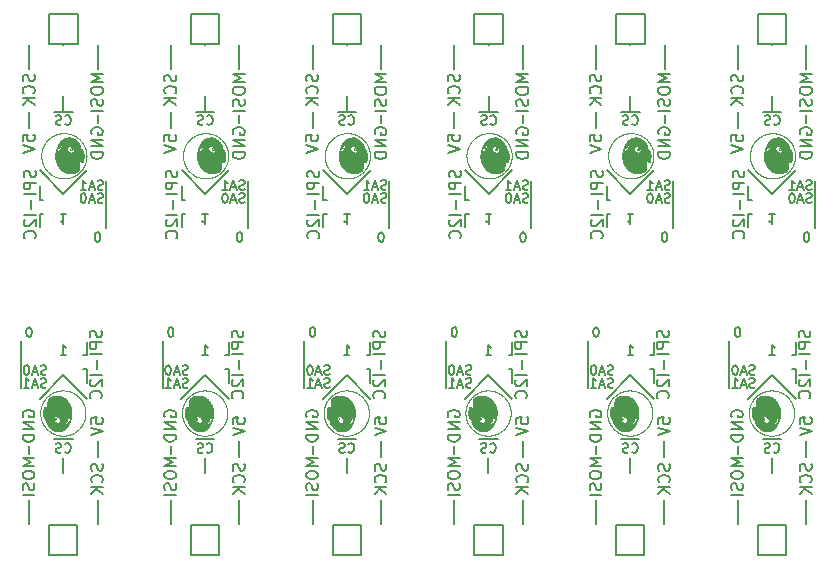
<source format=gbo>
G04 #@! TF.GenerationSoftware,KiCad,Pcbnew,5.1.5-52549c5~84~ubuntu18.04.1*
G04 #@! TF.CreationDate,2020-03-17T11:40:12+01:00*
G04 #@! TF.ProjectId,output.A1335_long_I2C_panel,6f757470-7574-42e4-9131-3333355f6c6f,rev?*
G04 #@! TF.SameCoordinates,Original*
G04 #@! TF.FileFunction,Legend,Bot*
G04 #@! TF.FilePolarity,Positive*
%FSLAX46Y46*%
G04 Gerber Fmt 4.6, Leading zero omitted, Abs format (unit mm)*
G04 Created by KiCad (PCBNEW 5.1.5-52549c5~84~ubuntu18.04.1) date 2020-03-17 11:40:12*
%MOMM*%
%LPD*%
G04 APERTURE LIST*
%ADD10C,0.150000*%
%ADD11C,0.014156*%
%ADD12C,0.100000*%
%ADD13C,0.007078*%
%ADD14C,0.077506*%
G04 APERTURE END LIST*
D10*
X117871904Y-87198095D02*
X117948095Y-87198095D01*
X118024285Y-87160000D01*
X118062380Y-87121904D01*
X118100476Y-87045714D01*
X118138571Y-86893333D01*
X118138571Y-86702857D01*
X118100476Y-86550476D01*
X118062380Y-86474285D01*
X118024285Y-86436190D01*
X117948095Y-86398095D01*
X117871904Y-86398095D01*
X117795714Y-86436190D01*
X117757619Y-86474285D01*
X117719523Y-86550476D01*
X117681428Y-86702857D01*
X117681428Y-86893333D01*
X117719523Y-87045714D01*
X117757619Y-87121904D01*
X117795714Y-87160000D01*
X117871904Y-87198095D01*
X129871904Y-87198095D02*
X129948095Y-87198095D01*
X130024285Y-87160000D01*
X130062380Y-87121904D01*
X130100476Y-87045714D01*
X130138571Y-86893333D01*
X130138571Y-86702857D01*
X130100476Y-86550476D01*
X130062380Y-86474285D01*
X130024285Y-86436190D01*
X129948095Y-86398095D01*
X129871904Y-86398095D01*
X129795714Y-86436190D01*
X129757619Y-86474285D01*
X129719523Y-86550476D01*
X129681428Y-86702857D01*
X129681428Y-86893333D01*
X129719523Y-87045714D01*
X129757619Y-87121904D01*
X129795714Y-87160000D01*
X129871904Y-87198095D01*
X141871904Y-87198095D02*
X141948095Y-87198095D01*
X142024285Y-87160000D01*
X142062380Y-87121904D01*
X142100476Y-87045714D01*
X142138571Y-86893333D01*
X142138571Y-86702857D01*
X142100476Y-86550476D01*
X142062380Y-86474285D01*
X142024285Y-86436190D01*
X141948095Y-86398095D01*
X141871904Y-86398095D01*
X141795714Y-86436190D01*
X141757619Y-86474285D01*
X141719523Y-86550476D01*
X141681428Y-86702857D01*
X141681428Y-86893333D01*
X141719523Y-87045714D01*
X141757619Y-87121904D01*
X141795714Y-87160000D01*
X141871904Y-87198095D01*
X153871904Y-87198095D02*
X153948095Y-87198095D01*
X154024285Y-87160000D01*
X154062380Y-87121904D01*
X154100476Y-87045714D01*
X154138571Y-86893333D01*
X154138571Y-86702857D01*
X154100476Y-86550476D01*
X154062380Y-86474285D01*
X154024285Y-86436190D01*
X153948095Y-86398095D01*
X153871904Y-86398095D01*
X153795714Y-86436190D01*
X153757619Y-86474285D01*
X153719523Y-86550476D01*
X153681428Y-86702857D01*
X153681428Y-86893333D01*
X153719523Y-87045714D01*
X153757619Y-87121904D01*
X153795714Y-87160000D01*
X153871904Y-87198095D01*
X165871904Y-87198095D02*
X165948095Y-87198095D01*
X166024285Y-87160000D01*
X166062380Y-87121904D01*
X166100476Y-87045714D01*
X166138571Y-86893333D01*
X166138571Y-86702857D01*
X166100476Y-86550476D01*
X166062380Y-86474285D01*
X166024285Y-86436190D01*
X165948095Y-86398095D01*
X165871904Y-86398095D01*
X165795714Y-86436190D01*
X165757619Y-86474285D01*
X165719523Y-86550476D01*
X165681428Y-86702857D01*
X165681428Y-86893333D01*
X165719523Y-87045714D01*
X165757619Y-87121904D01*
X165795714Y-87160000D01*
X165871904Y-87198095D01*
X177871904Y-87198095D02*
X177948095Y-87198095D01*
X178024285Y-87160000D01*
X178062380Y-87121904D01*
X178100476Y-87045714D01*
X178138571Y-86893333D01*
X178138571Y-86702857D01*
X178100476Y-86550476D01*
X178062380Y-86474285D01*
X178024285Y-86436190D01*
X177948095Y-86398095D01*
X177871904Y-86398095D01*
X177795714Y-86436190D01*
X177757619Y-86474285D01*
X177719523Y-86550476D01*
X177681428Y-86702857D01*
X177681428Y-86893333D01*
X177719523Y-87045714D01*
X177757619Y-87121904D01*
X177795714Y-87160000D01*
X177871904Y-87198095D01*
X172138095Y-94461904D02*
X172061904Y-94461904D01*
X171985714Y-94500000D01*
X171947619Y-94538095D01*
X171909523Y-94614285D01*
X171871428Y-94766666D01*
X171871428Y-94957142D01*
X171909523Y-95109523D01*
X171947619Y-95185714D01*
X171985714Y-95223809D01*
X172061904Y-95261904D01*
X172138095Y-95261904D01*
X172214285Y-95223809D01*
X172252380Y-95185714D01*
X172290476Y-95109523D01*
X172328571Y-94957142D01*
X172328571Y-94766666D01*
X172290476Y-94614285D01*
X172252380Y-94538095D01*
X172214285Y-94500000D01*
X172138095Y-94461904D01*
X160138095Y-94461904D02*
X160061904Y-94461904D01*
X159985714Y-94500000D01*
X159947619Y-94538095D01*
X159909523Y-94614285D01*
X159871428Y-94766666D01*
X159871428Y-94957142D01*
X159909523Y-95109523D01*
X159947619Y-95185714D01*
X159985714Y-95223809D01*
X160061904Y-95261904D01*
X160138095Y-95261904D01*
X160214285Y-95223809D01*
X160252380Y-95185714D01*
X160290476Y-95109523D01*
X160328571Y-94957142D01*
X160328571Y-94766666D01*
X160290476Y-94614285D01*
X160252380Y-94538095D01*
X160214285Y-94500000D01*
X160138095Y-94461904D01*
X148138095Y-94461904D02*
X148061904Y-94461904D01*
X147985714Y-94500000D01*
X147947619Y-94538095D01*
X147909523Y-94614285D01*
X147871428Y-94766666D01*
X147871428Y-94957142D01*
X147909523Y-95109523D01*
X147947619Y-95185714D01*
X147985714Y-95223809D01*
X148061904Y-95261904D01*
X148138095Y-95261904D01*
X148214285Y-95223809D01*
X148252380Y-95185714D01*
X148290476Y-95109523D01*
X148328571Y-94957142D01*
X148328571Y-94766666D01*
X148290476Y-94614285D01*
X148252380Y-94538095D01*
X148214285Y-94500000D01*
X148138095Y-94461904D01*
X136138095Y-94461904D02*
X136061904Y-94461904D01*
X135985714Y-94500000D01*
X135947619Y-94538095D01*
X135909523Y-94614285D01*
X135871428Y-94766666D01*
X135871428Y-94957142D01*
X135909523Y-95109523D01*
X135947619Y-95185714D01*
X135985714Y-95223809D01*
X136061904Y-95261904D01*
X136138095Y-95261904D01*
X136214285Y-95223809D01*
X136252380Y-95185714D01*
X136290476Y-95109523D01*
X136328571Y-94957142D01*
X136328571Y-94766666D01*
X136290476Y-94614285D01*
X136252380Y-94538095D01*
X136214285Y-94500000D01*
X136138095Y-94461904D01*
X124138095Y-94461904D02*
X124061904Y-94461904D01*
X123985714Y-94500000D01*
X123947619Y-94538095D01*
X123909523Y-94614285D01*
X123871428Y-94766666D01*
X123871428Y-94957142D01*
X123909523Y-95109523D01*
X123947619Y-95185714D01*
X123985714Y-95223809D01*
X124061904Y-95261904D01*
X124138095Y-95261904D01*
X124214285Y-95223809D01*
X124252380Y-95185714D01*
X124290476Y-95109523D01*
X124328571Y-94957142D01*
X124328571Y-94766666D01*
X124290476Y-94614285D01*
X124252380Y-94538095D01*
X124214285Y-94500000D01*
X124138095Y-94461904D01*
X113010000Y-82460000D02*
X113010000Y-83660000D01*
X125010000Y-82460000D02*
X125010000Y-83660000D01*
X137010000Y-82460000D02*
X137010000Y-83660000D01*
X149010000Y-82460000D02*
X149010000Y-83660000D01*
X161010000Y-82460000D02*
X161010000Y-83660000D01*
X173010000Y-82460000D02*
X173010000Y-83660000D01*
X177000000Y-99200000D02*
X177000000Y-98000000D01*
X165000000Y-99200000D02*
X165000000Y-98000000D01*
X153000000Y-99200000D02*
X153000000Y-98000000D01*
X141000000Y-99200000D02*
X141000000Y-98000000D01*
X129000000Y-99200000D02*
X129000000Y-98000000D01*
X113310000Y-84860000D02*
X113010000Y-84860000D01*
X125310000Y-84860000D02*
X125010000Y-84860000D01*
X137310000Y-84860000D02*
X137010000Y-84860000D01*
X149310000Y-84860000D02*
X149010000Y-84860000D01*
X161310000Y-84860000D02*
X161010000Y-84860000D01*
X173310000Y-84860000D02*
X173010000Y-84860000D01*
X176700000Y-96800000D02*
X177000000Y-96800000D01*
X164700000Y-96800000D02*
X165000000Y-96800000D01*
X152700000Y-96800000D02*
X153000000Y-96800000D01*
X140700000Y-96800000D02*
X141000000Y-96800000D01*
X128700000Y-96800000D02*
X129000000Y-96800000D01*
X112110000Y-72560000D02*
X112110000Y-70560000D01*
X124110000Y-72560000D02*
X124110000Y-70560000D01*
X136110000Y-72560000D02*
X136110000Y-70560000D01*
X148110000Y-72560000D02*
X148110000Y-70560000D01*
X160110000Y-72560000D02*
X160110000Y-70560000D01*
X172110000Y-72560000D02*
X172110000Y-70560000D01*
X177900000Y-109100000D02*
X177900000Y-111100000D01*
X165900000Y-109100000D02*
X165900000Y-111100000D01*
X153900000Y-109100000D02*
X153900000Y-111100000D01*
X141900000Y-109100000D02*
X141900000Y-111100000D01*
X129900000Y-109100000D02*
X129900000Y-111100000D01*
X117910000Y-77160000D02*
X117910000Y-76460000D01*
X129910000Y-77160000D02*
X129910000Y-76460000D01*
X141910000Y-77160000D02*
X141910000Y-76460000D01*
X153910000Y-77160000D02*
X153910000Y-76460000D01*
X165910000Y-77160000D02*
X165910000Y-76460000D01*
X177910000Y-77160000D02*
X177910000Y-76460000D01*
X172100000Y-104500000D02*
X172100000Y-105200000D01*
X160100000Y-104500000D02*
X160100000Y-105200000D01*
X148100000Y-104500000D02*
X148100000Y-105200000D01*
X136100000Y-104500000D02*
X136100000Y-105200000D01*
X124100000Y-104500000D02*
X124100000Y-105200000D01*
X115238571Y-84898095D02*
X114781428Y-84898095D01*
X115010000Y-84898095D02*
X115010000Y-85698095D01*
X114933809Y-85583809D01*
X114857619Y-85507619D01*
X114781428Y-85469523D01*
X127238571Y-84898095D02*
X126781428Y-84898095D01*
X127010000Y-84898095D02*
X127010000Y-85698095D01*
X126933809Y-85583809D01*
X126857619Y-85507619D01*
X126781428Y-85469523D01*
X139238571Y-84898095D02*
X138781428Y-84898095D01*
X139010000Y-84898095D02*
X139010000Y-85698095D01*
X138933809Y-85583809D01*
X138857619Y-85507619D01*
X138781428Y-85469523D01*
X151238571Y-84898095D02*
X150781428Y-84898095D01*
X151010000Y-84898095D02*
X151010000Y-85698095D01*
X150933809Y-85583809D01*
X150857619Y-85507619D01*
X150781428Y-85469523D01*
X163238571Y-84898095D02*
X162781428Y-84898095D01*
X163010000Y-84898095D02*
X163010000Y-85698095D01*
X162933809Y-85583809D01*
X162857619Y-85507619D01*
X162781428Y-85469523D01*
X175238571Y-84898095D02*
X174781428Y-84898095D01*
X175010000Y-84898095D02*
X175010000Y-85698095D01*
X174933809Y-85583809D01*
X174857619Y-85507619D01*
X174781428Y-85469523D01*
X174771428Y-96761904D02*
X175228571Y-96761904D01*
X175000000Y-96761904D02*
X175000000Y-95961904D01*
X175076190Y-96076190D01*
X175152380Y-96152380D01*
X175228571Y-96190476D01*
X162771428Y-96761904D02*
X163228571Y-96761904D01*
X163000000Y-96761904D02*
X163000000Y-95961904D01*
X163076190Y-96076190D01*
X163152380Y-96152380D01*
X163228571Y-96190476D01*
X150771428Y-96761904D02*
X151228571Y-96761904D01*
X151000000Y-96761904D02*
X151000000Y-95961904D01*
X151076190Y-96076190D01*
X151152380Y-96152380D01*
X151228571Y-96190476D01*
X138771428Y-96761904D02*
X139228571Y-96761904D01*
X139000000Y-96761904D02*
X139000000Y-95961904D01*
X139076190Y-96076190D01*
X139152380Y-96152380D01*
X139228571Y-96190476D01*
X126771428Y-96761904D02*
X127228571Y-96761904D01*
X127000000Y-96761904D02*
X127000000Y-95961904D01*
X127076190Y-96076190D01*
X127152380Y-96152380D01*
X127228571Y-96190476D01*
X117010000Y-81160000D02*
X115010000Y-83160000D01*
X129010000Y-81160000D02*
X127010000Y-83160000D01*
X141010000Y-81160000D02*
X139010000Y-83160000D01*
X153010000Y-81160000D02*
X151010000Y-83160000D01*
X165010000Y-81160000D02*
X163010000Y-83160000D01*
X177010000Y-81160000D02*
X175010000Y-83160000D01*
X173000000Y-100500000D02*
X175000000Y-98500000D01*
X161000000Y-100500000D02*
X163000000Y-98500000D01*
X149000000Y-100500000D02*
X151000000Y-98500000D01*
X137000000Y-100500000D02*
X139000000Y-98500000D01*
X125000000Y-100500000D02*
X127000000Y-98500000D01*
X115010000Y-70460000D02*
X115010000Y-70560000D01*
X127010000Y-70460000D02*
X127010000Y-70560000D01*
X139010000Y-70460000D02*
X139010000Y-70560000D01*
X151010000Y-70460000D02*
X151010000Y-70560000D01*
X163010000Y-70460000D02*
X163010000Y-70560000D01*
X175010000Y-70460000D02*
X175010000Y-70560000D01*
X175000000Y-111200000D02*
X175000000Y-111100000D01*
X163000000Y-111200000D02*
X163000000Y-111100000D01*
X151000000Y-111200000D02*
X151000000Y-111100000D01*
X139000000Y-111200000D02*
X139000000Y-111100000D01*
X127000000Y-111200000D02*
X127000000Y-111100000D01*
X113010000Y-81160000D02*
X115010000Y-83160000D01*
X125010000Y-81160000D02*
X127010000Y-83160000D01*
X137010000Y-81160000D02*
X139010000Y-83160000D01*
X149010000Y-81160000D02*
X151010000Y-83160000D01*
X161010000Y-81160000D02*
X163010000Y-83160000D01*
X173010000Y-81160000D02*
X175010000Y-83160000D01*
X177000000Y-100500000D02*
X175000000Y-98500000D01*
X165000000Y-100500000D02*
X163000000Y-98500000D01*
X153000000Y-100500000D02*
X151000000Y-98500000D01*
X141000000Y-100500000D02*
X139000000Y-98500000D01*
X129000000Y-100500000D02*
X127000000Y-98500000D01*
X116210000Y-67960000D02*
X116210000Y-70460000D01*
X128210000Y-67960000D02*
X128210000Y-70460000D01*
X140210000Y-67960000D02*
X140210000Y-70460000D01*
X152210000Y-67960000D02*
X152210000Y-70460000D01*
X164210000Y-67960000D02*
X164210000Y-70460000D01*
X176210000Y-67960000D02*
X176210000Y-70460000D01*
X173800000Y-113700000D02*
X173800000Y-111200000D01*
X161800000Y-113700000D02*
X161800000Y-111200000D01*
X149800000Y-113700000D02*
X149800000Y-111200000D01*
X137800000Y-113700000D02*
X137800000Y-111200000D01*
X125800000Y-113700000D02*
X125800000Y-111200000D01*
X113010000Y-83660000D02*
X113310000Y-83660000D01*
X125010000Y-83660000D02*
X125310000Y-83660000D01*
X137010000Y-83660000D02*
X137310000Y-83660000D01*
X149010000Y-83660000D02*
X149310000Y-83660000D01*
X161010000Y-83660000D02*
X161310000Y-83660000D01*
X173010000Y-83660000D02*
X173310000Y-83660000D01*
X177000000Y-98000000D02*
X176700000Y-98000000D01*
X165000000Y-98000000D02*
X164700000Y-98000000D01*
X153000000Y-98000000D02*
X152700000Y-98000000D01*
X141000000Y-98000000D02*
X140700000Y-98000000D01*
X129000000Y-98000000D02*
X128700000Y-98000000D01*
X117910000Y-72560000D02*
X117910000Y-70560000D01*
X129910000Y-72560000D02*
X129910000Y-70560000D01*
X141910000Y-72560000D02*
X141910000Y-70560000D01*
X153910000Y-72560000D02*
X153910000Y-70560000D01*
X165910000Y-72560000D02*
X165910000Y-70560000D01*
X177910000Y-72560000D02*
X177910000Y-70560000D01*
X172100000Y-109100000D02*
X172100000Y-111100000D01*
X160100000Y-109100000D02*
X160100000Y-111100000D01*
X148100000Y-109100000D02*
X148100000Y-111100000D01*
X136100000Y-109100000D02*
X136100000Y-111100000D01*
X124100000Y-109100000D02*
X124100000Y-111100000D01*
X115010000Y-76160000D02*
X115010000Y-74860000D01*
X127010000Y-76160000D02*
X127010000Y-74860000D01*
X139010000Y-76160000D02*
X139010000Y-74860000D01*
X151010000Y-76160000D02*
X151010000Y-74860000D01*
X163010000Y-76160000D02*
X163010000Y-74860000D01*
X175010000Y-76160000D02*
X175010000Y-74860000D01*
X175000000Y-105500000D02*
X175000000Y-106800000D01*
X163000000Y-105500000D02*
X163000000Y-106800000D01*
X151000000Y-105500000D02*
X151000000Y-106800000D01*
X139000000Y-105500000D02*
X139000000Y-106800000D01*
X127000000Y-105500000D02*
X127000000Y-106800000D01*
X113810000Y-67960000D02*
X116210000Y-67960000D01*
X125810000Y-67960000D02*
X128210000Y-67960000D01*
X137810000Y-67960000D02*
X140210000Y-67960000D01*
X149810000Y-67960000D02*
X152210000Y-67960000D01*
X161810000Y-67960000D02*
X164210000Y-67960000D01*
X173810000Y-67960000D02*
X176210000Y-67960000D01*
X176200000Y-113700000D02*
X173800000Y-113700000D01*
X164200000Y-113700000D02*
X161800000Y-113700000D01*
X152200000Y-113700000D02*
X149800000Y-113700000D01*
X140200000Y-113700000D02*
X137800000Y-113700000D01*
X128200000Y-113700000D02*
X125800000Y-113700000D01*
X112110000Y-77560000D02*
X112110000Y-76260000D01*
X124110000Y-77560000D02*
X124110000Y-76260000D01*
X136110000Y-77560000D02*
X136110000Y-76260000D01*
X148110000Y-77560000D02*
X148110000Y-76260000D01*
X160110000Y-77560000D02*
X160110000Y-76260000D01*
X172110000Y-77560000D02*
X172110000Y-76260000D01*
X177900000Y-104100000D02*
X177900000Y-105400000D01*
X165900000Y-104100000D02*
X165900000Y-105400000D01*
X153900000Y-104100000D02*
X153900000Y-105400000D01*
X141900000Y-104100000D02*
X141900000Y-105400000D01*
X129900000Y-104100000D02*
X129900000Y-105400000D01*
X113010000Y-84860000D02*
X113010000Y-85960000D01*
X125010000Y-84860000D02*
X125010000Y-85960000D01*
X137010000Y-84860000D02*
X137010000Y-85960000D01*
X149010000Y-84860000D02*
X149010000Y-85960000D01*
X161010000Y-84860000D02*
X161010000Y-85960000D01*
X173010000Y-84860000D02*
X173010000Y-85960000D01*
X177000000Y-96800000D02*
X177000000Y-95700000D01*
X165000000Y-96800000D02*
X165000000Y-95700000D01*
X153000000Y-96800000D02*
X153000000Y-95700000D01*
X141000000Y-96800000D02*
X141000000Y-95700000D01*
X129000000Y-96800000D02*
X129000000Y-95700000D01*
X118610000Y-82060000D02*
X118610000Y-86060000D01*
X130610000Y-82060000D02*
X130610000Y-86060000D01*
X142610000Y-82060000D02*
X142610000Y-86060000D01*
X154610000Y-82060000D02*
X154610000Y-86060000D01*
X166610000Y-82060000D02*
X166610000Y-86060000D01*
X178610000Y-82060000D02*
X178610000Y-86060000D01*
X171400000Y-99600000D02*
X171400000Y-95600000D01*
X159400000Y-99600000D02*
X159400000Y-95600000D01*
X147400000Y-99600000D02*
X147400000Y-95600000D01*
X135400000Y-99600000D02*
X135400000Y-95600000D01*
X123400000Y-99600000D02*
X123400000Y-95600000D01*
X116210000Y-70460000D02*
X113810000Y-70460000D01*
X128210000Y-70460000D02*
X125810000Y-70460000D01*
X140210000Y-70460000D02*
X137810000Y-70460000D01*
X152210000Y-70460000D02*
X149810000Y-70460000D01*
X164210000Y-70460000D02*
X161810000Y-70460000D01*
X176210000Y-70460000D02*
X173810000Y-70460000D01*
X173800000Y-111200000D02*
X176200000Y-111200000D01*
X161800000Y-111200000D02*
X164200000Y-111200000D01*
X149800000Y-111200000D02*
X152200000Y-111200000D01*
X137800000Y-111200000D02*
X140200000Y-111200000D01*
X125800000Y-111200000D02*
X128200000Y-111200000D01*
X113810000Y-70460000D02*
X113810000Y-67960000D01*
X125810000Y-70460000D02*
X125810000Y-67960000D01*
X137810000Y-70460000D02*
X137810000Y-67960000D01*
X149810000Y-70460000D02*
X149810000Y-67960000D01*
X161810000Y-70460000D02*
X161810000Y-67960000D01*
X173810000Y-70460000D02*
X173810000Y-67960000D01*
X176200000Y-111200000D02*
X176200000Y-113700000D01*
X164200000Y-111200000D02*
X164200000Y-113700000D01*
X152200000Y-111200000D02*
X152200000Y-113700000D01*
X140200000Y-111200000D02*
X140200000Y-113700000D01*
X128200000Y-111200000D02*
X128200000Y-113700000D01*
X115000000Y-111200000D02*
X115000000Y-111100000D01*
X113800000Y-113700000D02*
X113800000Y-111200000D01*
X116200000Y-113700000D02*
X113800000Y-113700000D01*
X116200000Y-111200000D02*
X116200000Y-113700000D01*
X113800000Y-111200000D02*
X116200000Y-111200000D01*
X111400000Y-99600000D02*
X111400000Y-95600000D01*
X114771428Y-96761904D02*
X115228571Y-96761904D01*
X115000000Y-96761904D02*
X115000000Y-95961904D01*
X115076190Y-96076190D01*
X115152380Y-96152380D01*
X115228571Y-96190476D01*
X112138095Y-94461904D02*
X112061904Y-94461904D01*
X111985714Y-94500000D01*
X111947619Y-94538095D01*
X111909523Y-94614285D01*
X111871428Y-94766666D01*
X111871428Y-94957142D01*
X111909523Y-95109523D01*
X111947619Y-95185714D01*
X111985714Y-95223809D01*
X112061904Y-95261904D01*
X112138095Y-95261904D01*
X112214285Y-95223809D01*
X112252380Y-95185714D01*
X112290476Y-95109523D01*
X112328571Y-94957142D01*
X112328571Y-94766666D01*
X112290476Y-94614285D01*
X112252380Y-94538095D01*
X112214285Y-94500000D01*
X112138095Y-94461904D01*
X117000000Y-96800000D02*
X117000000Y-95700000D01*
X116700000Y-96800000D02*
X117000000Y-96800000D01*
X117000000Y-98000000D02*
X116700000Y-98000000D01*
X117000000Y-99200000D02*
X117000000Y-98000000D01*
X113000000Y-100500000D02*
X115000000Y-98500000D01*
X117000000Y-100500000D02*
X115000000Y-98500000D01*
X115000000Y-105500000D02*
X115000000Y-106800000D01*
X117900000Y-104100000D02*
X117900000Y-105400000D01*
X112100000Y-104500000D02*
X112100000Y-105200000D01*
X117900000Y-109100000D02*
X117900000Y-111100000D01*
X112100000Y-109100000D02*
X112100000Y-111100000D01*
D11*
G36*
X115629121Y-81406414D02*
G01*
X115672637Y-79672283D01*
X115698715Y-79670947D01*
X115724703Y-79666657D01*
X115750167Y-79659497D01*
X115774672Y-79649550D01*
X115797783Y-79636902D01*
X115819066Y-79621637D01*
X115838087Y-79603839D01*
X115854410Y-79583591D01*
X115867602Y-79560978D01*
X115877228Y-79536085D01*
X115883594Y-79511007D01*
X115886905Y-79485741D01*
X115887350Y-79460438D01*
X115885120Y-79435249D01*
X115880405Y-79410324D01*
X115873396Y-79385815D01*
X115864283Y-79361872D01*
X115853257Y-79338646D01*
X115840509Y-79316288D01*
X115826228Y-79294948D01*
X115810605Y-79274777D01*
X115793831Y-79255926D01*
X115775142Y-79236517D01*
X115755240Y-79218249D01*
X115734218Y-79201209D01*
X115712171Y-79185484D01*
X115689191Y-79171164D01*
X115665373Y-79158335D01*
X115640810Y-79147085D01*
X115615597Y-79137502D01*
X115589827Y-79129674D01*
X115563594Y-79123689D01*
X115536991Y-79119633D01*
X115510113Y-79117596D01*
X115483052Y-79117664D01*
X115455904Y-79119926D01*
X115432047Y-79123511D01*
X115408960Y-79130103D01*
X115386902Y-79139483D01*
X115366133Y-79151432D01*
X115346913Y-79165732D01*
X115329500Y-79182163D01*
X115314155Y-79200507D01*
X115301138Y-79220545D01*
X115290707Y-79242059D01*
X115283122Y-79264830D01*
X115278643Y-79288639D01*
X115276902Y-79314171D01*
X115277723Y-79339442D01*
X115280955Y-79364361D01*
X115286445Y-79388839D01*
X115294039Y-79412784D01*
X115303584Y-79436106D01*
X115314929Y-79458715D01*
X115327919Y-79480520D01*
X115342403Y-79501431D01*
X115358227Y-79521357D01*
X115375238Y-79540208D01*
X115393283Y-79557894D01*
X115412210Y-79574324D01*
X115432448Y-79590282D01*
X115453619Y-79605069D01*
X115475640Y-79618606D01*
X115498431Y-79630811D01*
X115521909Y-79641606D01*
X115545993Y-79650910D01*
X115570601Y-79658644D01*
X115595651Y-79664728D01*
X115621061Y-79669082D01*
X115646751Y-79671627D01*
X115672637Y-79672283D01*
X115629121Y-81406414D01*
X114537440Y-79540883D01*
X114562815Y-79536625D01*
X114587010Y-79529100D01*
X114610068Y-79518734D01*
X114632031Y-79505954D01*
X114652941Y-79491183D01*
X114672841Y-79474849D01*
X114691772Y-79457375D01*
X114709777Y-79439188D01*
X114726899Y-79420713D01*
X114743907Y-79399861D01*
X114760225Y-79378330D01*
X114775748Y-79356146D01*
X114790375Y-79333335D01*
X114804001Y-79309922D01*
X114816524Y-79285935D01*
X114827841Y-79261397D01*
X114837849Y-79236336D01*
X114846444Y-79210777D01*
X114853523Y-79184746D01*
X114858984Y-79158269D01*
X114861640Y-79135166D01*
X114861964Y-79111016D01*
X114859029Y-79087114D01*
X114851909Y-79064757D01*
X114839678Y-79045243D01*
X114821409Y-79029869D01*
X114799501Y-79022060D01*
X114777132Y-79020004D01*
X114754711Y-79022773D01*
X114732649Y-79029441D01*
X114711354Y-79039080D01*
X114691237Y-79050763D01*
X114672706Y-79063563D01*
X114651633Y-79079942D01*
X114631481Y-79097389D01*
X114612261Y-79115840D01*
X114593984Y-79135230D01*
X114576662Y-79155495D01*
X114560303Y-79176572D01*
X114544921Y-79198397D01*
X114530524Y-79220904D01*
X114517124Y-79244031D01*
X114504732Y-79267712D01*
X114493359Y-79291885D01*
X114483014Y-79316484D01*
X114473710Y-79341446D01*
X114465456Y-79366707D01*
X114459928Y-79390907D01*
X114456070Y-79416076D01*
X114454817Y-79441512D01*
X114457101Y-79466513D01*
X114463855Y-79490378D01*
X114476012Y-79512404D01*
X114493321Y-79527979D01*
X114514388Y-79537861D01*
X114537454Y-79540883D01*
X114537440Y-79540883D01*
X115629121Y-81406414D01*
X115601651Y-81406146D01*
X115574174Y-81405349D01*
X115546703Y-81404022D01*
X115519251Y-81402162D01*
X115491832Y-81399768D01*
X115464458Y-81396838D01*
X115437144Y-81393370D01*
X115202336Y-78488978D01*
X115207370Y-78506427D01*
X115220849Y-78517832D01*
X115239327Y-78516744D01*
X115262898Y-78511884D01*
X115286996Y-78507678D01*
X115311391Y-78504637D01*
X115335851Y-78503271D01*
X115360145Y-78504093D01*
X115384041Y-78507612D01*
X115407309Y-78514340D01*
X115429717Y-78524787D01*
X115454768Y-78535459D01*
X115480999Y-78542003D01*
X115481011Y-78541952D01*
X115496679Y-78534293D01*
X115503389Y-78518636D01*
X115500638Y-78501516D01*
X115487925Y-78489467D01*
X115465985Y-78477201D01*
X115443068Y-78466804D01*
X115419351Y-78458355D01*
X115395008Y-78451931D01*
X115370215Y-78447612D01*
X115345148Y-78445475D01*
X115319982Y-78445598D01*
X115294893Y-78448059D01*
X115272836Y-78451790D01*
X115250560Y-78456018D01*
X115229025Y-78462236D01*
X115209191Y-78471935D01*
X115202336Y-78488978D01*
X115437144Y-81393370D01*
X115409901Y-81389361D01*
X115382743Y-81384809D01*
X115355683Y-81379714D01*
X115328735Y-81374072D01*
X115301911Y-81367882D01*
X115275224Y-81361141D01*
X115248689Y-81353849D01*
X115222317Y-81346002D01*
X115196122Y-81337599D01*
X115170118Y-81328638D01*
X115144317Y-81319116D01*
X115118732Y-81309033D01*
X115093377Y-81298385D01*
X115068265Y-81287171D01*
X115043408Y-81275389D01*
X115018821Y-81263037D01*
X114995826Y-81250598D01*
X114973210Y-81237491D01*
X114950992Y-81223730D01*
X114929189Y-81209325D01*
X114907819Y-81194291D01*
X114886899Y-81178638D01*
X114866446Y-81162381D01*
X114846479Y-81145530D01*
X114827014Y-81128099D01*
X114808069Y-81110099D01*
X114789662Y-81091545D01*
X114771811Y-81072446D01*
X114754532Y-81052818D01*
X114737843Y-81032670D01*
X114721762Y-81012017D01*
X114704722Y-80990870D01*
X114687905Y-80969504D01*
X114671323Y-80947922D01*
X114654985Y-80926124D01*
X114638903Y-80904114D01*
X114623087Y-80881895D01*
X114607548Y-80859467D01*
X114592297Y-80836834D01*
X114577343Y-80813998D01*
X114562699Y-80790960D01*
X114548373Y-80767725D01*
X114534378Y-80744292D01*
X114520724Y-80720666D01*
X114507421Y-80696848D01*
X114494481Y-80672840D01*
X114481913Y-80648645D01*
X114469728Y-80624265D01*
X114457938Y-80599702D01*
X114446552Y-80574959D01*
X114435582Y-80550037D01*
X114425038Y-80524940D01*
X114414930Y-80499669D01*
X114405270Y-80474226D01*
X114396068Y-80448615D01*
X114387334Y-80422837D01*
X114379080Y-80396894D01*
X114371316Y-80370789D01*
X114364052Y-80344524D01*
X114357300Y-80318101D01*
X114351070Y-80291523D01*
X114345372Y-80264792D01*
X114340218Y-80237910D01*
X114335054Y-80210313D01*
X114330722Y-80182625D01*
X114327164Y-80154856D01*
X114324322Y-80127015D01*
X114322136Y-80099113D01*
X114320550Y-80071159D01*
X114319505Y-80043164D01*
X114318943Y-80015136D01*
X114318804Y-79987087D01*
X114319032Y-79959026D01*
X114319568Y-79930964D01*
X114320353Y-79902909D01*
X114321329Y-79874872D01*
X114322439Y-79846863D01*
X114323623Y-79818892D01*
X114326349Y-79791654D01*
X114329529Y-79764490D01*
X114333150Y-79737399D01*
X114337200Y-79710383D01*
X114341669Y-79683442D01*
X114346543Y-79656577D01*
X114351813Y-79629789D01*
X114357465Y-79603079D01*
X114363488Y-79576448D01*
X114369872Y-79549896D01*
X114376603Y-79523425D01*
X114383670Y-79497034D01*
X114391062Y-79470726D01*
X114398766Y-79444500D01*
X114406772Y-79418358D01*
X114415067Y-79392300D01*
X114423641Y-79366327D01*
X114432480Y-79340440D01*
X114441574Y-79314640D01*
X114450910Y-79288928D01*
X114460478Y-79263304D01*
X114470265Y-79237769D01*
X114480260Y-79212324D01*
X114490451Y-79186970D01*
X114500827Y-79161708D01*
X114511375Y-79136539D01*
X114522084Y-79111462D01*
X114533404Y-79086446D01*
X114544902Y-79061484D01*
X114556606Y-79036599D01*
X114568543Y-79011813D01*
X114580740Y-78987150D01*
X114593223Y-78962632D01*
X114606020Y-78938283D01*
X114619157Y-78914124D01*
X114632662Y-78890180D01*
X114646561Y-78866472D01*
X114660882Y-78843025D01*
X114675651Y-78819860D01*
X114690895Y-78797000D01*
X114706641Y-78774469D01*
X114724237Y-78753095D01*
X114742352Y-78732158D01*
X114760966Y-78711662D01*
X114780059Y-78691611D01*
X114799611Y-78672009D01*
X114819604Y-78652859D01*
X114840016Y-78634164D01*
X114860829Y-78615929D01*
X114882023Y-78598158D01*
X114903578Y-78580853D01*
X114925474Y-78564019D01*
X114947692Y-78547658D01*
X114970130Y-78532629D01*
X114993016Y-78518351D01*
X115016325Y-78504823D01*
X115040034Y-78492042D01*
X115064120Y-78480003D01*
X115088559Y-78468705D01*
X115113329Y-78458145D01*
X115138405Y-78448320D01*
X115163763Y-78439226D01*
X115189382Y-78430861D01*
X115215237Y-78423222D01*
X115241304Y-78416306D01*
X115267561Y-78410111D01*
X115293984Y-78404632D01*
X115320549Y-78399868D01*
X115347234Y-78395815D01*
X115374014Y-78392470D01*
X115400866Y-78389832D01*
X115427767Y-78387895D01*
X115455407Y-78385242D01*
X115483236Y-78383219D01*
X115511143Y-78382203D01*
X115539014Y-78382572D01*
X115566739Y-78384705D01*
X115594204Y-78388978D01*
X115621298Y-78395769D01*
X115647034Y-78402508D01*
X115672459Y-78410134D01*
X115697572Y-78418614D01*
X115722370Y-78427912D01*
X115746853Y-78437994D01*
X115771021Y-78448824D01*
X115794871Y-78460368D01*
X115818403Y-78472591D01*
X115841616Y-78485457D01*
X115864509Y-78498932D01*
X115887080Y-78512981D01*
X115909330Y-78527570D01*
X115931256Y-78542662D01*
X115952857Y-78558224D01*
X115974133Y-78574220D01*
X115995083Y-78590616D01*
X116015705Y-78607376D01*
X116035998Y-78624466D01*
X116055962Y-78641850D01*
X116076531Y-78659140D01*
X116096851Y-78676740D01*
X116116896Y-78694661D01*
X116136638Y-78712915D01*
X116156051Y-78731512D01*
X116175108Y-78750465D01*
X116193780Y-78769785D01*
X116212043Y-78789483D01*
X116229868Y-78809570D01*
X116247228Y-78830059D01*
X116264097Y-78850959D01*
X116280448Y-78872284D01*
X116296253Y-78894043D01*
X116311486Y-78916249D01*
X116326707Y-78938157D01*
X116341722Y-78960300D01*
X116356415Y-78982712D01*
X116370670Y-79005423D01*
X116384369Y-79028467D01*
X116397395Y-79051874D01*
X116409632Y-79075678D01*
X116420962Y-79099910D01*
X116431269Y-79124601D01*
X116440435Y-79149785D01*
X116448344Y-79175493D01*
X116449754Y-79197728D01*
X116446528Y-79219543D01*
X116441250Y-79241216D01*
X116436507Y-79263026D01*
X116434882Y-79285252D01*
X116433113Y-79309772D01*
X116431073Y-79334313D01*
X116427742Y-79358412D01*
X116403482Y-79369437D01*
X116380225Y-79382778D01*
X116359227Y-79399010D01*
X116341743Y-79418709D01*
X116329029Y-79442450D01*
X116318825Y-79467598D01*
X116310528Y-79493287D01*
X116303924Y-79519431D01*
X116298798Y-79545942D01*
X116294934Y-79572736D01*
X116292118Y-79599727D01*
X116290136Y-79626827D01*
X116288771Y-79653951D01*
X116287810Y-79681013D01*
X116287037Y-79707928D01*
X116287169Y-79735999D01*
X116287595Y-79764086D01*
X116288338Y-79792180D01*
X116289423Y-79820270D01*
X116290872Y-79848345D01*
X116292708Y-79876397D01*
X116294956Y-79904416D01*
X116297639Y-79932390D01*
X116300779Y-79960311D01*
X116304401Y-79988167D01*
X116308527Y-80015950D01*
X116313181Y-80043649D01*
X116318386Y-80071255D01*
X116324564Y-80097893D01*
X116331509Y-80124358D01*
X116338929Y-80150710D01*
X116346531Y-80177009D01*
X116354022Y-80203315D01*
X116361111Y-80229687D01*
X116367504Y-80256187D01*
X116366802Y-80283287D01*
X116366191Y-80310392D01*
X116365660Y-80337501D01*
X116365196Y-80364613D01*
X116364785Y-80391728D01*
X116364416Y-80418844D01*
X116364075Y-80445960D01*
X116363751Y-80473077D01*
X116363430Y-80500193D01*
X116363100Y-80527308D01*
X116362748Y-80554421D01*
X116362362Y-80581530D01*
X116361928Y-80608636D01*
X116361435Y-80635738D01*
X116360870Y-80662834D01*
X116360220Y-80689924D01*
X116359472Y-80717008D01*
X116358614Y-80744084D01*
X116357086Y-80771563D01*
X116355195Y-80799037D01*
X116352939Y-80826495D01*
X116350315Y-80853929D01*
X116347318Y-80881332D01*
X116343945Y-80908694D01*
X116340193Y-80936007D01*
X116336059Y-80963262D01*
X116331537Y-80990451D01*
X116326626Y-81017566D01*
X116321322Y-81044598D01*
X116315620Y-81071538D01*
X116309519Y-81098378D01*
X116303013Y-81125109D01*
X116296099Y-81151723D01*
X116276741Y-81171042D01*
X116256727Y-81189575D01*
X116236086Y-81207325D01*
X116214848Y-81224294D01*
X116193042Y-81240486D01*
X116170700Y-81255903D01*
X116147849Y-81270549D01*
X116124520Y-81284425D01*
X116100742Y-81297536D01*
X116076546Y-81309884D01*
X116051961Y-81321472D01*
X116027016Y-81332303D01*
X116001741Y-81342380D01*
X115976166Y-81351706D01*
X115950321Y-81360283D01*
X115924236Y-81368114D01*
X115897939Y-81375203D01*
X115871461Y-81381552D01*
X115844831Y-81387165D01*
X115818080Y-81392044D01*
X115791236Y-81396191D01*
X115764330Y-81399611D01*
X115737391Y-81402305D01*
X115710449Y-81404278D01*
X115683365Y-81405678D01*
X115656287Y-81406452D01*
X115629112Y-81406536D01*
X115629121Y-81406414D01*
G37*
X115629121Y-81406414D02*
X115672637Y-79672283D01*
X115698715Y-79670947D01*
X115724703Y-79666657D01*
X115750167Y-79659497D01*
X115774672Y-79649550D01*
X115797783Y-79636902D01*
X115819066Y-79621637D01*
X115838087Y-79603839D01*
X115854410Y-79583591D01*
X115867602Y-79560978D01*
X115877228Y-79536085D01*
X115883594Y-79511007D01*
X115886905Y-79485741D01*
X115887350Y-79460438D01*
X115885120Y-79435249D01*
X115880405Y-79410324D01*
X115873396Y-79385815D01*
X115864283Y-79361872D01*
X115853257Y-79338646D01*
X115840509Y-79316288D01*
X115826228Y-79294948D01*
X115810605Y-79274777D01*
X115793831Y-79255926D01*
X115775142Y-79236517D01*
X115755240Y-79218249D01*
X115734218Y-79201209D01*
X115712171Y-79185484D01*
X115689191Y-79171164D01*
X115665373Y-79158335D01*
X115640810Y-79147085D01*
X115615597Y-79137502D01*
X115589827Y-79129674D01*
X115563594Y-79123689D01*
X115536991Y-79119633D01*
X115510113Y-79117596D01*
X115483052Y-79117664D01*
X115455904Y-79119926D01*
X115432047Y-79123511D01*
X115408960Y-79130103D01*
X115386902Y-79139483D01*
X115366133Y-79151432D01*
X115346913Y-79165732D01*
X115329500Y-79182163D01*
X115314155Y-79200507D01*
X115301138Y-79220545D01*
X115290707Y-79242059D01*
X115283122Y-79264830D01*
X115278643Y-79288639D01*
X115276902Y-79314171D01*
X115277723Y-79339442D01*
X115280955Y-79364361D01*
X115286445Y-79388839D01*
X115294039Y-79412784D01*
X115303584Y-79436106D01*
X115314929Y-79458715D01*
X115327919Y-79480520D01*
X115342403Y-79501431D01*
X115358227Y-79521357D01*
X115375238Y-79540208D01*
X115393283Y-79557894D01*
X115412210Y-79574324D01*
X115432448Y-79590282D01*
X115453619Y-79605069D01*
X115475640Y-79618606D01*
X115498431Y-79630811D01*
X115521909Y-79641606D01*
X115545993Y-79650910D01*
X115570601Y-79658644D01*
X115595651Y-79664728D01*
X115621061Y-79669082D01*
X115646751Y-79671627D01*
X115672637Y-79672283D01*
X115629121Y-81406414D01*
X114537440Y-79540883D01*
X114562815Y-79536625D01*
X114587010Y-79529100D01*
X114610068Y-79518734D01*
X114632031Y-79505954D01*
X114652941Y-79491183D01*
X114672841Y-79474849D01*
X114691772Y-79457375D01*
X114709777Y-79439188D01*
X114726899Y-79420713D01*
X114743907Y-79399861D01*
X114760225Y-79378330D01*
X114775748Y-79356146D01*
X114790375Y-79333335D01*
X114804001Y-79309922D01*
X114816524Y-79285935D01*
X114827841Y-79261397D01*
X114837849Y-79236336D01*
X114846444Y-79210777D01*
X114853523Y-79184746D01*
X114858984Y-79158269D01*
X114861640Y-79135166D01*
X114861964Y-79111016D01*
X114859029Y-79087114D01*
X114851909Y-79064757D01*
X114839678Y-79045243D01*
X114821409Y-79029869D01*
X114799501Y-79022060D01*
X114777132Y-79020004D01*
X114754711Y-79022773D01*
X114732649Y-79029441D01*
X114711354Y-79039080D01*
X114691237Y-79050763D01*
X114672706Y-79063563D01*
X114651633Y-79079942D01*
X114631481Y-79097389D01*
X114612261Y-79115840D01*
X114593984Y-79135230D01*
X114576662Y-79155495D01*
X114560303Y-79176572D01*
X114544921Y-79198397D01*
X114530524Y-79220904D01*
X114517124Y-79244031D01*
X114504732Y-79267712D01*
X114493359Y-79291885D01*
X114483014Y-79316484D01*
X114473710Y-79341446D01*
X114465456Y-79366707D01*
X114459928Y-79390907D01*
X114456070Y-79416076D01*
X114454817Y-79441512D01*
X114457101Y-79466513D01*
X114463855Y-79490378D01*
X114476012Y-79512404D01*
X114493321Y-79527979D01*
X114514388Y-79537861D01*
X114537454Y-79540883D01*
X114537440Y-79540883D01*
X115629121Y-81406414D01*
X115601651Y-81406146D01*
X115574174Y-81405349D01*
X115546703Y-81404022D01*
X115519251Y-81402162D01*
X115491832Y-81399768D01*
X115464458Y-81396838D01*
X115437144Y-81393370D01*
X115202336Y-78488978D01*
X115207370Y-78506427D01*
X115220849Y-78517832D01*
X115239327Y-78516744D01*
X115262898Y-78511884D01*
X115286996Y-78507678D01*
X115311391Y-78504637D01*
X115335851Y-78503271D01*
X115360145Y-78504093D01*
X115384041Y-78507612D01*
X115407309Y-78514340D01*
X115429717Y-78524787D01*
X115454768Y-78535459D01*
X115480999Y-78542003D01*
X115481011Y-78541952D01*
X115496679Y-78534293D01*
X115503389Y-78518636D01*
X115500638Y-78501516D01*
X115487925Y-78489467D01*
X115465985Y-78477201D01*
X115443068Y-78466804D01*
X115419351Y-78458355D01*
X115395008Y-78451931D01*
X115370215Y-78447612D01*
X115345148Y-78445475D01*
X115319982Y-78445598D01*
X115294893Y-78448059D01*
X115272836Y-78451790D01*
X115250560Y-78456018D01*
X115229025Y-78462236D01*
X115209191Y-78471935D01*
X115202336Y-78488978D01*
X115437144Y-81393370D01*
X115409901Y-81389361D01*
X115382743Y-81384809D01*
X115355683Y-81379714D01*
X115328735Y-81374072D01*
X115301911Y-81367882D01*
X115275224Y-81361141D01*
X115248689Y-81353849D01*
X115222317Y-81346002D01*
X115196122Y-81337599D01*
X115170118Y-81328638D01*
X115144317Y-81319116D01*
X115118732Y-81309033D01*
X115093377Y-81298385D01*
X115068265Y-81287171D01*
X115043408Y-81275389D01*
X115018821Y-81263037D01*
X114995826Y-81250598D01*
X114973210Y-81237491D01*
X114950992Y-81223730D01*
X114929189Y-81209325D01*
X114907819Y-81194291D01*
X114886899Y-81178638D01*
X114866446Y-81162381D01*
X114846479Y-81145530D01*
X114827014Y-81128099D01*
X114808069Y-81110099D01*
X114789662Y-81091545D01*
X114771811Y-81072446D01*
X114754532Y-81052818D01*
X114737843Y-81032670D01*
X114721762Y-81012017D01*
X114704722Y-80990870D01*
X114687905Y-80969504D01*
X114671323Y-80947922D01*
X114654985Y-80926124D01*
X114638903Y-80904114D01*
X114623087Y-80881895D01*
X114607548Y-80859467D01*
X114592297Y-80836834D01*
X114577343Y-80813998D01*
X114562699Y-80790960D01*
X114548373Y-80767725D01*
X114534378Y-80744292D01*
X114520724Y-80720666D01*
X114507421Y-80696848D01*
X114494481Y-80672840D01*
X114481913Y-80648645D01*
X114469728Y-80624265D01*
X114457938Y-80599702D01*
X114446552Y-80574959D01*
X114435582Y-80550037D01*
X114425038Y-80524940D01*
X114414930Y-80499669D01*
X114405270Y-80474226D01*
X114396068Y-80448615D01*
X114387334Y-80422837D01*
X114379080Y-80396894D01*
X114371316Y-80370789D01*
X114364052Y-80344524D01*
X114357300Y-80318101D01*
X114351070Y-80291523D01*
X114345372Y-80264792D01*
X114340218Y-80237910D01*
X114335054Y-80210313D01*
X114330722Y-80182625D01*
X114327164Y-80154856D01*
X114324322Y-80127015D01*
X114322136Y-80099113D01*
X114320550Y-80071159D01*
X114319505Y-80043164D01*
X114318943Y-80015136D01*
X114318804Y-79987087D01*
X114319032Y-79959026D01*
X114319568Y-79930964D01*
X114320353Y-79902909D01*
X114321329Y-79874872D01*
X114322439Y-79846863D01*
X114323623Y-79818892D01*
X114326349Y-79791654D01*
X114329529Y-79764490D01*
X114333150Y-79737399D01*
X114337200Y-79710383D01*
X114341669Y-79683442D01*
X114346543Y-79656577D01*
X114351813Y-79629789D01*
X114357465Y-79603079D01*
X114363488Y-79576448D01*
X114369872Y-79549896D01*
X114376603Y-79523425D01*
X114383670Y-79497034D01*
X114391062Y-79470726D01*
X114398766Y-79444500D01*
X114406772Y-79418358D01*
X114415067Y-79392300D01*
X114423641Y-79366327D01*
X114432480Y-79340440D01*
X114441574Y-79314640D01*
X114450910Y-79288928D01*
X114460478Y-79263304D01*
X114470265Y-79237769D01*
X114480260Y-79212324D01*
X114490451Y-79186970D01*
X114500827Y-79161708D01*
X114511375Y-79136539D01*
X114522084Y-79111462D01*
X114533404Y-79086446D01*
X114544902Y-79061484D01*
X114556606Y-79036599D01*
X114568543Y-79011813D01*
X114580740Y-78987150D01*
X114593223Y-78962632D01*
X114606020Y-78938283D01*
X114619157Y-78914124D01*
X114632662Y-78890180D01*
X114646561Y-78866472D01*
X114660882Y-78843025D01*
X114675651Y-78819860D01*
X114690895Y-78797000D01*
X114706641Y-78774469D01*
X114724237Y-78753095D01*
X114742352Y-78732158D01*
X114760966Y-78711662D01*
X114780059Y-78691611D01*
X114799611Y-78672009D01*
X114819604Y-78652859D01*
X114840016Y-78634164D01*
X114860829Y-78615929D01*
X114882023Y-78598158D01*
X114903578Y-78580853D01*
X114925474Y-78564019D01*
X114947692Y-78547658D01*
X114970130Y-78532629D01*
X114993016Y-78518351D01*
X115016325Y-78504823D01*
X115040034Y-78492042D01*
X115064120Y-78480003D01*
X115088559Y-78468705D01*
X115113329Y-78458145D01*
X115138405Y-78448320D01*
X115163763Y-78439226D01*
X115189382Y-78430861D01*
X115215237Y-78423222D01*
X115241304Y-78416306D01*
X115267561Y-78410111D01*
X115293984Y-78404632D01*
X115320549Y-78399868D01*
X115347234Y-78395815D01*
X115374014Y-78392470D01*
X115400866Y-78389832D01*
X115427767Y-78387895D01*
X115455407Y-78385242D01*
X115483236Y-78383219D01*
X115511143Y-78382203D01*
X115539014Y-78382572D01*
X115566739Y-78384705D01*
X115594204Y-78388978D01*
X115621298Y-78395769D01*
X115647034Y-78402508D01*
X115672459Y-78410134D01*
X115697572Y-78418614D01*
X115722370Y-78427912D01*
X115746853Y-78437994D01*
X115771021Y-78448824D01*
X115794871Y-78460368D01*
X115818403Y-78472591D01*
X115841616Y-78485457D01*
X115864509Y-78498932D01*
X115887080Y-78512981D01*
X115909330Y-78527570D01*
X115931256Y-78542662D01*
X115952857Y-78558224D01*
X115974133Y-78574220D01*
X115995083Y-78590616D01*
X116015705Y-78607376D01*
X116035998Y-78624466D01*
X116055962Y-78641850D01*
X116076531Y-78659140D01*
X116096851Y-78676740D01*
X116116896Y-78694661D01*
X116136638Y-78712915D01*
X116156051Y-78731512D01*
X116175108Y-78750465D01*
X116193780Y-78769785D01*
X116212043Y-78789483D01*
X116229868Y-78809570D01*
X116247228Y-78830059D01*
X116264097Y-78850959D01*
X116280448Y-78872284D01*
X116296253Y-78894043D01*
X116311486Y-78916249D01*
X116326707Y-78938157D01*
X116341722Y-78960300D01*
X116356415Y-78982712D01*
X116370670Y-79005423D01*
X116384369Y-79028467D01*
X116397395Y-79051874D01*
X116409632Y-79075678D01*
X116420962Y-79099910D01*
X116431269Y-79124601D01*
X116440435Y-79149785D01*
X116448344Y-79175493D01*
X116449754Y-79197728D01*
X116446528Y-79219543D01*
X116441250Y-79241216D01*
X116436507Y-79263026D01*
X116434882Y-79285252D01*
X116433113Y-79309772D01*
X116431073Y-79334313D01*
X116427742Y-79358412D01*
X116403482Y-79369437D01*
X116380225Y-79382778D01*
X116359227Y-79399010D01*
X116341743Y-79418709D01*
X116329029Y-79442450D01*
X116318825Y-79467598D01*
X116310528Y-79493287D01*
X116303924Y-79519431D01*
X116298798Y-79545942D01*
X116294934Y-79572736D01*
X116292118Y-79599727D01*
X116290136Y-79626827D01*
X116288771Y-79653951D01*
X116287810Y-79681013D01*
X116287037Y-79707928D01*
X116287169Y-79735999D01*
X116287595Y-79764086D01*
X116288338Y-79792180D01*
X116289423Y-79820270D01*
X116290872Y-79848345D01*
X116292708Y-79876397D01*
X116294956Y-79904416D01*
X116297639Y-79932390D01*
X116300779Y-79960311D01*
X116304401Y-79988167D01*
X116308527Y-80015950D01*
X116313181Y-80043649D01*
X116318386Y-80071255D01*
X116324564Y-80097893D01*
X116331509Y-80124358D01*
X116338929Y-80150710D01*
X116346531Y-80177009D01*
X116354022Y-80203315D01*
X116361111Y-80229687D01*
X116367504Y-80256187D01*
X116366802Y-80283287D01*
X116366191Y-80310392D01*
X116365660Y-80337501D01*
X116365196Y-80364613D01*
X116364785Y-80391728D01*
X116364416Y-80418844D01*
X116364075Y-80445960D01*
X116363751Y-80473077D01*
X116363430Y-80500193D01*
X116363100Y-80527308D01*
X116362748Y-80554421D01*
X116362362Y-80581530D01*
X116361928Y-80608636D01*
X116361435Y-80635738D01*
X116360870Y-80662834D01*
X116360220Y-80689924D01*
X116359472Y-80717008D01*
X116358614Y-80744084D01*
X116357086Y-80771563D01*
X116355195Y-80799037D01*
X116352939Y-80826495D01*
X116350315Y-80853929D01*
X116347318Y-80881332D01*
X116343945Y-80908694D01*
X116340193Y-80936007D01*
X116336059Y-80963262D01*
X116331537Y-80990451D01*
X116326626Y-81017566D01*
X116321322Y-81044598D01*
X116315620Y-81071538D01*
X116309519Y-81098378D01*
X116303013Y-81125109D01*
X116296099Y-81151723D01*
X116276741Y-81171042D01*
X116256727Y-81189575D01*
X116236086Y-81207325D01*
X116214848Y-81224294D01*
X116193042Y-81240486D01*
X116170700Y-81255903D01*
X116147849Y-81270549D01*
X116124520Y-81284425D01*
X116100742Y-81297536D01*
X116076546Y-81309884D01*
X116051961Y-81321472D01*
X116027016Y-81332303D01*
X116001741Y-81342380D01*
X115976166Y-81351706D01*
X115950321Y-81360283D01*
X115924236Y-81368114D01*
X115897939Y-81375203D01*
X115871461Y-81381552D01*
X115844831Y-81387165D01*
X115818080Y-81392044D01*
X115791236Y-81396191D01*
X115764330Y-81399611D01*
X115737391Y-81402305D01*
X115710449Y-81404278D01*
X115683365Y-81405678D01*
X115656287Y-81406452D01*
X115629112Y-81406536D01*
X115629121Y-81406414D01*
D12*
G36*
X115709294Y-79568245D02*
G01*
X115695307Y-79567266D01*
X115705352Y-79484382D01*
X115723458Y-79481201D01*
X115739532Y-79471711D01*
X115751664Y-79455903D01*
X115757250Y-79434869D01*
X115754008Y-79414791D01*
X115743285Y-79397804D01*
X115726426Y-79386045D01*
X115704779Y-79381650D01*
X115689245Y-79383605D01*
X115676099Y-79389666D01*
X115658592Y-79408453D01*
X115652297Y-79431825D01*
X115658235Y-79456010D01*
X115670811Y-79471784D01*
X115687157Y-79481234D01*
X115705341Y-79484365D01*
X115705352Y-79484382D01*
X115695307Y-79567266D01*
X115680113Y-79564801D01*
X115654668Y-79557239D01*
X115632238Y-79545826D01*
X115612822Y-79530560D01*
X115596424Y-79511437D01*
X115583042Y-79488455D01*
X115575806Y-79471293D01*
X115572715Y-79455358D01*
X115572064Y-79431830D01*
X115572731Y-79408211D01*
X115575894Y-79392136D01*
X115583296Y-79374493D01*
X115595715Y-79352778D01*
X115610821Y-79334505D01*
X115628771Y-79319544D01*
X115649717Y-79307769D01*
X115673813Y-79299053D01*
X115695586Y-79295265D01*
X115718152Y-79295597D01*
X115740746Y-79299777D01*
X115762603Y-79307534D01*
X115782960Y-79318594D01*
X115801050Y-79332687D01*
X115816110Y-79349539D01*
X115828549Y-79370070D01*
X115836990Y-79391779D01*
X115841573Y-79414171D01*
X115842439Y-79436755D01*
X115839729Y-79459037D01*
X115833584Y-79480525D01*
X115824144Y-79500725D01*
X115811552Y-79519144D01*
X115795946Y-79535289D01*
X115777469Y-79548668D01*
X115756262Y-79558787D01*
X115731859Y-79565980D01*
X115709275Y-79568242D01*
X115709294Y-79568245D01*
G37*
G36*
X114646149Y-79387109D02*
G01*
X114702992Y-79292937D01*
X114717887Y-79286129D01*
X114734299Y-79269264D01*
X114749253Y-79244506D01*
X114759775Y-79214019D01*
X114759210Y-79187688D01*
X114747442Y-79177704D01*
X114728479Y-79189099D01*
X114715317Y-79204418D01*
X114703470Y-79224283D01*
X114694523Y-79245553D01*
X114690060Y-79265093D01*
X114691955Y-79286175D01*
X114701490Y-79293117D01*
X114701298Y-79292965D01*
X114702992Y-79292937D01*
X114646149Y-79387109D01*
X114624797Y-79383195D01*
X114610080Y-79370858D01*
X114601606Y-79349514D01*
X114598981Y-79318579D01*
X114601092Y-79293095D01*
X114606818Y-79266848D01*
X114615764Y-79240467D01*
X114627531Y-79214581D01*
X114641722Y-79189819D01*
X114657938Y-79166811D01*
X114675783Y-79146185D01*
X114694859Y-79128571D01*
X114714767Y-79114598D01*
X114735111Y-79104895D01*
X114757491Y-79100353D01*
X114776111Y-79103870D01*
X114790527Y-79115097D01*
X114800300Y-79133688D01*
X114804987Y-79159296D01*
X114804548Y-79183131D01*
X114800345Y-79208147D01*
X114792808Y-79233724D01*
X114782369Y-79259243D01*
X114769459Y-79284087D01*
X114754510Y-79307636D01*
X114737953Y-79329273D01*
X114720220Y-79348377D01*
X114701742Y-79364332D01*
X114682949Y-79376518D01*
X114664275Y-79384316D01*
X114646149Y-79387109D01*
G37*
D13*
G36*
X116439155Y-79370788D02*
G01*
X116413750Y-79380957D01*
X116392542Y-79392111D01*
X116374926Y-79404869D01*
X116360300Y-79419848D01*
X116348061Y-79437666D01*
X116337604Y-79458940D01*
X116328326Y-79484289D01*
X116322670Y-79503567D01*
X116317793Y-79523969D01*
X116313671Y-79545763D01*
X116310280Y-79569217D01*
X116307597Y-79594599D01*
X116305598Y-79622178D01*
X116304260Y-79652221D01*
X116303559Y-79684995D01*
X116303470Y-79720771D01*
X116303971Y-79759814D01*
X116304781Y-79792870D01*
X116305899Y-79824566D01*
X116307332Y-79854955D01*
X116309084Y-79884088D01*
X116311163Y-79912017D01*
X116313573Y-79938793D01*
X116316320Y-79964470D01*
X116319411Y-79989097D01*
X116322850Y-80012728D01*
X116326644Y-80035413D01*
X116330799Y-80057205D01*
X116335320Y-80078156D01*
X116340214Y-80098317D01*
X116350272Y-80136189D01*
X116360576Y-80172394D01*
X116371096Y-80206866D01*
X116381800Y-80239534D01*
X116392658Y-80270332D01*
X116403640Y-80299191D01*
X116414713Y-80326042D01*
X116425849Y-80350818D01*
X116437016Y-80373449D01*
X116448183Y-80393869D01*
X116459320Y-80412009D01*
X116470396Y-80427799D01*
X116481380Y-80441173D01*
X116492242Y-80452062D01*
X116502951Y-80460397D01*
X116522102Y-80470000D01*
X116551166Y-80471686D01*
X116570595Y-80471184D01*
X116586845Y-80469052D01*
X116600527Y-80464350D01*
X116612255Y-80456139D01*
X116622643Y-80443479D01*
X116632301Y-80425432D01*
X116641845Y-80401057D01*
X116651886Y-80369416D01*
X116663037Y-80329569D01*
X116675911Y-80280576D01*
X116682787Y-80253118D01*
X116688960Y-80226525D01*
X116694462Y-80200547D01*
X116699326Y-80174935D01*
X116703586Y-80149438D01*
X116707275Y-80123807D01*
X116710425Y-80097792D01*
X116713071Y-80071143D01*
X116715244Y-80043611D01*
X116716978Y-80014945D01*
X116718306Y-79984895D01*
X116719261Y-79953213D01*
X116720137Y-79913321D01*
X116720109Y-79886081D01*
X116718744Y-79865155D01*
X116715614Y-79844203D01*
X116710286Y-79816885D01*
X116703799Y-79785658D01*
X116696784Y-79754345D01*
X116689341Y-79723300D01*
X116681574Y-79692876D01*
X116673585Y-79663430D01*
X116665475Y-79635314D01*
X116657346Y-79608883D01*
X116649301Y-79584491D01*
X116641442Y-79562493D01*
X116633870Y-79543242D01*
X116626689Y-79527094D01*
X116620272Y-79514815D01*
X116611789Y-79500668D01*
X116600544Y-79483637D01*
X116585840Y-79462706D01*
X116566981Y-79436856D01*
X116543270Y-79405072D01*
X116525505Y-79385546D01*
X116506295Y-79372382D01*
X116485558Y-79365552D01*
X116463210Y-79365029D01*
X116439169Y-79370785D01*
X116439155Y-79370788D01*
G37*
X116439155Y-79370788D02*
X116413750Y-79380957D01*
X116392542Y-79392111D01*
X116374926Y-79404869D01*
X116360300Y-79419848D01*
X116348061Y-79437666D01*
X116337604Y-79458940D01*
X116328326Y-79484289D01*
X116322670Y-79503567D01*
X116317793Y-79523969D01*
X116313671Y-79545763D01*
X116310280Y-79569217D01*
X116307597Y-79594599D01*
X116305598Y-79622178D01*
X116304260Y-79652221D01*
X116303559Y-79684995D01*
X116303470Y-79720771D01*
X116303971Y-79759814D01*
X116304781Y-79792870D01*
X116305899Y-79824566D01*
X116307332Y-79854955D01*
X116309084Y-79884088D01*
X116311163Y-79912017D01*
X116313573Y-79938793D01*
X116316320Y-79964470D01*
X116319411Y-79989097D01*
X116322850Y-80012728D01*
X116326644Y-80035413D01*
X116330799Y-80057205D01*
X116335320Y-80078156D01*
X116340214Y-80098317D01*
X116350272Y-80136189D01*
X116360576Y-80172394D01*
X116371096Y-80206866D01*
X116381800Y-80239534D01*
X116392658Y-80270332D01*
X116403640Y-80299191D01*
X116414713Y-80326042D01*
X116425849Y-80350818D01*
X116437016Y-80373449D01*
X116448183Y-80393869D01*
X116459320Y-80412009D01*
X116470396Y-80427799D01*
X116481380Y-80441173D01*
X116492242Y-80452062D01*
X116502951Y-80460397D01*
X116522102Y-80470000D01*
X116551166Y-80471686D01*
X116570595Y-80471184D01*
X116586845Y-80469052D01*
X116600527Y-80464350D01*
X116612255Y-80456139D01*
X116622643Y-80443479D01*
X116632301Y-80425432D01*
X116641845Y-80401057D01*
X116651886Y-80369416D01*
X116663037Y-80329569D01*
X116675911Y-80280576D01*
X116682787Y-80253118D01*
X116688960Y-80226525D01*
X116694462Y-80200547D01*
X116699326Y-80174935D01*
X116703586Y-80149438D01*
X116707275Y-80123807D01*
X116710425Y-80097792D01*
X116713071Y-80071143D01*
X116715244Y-80043611D01*
X116716978Y-80014945D01*
X116718306Y-79984895D01*
X116719261Y-79953213D01*
X116720137Y-79913321D01*
X116720109Y-79886081D01*
X116718744Y-79865155D01*
X116715614Y-79844203D01*
X116710286Y-79816885D01*
X116703799Y-79785658D01*
X116696784Y-79754345D01*
X116689341Y-79723300D01*
X116681574Y-79692876D01*
X116673585Y-79663430D01*
X116665475Y-79635314D01*
X116657346Y-79608883D01*
X116649301Y-79584491D01*
X116641442Y-79562493D01*
X116633870Y-79543242D01*
X116626689Y-79527094D01*
X116620272Y-79514815D01*
X116611789Y-79500668D01*
X116600544Y-79483637D01*
X116585840Y-79462706D01*
X116566981Y-79436856D01*
X116543270Y-79405072D01*
X116525505Y-79385546D01*
X116506295Y-79372382D01*
X116485558Y-79365552D01*
X116463210Y-79365029D01*
X116439169Y-79370785D01*
X116439155Y-79370788D01*
D14*
X114917356Y-78026369D02*
X114889077Y-78028695D01*
X114889077Y-78028695D02*
X114860917Y-78031399D01*
X114860917Y-78031399D02*
X114832877Y-78034481D01*
X114832877Y-78034481D02*
X114804959Y-78037937D01*
X114804959Y-78037937D02*
X114777167Y-78041769D01*
X114777167Y-78041769D02*
X114749503Y-78045975D01*
X114749503Y-78045975D02*
X114721968Y-78050553D01*
X114721968Y-78050553D02*
X114694565Y-78055503D01*
X114694565Y-78055503D02*
X114667297Y-78060823D01*
X114667297Y-78060823D02*
X114640165Y-78066514D01*
X114640165Y-78066514D02*
X114613171Y-78072572D01*
X114613171Y-78072572D02*
X114586319Y-78078999D01*
X114586319Y-78078999D02*
X114559610Y-78085792D01*
X114559610Y-78085792D02*
X114533047Y-78092951D01*
X114533047Y-78092951D02*
X114506632Y-78100474D01*
X114506632Y-78100474D02*
X114480367Y-78108361D01*
X114480367Y-78108361D02*
X114454255Y-78116610D01*
X114454255Y-78116610D02*
X114428297Y-78125221D01*
X114428297Y-78125221D02*
X114402497Y-78134193D01*
X114402497Y-78134193D02*
X114376855Y-78143523D01*
X114376855Y-78143523D02*
X114351375Y-78153213D01*
X114351375Y-78153213D02*
X114326060Y-78163259D01*
X114326060Y-78163259D02*
X114300910Y-78173663D01*
X114300910Y-78173663D02*
X114275929Y-78184421D01*
X114275929Y-78184421D02*
X114251118Y-78195534D01*
X114251118Y-78195534D02*
X114226480Y-78207000D01*
X114226480Y-78207000D02*
X114202018Y-78218819D01*
X114202018Y-78218819D02*
X114177733Y-78230989D01*
X114177733Y-78230989D02*
X114153628Y-78243509D01*
X114153628Y-78243509D02*
X114129705Y-78256378D01*
X114129705Y-78256378D02*
X114105966Y-78269596D01*
X114105966Y-78269596D02*
X114082414Y-78283161D01*
X114082414Y-78283161D02*
X114059051Y-78297072D01*
X114059051Y-78297072D02*
X114035880Y-78311328D01*
X114035880Y-78311328D02*
X114012901Y-78325929D01*
X114012901Y-78325929D02*
X113990118Y-78340872D01*
X113990118Y-78340872D02*
X113967534Y-78356158D01*
X113967534Y-78356158D02*
X113945149Y-78371785D01*
X113945149Y-78371785D02*
X113922968Y-78387752D01*
X113922968Y-78387752D02*
X113900991Y-78404058D01*
X113900991Y-78404058D02*
X113879221Y-78420702D01*
X113879221Y-78420702D02*
X113857661Y-78437683D01*
X113857661Y-78437683D02*
X113836312Y-78455000D01*
X113836312Y-78455000D02*
X113815177Y-78472652D01*
X113815177Y-78472652D02*
X113794259Y-78490638D01*
X113794259Y-78490638D02*
X113773559Y-78508957D01*
X113773559Y-78508957D02*
X113753079Y-78527608D01*
X113753079Y-78527608D02*
X113732823Y-78546590D01*
X113732823Y-78546590D02*
X113712792Y-78565901D01*
X113712792Y-78565901D02*
X113691927Y-78586564D01*
X113691927Y-78586564D02*
X113671552Y-78607272D01*
X113671552Y-78607272D02*
X113651652Y-78628042D01*
X113651652Y-78628042D02*
X113632215Y-78648894D01*
X113632215Y-78648894D02*
X113613228Y-78669845D01*
X113613228Y-78669845D02*
X113594678Y-78690912D01*
X113594678Y-78690912D02*
X113576551Y-78712115D01*
X113576551Y-78712115D02*
X113558834Y-78733470D01*
X113558834Y-78733470D02*
X113541514Y-78754997D01*
X113541514Y-78754997D02*
X113524579Y-78776712D01*
X113524579Y-78776712D02*
X113508014Y-78798634D01*
X113508014Y-78798634D02*
X113491807Y-78820780D01*
X113491807Y-78820780D02*
X113475944Y-78843170D01*
X113475944Y-78843170D02*
X113460412Y-78865820D01*
X113460412Y-78865820D02*
X113445199Y-78888749D01*
X113445199Y-78888749D02*
X113430291Y-78911975D01*
X113430291Y-78911975D02*
X113415674Y-78935516D01*
X113415674Y-78935516D02*
X113401337Y-78959389D01*
X113401337Y-78959389D02*
X113387264Y-78983613D01*
X113387264Y-78983613D02*
X113373444Y-79008205D01*
X113373444Y-79008205D02*
X113359864Y-79033185D01*
X113359864Y-79033185D02*
X113346509Y-79058568D01*
X113346509Y-79058568D02*
X113333367Y-79084375D01*
X113333367Y-79084375D02*
X113321269Y-79108971D01*
X113321269Y-79108971D02*
X113309549Y-79133712D01*
X113309549Y-79133712D02*
X113298207Y-79158593D01*
X113298207Y-79158593D02*
X113287243Y-79183608D01*
X113287243Y-79183608D02*
X113276657Y-79208754D01*
X113276657Y-79208754D02*
X113266448Y-79234026D01*
X113266448Y-79234026D02*
X113256618Y-79259419D01*
X113256618Y-79259419D02*
X113247164Y-79284928D01*
X113247164Y-79284928D02*
X113238088Y-79310550D01*
X113238088Y-79310550D02*
X113229389Y-79336278D01*
X113229389Y-79336278D02*
X113221067Y-79362110D01*
X113221067Y-79362110D02*
X113213122Y-79388039D01*
X113213122Y-79388039D02*
X113205554Y-79414062D01*
X113205554Y-79414062D02*
X113198362Y-79440173D01*
X113198362Y-79440173D02*
X113191547Y-79466369D01*
X113191547Y-79466369D02*
X113185107Y-79492644D01*
X113185107Y-79492644D02*
X113179044Y-79518995D01*
X113179044Y-79518995D02*
X113173357Y-79545415D01*
X113173357Y-79545415D02*
X113168045Y-79571902D01*
X113168045Y-79571902D02*
X113163110Y-79598449D01*
X113163110Y-79598449D02*
X113158549Y-79625053D01*
X113158549Y-79625053D02*
X113154364Y-79651709D01*
X113154364Y-79651709D02*
X113150555Y-79678412D01*
X113150555Y-79678412D02*
X113147120Y-79705158D01*
X113147120Y-79705158D02*
X113144060Y-79731942D01*
X113144060Y-79731942D02*
X113141375Y-79758759D01*
X113141375Y-79758759D02*
X113139065Y-79785605D01*
X113139065Y-79785605D02*
X113137129Y-79812475D01*
X113137129Y-79812475D02*
X113135567Y-79839365D01*
X113135567Y-79839365D02*
X113134379Y-79866270D01*
X113134379Y-79866270D02*
X113133566Y-79893185D01*
X113133566Y-79893185D02*
X113133126Y-79920105D01*
X113133126Y-79920105D02*
X113133060Y-79947027D01*
X113133060Y-79947027D02*
X113133368Y-79973945D01*
X113133368Y-79973945D02*
X113134049Y-80000855D01*
X113134049Y-80000855D02*
X113135103Y-80027752D01*
X113135103Y-80027752D02*
X113136530Y-80054632D01*
X113136530Y-80054632D02*
X113138331Y-80081490D01*
X113138331Y-80081490D02*
X113140504Y-80108321D01*
X113140504Y-80108321D02*
X113143049Y-80135121D01*
X113143049Y-80135121D02*
X113145968Y-80161885D01*
X113145968Y-80161885D02*
X113149258Y-80188609D01*
X113149258Y-80188609D02*
X113152921Y-80215288D01*
X113152921Y-80215288D02*
X113156956Y-80241916D01*
X113156956Y-80241916D02*
X113161363Y-80268491D01*
X113161363Y-80268491D02*
X113166142Y-80295006D01*
X113166142Y-80295006D02*
X113171292Y-80321458D01*
X113171292Y-80321458D02*
X113176813Y-80347842D01*
X113176813Y-80347842D02*
X113182707Y-80374153D01*
X113182707Y-80374153D02*
X113188971Y-80400386D01*
X113188971Y-80400386D02*
X113195606Y-80426538D01*
X113195606Y-80426538D02*
X113202612Y-80452603D01*
X113202612Y-80452603D02*
X113209989Y-80478576D01*
X113209989Y-80478576D02*
X113217736Y-80504454D01*
X113217736Y-80504454D02*
X113225854Y-80530231D01*
X113225854Y-80530231D02*
X113234342Y-80555903D01*
X113234342Y-80555903D02*
X113243200Y-80581465D01*
X113243200Y-80581465D02*
X113252428Y-80606913D01*
X113252428Y-80606913D02*
X113262026Y-80632242D01*
X113262026Y-80632242D02*
X113271994Y-80657447D01*
X113271994Y-80657447D02*
X113282331Y-80682524D01*
X113282331Y-80682524D02*
X113293038Y-80707468D01*
X113293038Y-80707468D02*
X113304114Y-80732275D01*
X113304114Y-80732275D02*
X113315559Y-80756940D01*
X113315559Y-80756940D02*
X113327373Y-80781458D01*
X113327373Y-80781458D02*
X113339555Y-80805824D01*
X113339555Y-80805824D02*
X113352106Y-80830035D01*
X113352106Y-80830035D02*
X113365026Y-80854085D01*
X113365026Y-80854085D02*
X113378314Y-80877970D01*
X113378314Y-80877970D02*
X113391971Y-80901685D01*
X113391971Y-80901685D02*
X113406080Y-80925389D01*
X113406080Y-80925389D02*
X113420506Y-80948863D01*
X113420506Y-80948863D02*
X113435245Y-80972106D01*
X113435245Y-80972106D02*
X113450298Y-80995118D01*
X113450298Y-80995118D02*
X113465664Y-81017895D01*
X113465664Y-81017895D02*
X113481340Y-81040439D01*
X113481340Y-81040439D02*
X113497326Y-81062746D01*
X113497326Y-81062746D02*
X113513621Y-81084816D01*
X113513621Y-81084816D02*
X113530224Y-81106647D01*
X113530224Y-81106647D02*
X113547134Y-81128239D01*
X113547134Y-81128239D02*
X113564349Y-81149589D01*
X113564349Y-81149589D02*
X113581868Y-81170698D01*
X113581868Y-81170698D02*
X113599690Y-81191562D01*
X113599690Y-81191562D02*
X113617815Y-81212182D01*
X113617815Y-81212182D02*
X113636240Y-81232555D01*
X113636240Y-81232555D02*
X113654965Y-81252681D01*
X113654965Y-81252681D02*
X113673989Y-81272558D01*
X113673989Y-81272558D02*
X113693311Y-81292185D01*
X113693311Y-81292185D02*
X113712929Y-81311560D01*
X113712929Y-81311560D02*
X113732842Y-81330683D01*
X113732842Y-81330683D02*
X113753050Y-81349552D01*
X113753050Y-81349552D02*
X113773550Y-81368166D01*
X113773550Y-81368166D02*
X113794343Y-81386523D01*
X113794343Y-81386523D02*
X113815426Y-81404622D01*
X113815426Y-81404622D02*
X113836799Y-81422463D01*
X113836799Y-81422463D02*
X113858461Y-81440043D01*
X113858461Y-81440043D02*
X113880410Y-81457361D01*
X113880410Y-81457361D02*
X113901946Y-81473856D01*
X113901946Y-81473856D02*
X113923725Y-81490023D01*
X113923725Y-81490023D02*
X113945742Y-81505860D01*
X113945742Y-81505860D02*
X113967991Y-81521366D01*
X113967991Y-81521366D02*
X113990469Y-81536541D01*
X113990469Y-81536541D02*
X114013168Y-81551381D01*
X114013168Y-81551381D02*
X114036085Y-81565886D01*
X114036085Y-81565886D02*
X114059213Y-81580054D01*
X114059213Y-81580054D02*
X114082548Y-81593885D01*
X114082548Y-81593885D02*
X114106085Y-81607375D01*
X114106085Y-81607375D02*
X114129819Y-81620525D01*
X114129819Y-81620525D02*
X114153743Y-81633332D01*
X114153743Y-81633332D02*
X114177853Y-81645796D01*
X114177853Y-81645796D02*
X114202144Y-81657914D01*
X114202144Y-81657914D02*
X114226611Y-81669685D01*
X114226611Y-81669685D02*
X114251248Y-81681107D01*
X114251248Y-81681107D02*
X114276050Y-81692181D01*
X114276050Y-81692181D02*
X114301013Y-81702902D01*
X114301013Y-81702902D02*
X114326130Y-81713272D01*
X114326130Y-81713272D02*
X114351397Y-81723287D01*
X114351397Y-81723287D02*
X114376808Y-81732947D01*
X114376808Y-81732947D02*
X114402358Y-81742250D01*
X114402358Y-81742250D02*
X114428043Y-81751194D01*
X114428043Y-81751194D02*
X114453856Y-81759778D01*
X114453856Y-81759778D02*
X114479793Y-81768002D01*
X114479793Y-81768002D02*
X114505848Y-81775862D01*
X114505848Y-81775862D02*
X114532017Y-81783358D01*
X114532017Y-81783358D02*
X114558294Y-81790489D01*
X114558294Y-81790489D02*
X114584674Y-81797252D01*
X114584674Y-81797252D02*
X114611151Y-81803647D01*
X114611151Y-81803647D02*
X114637721Y-81809672D01*
X114637721Y-81809672D02*
X114664378Y-81815326D01*
X114664378Y-81815326D02*
X114691117Y-81820607D01*
X114691117Y-81820607D02*
X114717934Y-81825513D01*
X114717934Y-81825513D02*
X114744822Y-81830043D01*
X114744822Y-81830043D02*
X114771776Y-81834197D01*
X114771776Y-81834197D02*
X114798792Y-81837971D01*
X114798792Y-81837971D02*
X114825864Y-81841366D01*
X114825864Y-81841366D02*
X114852987Y-81844379D01*
X114852987Y-81844379D02*
X114880156Y-81847008D01*
X114880156Y-81847008D02*
X114907365Y-81849254D01*
X114907365Y-81849254D02*
X114934610Y-81851113D01*
X114934610Y-81851113D02*
X114961884Y-81852585D01*
X114961884Y-81852585D02*
X114989184Y-81853669D01*
X114989184Y-81853669D02*
X115016504Y-81854362D01*
X115016504Y-81854362D02*
X115043838Y-81854663D01*
X115043838Y-81854663D02*
X115071182Y-81854571D01*
X115071182Y-81854571D02*
X115098530Y-81854084D01*
X115098530Y-81854084D02*
X115125877Y-81853202D01*
X115125877Y-81853202D02*
X115153218Y-81851922D01*
X115153218Y-81851922D02*
X115180547Y-81850243D01*
X115180547Y-81850243D02*
X115207860Y-81848163D01*
X115207860Y-81848163D02*
X115235151Y-81845682D01*
X115235151Y-81845682D02*
X115262415Y-81842798D01*
X115262415Y-81842798D02*
X115290091Y-81839463D01*
X115290091Y-81839463D02*
X115317662Y-81835742D01*
X115317662Y-81835742D02*
X115345126Y-81831636D01*
X115345126Y-81831636D02*
X115372480Y-81827148D01*
X115372480Y-81827148D02*
X115399720Y-81822279D01*
X115399720Y-81822279D02*
X115426843Y-81817031D01*
X115426843Y-81817031D02*
X115453847Y-81811405D01*
X115453847Y-81811405D02*
X115480728Y-81805404D01*
X115480728Y-81805404D02*
X115507483Y-81799030D01*
X115507483Y-81799030D02*
X115534108Y-81792283D01*
X115534108Y-81792283D02*
X115560601Y-81785167D01*
X115560601Y-81785167D02*
X115586958Y-81777682D01*
X115586958Y-81777682D02*
X115613176Y-81769831D01*
X115613176Y-81769831D02*
X115639252Y-81761615D01*
X115639252Y-81761615D02*
X115665183Y-81753036D01*
X115665183Y-81753036D02*
X115690966Y-81744096D01*
X115690966Y-81744096D02*
X115716597Y-81734798D01*
X115716597Y-81734798D02*
X115742074Y-81725142D01*
X115742074Y-81725142D02*
X115767393Y-81715130D01*
X115767393Y-81715130D02*
X115792550Y-81704764D01*
X115792550Y-81704764D02*
X115817544Y-81694047D01*
X115817544Y-81694047D02*
X115842370Y-81682979D01*
X115842370Y-81682979D02*
X115867025Y-81671564D01*
X115867025Y-81671564D02*
X115891507Y-81659801D01*
X115891507Y-81659801D02*
X115915812Y-81647694D01*
X115915812Y-81647694D02*
X115939937Y-81635245D01*
X115939937Y-81635245D02*
X115963878Y-81622454D01*
X115963878Y-81622454D02*
X115987633Y-81609323D01*
X115987633Y-81609323D02*
X116011199Y-81595856D01*
X116011199Y-81595856D02*
X116034572Y-81582053D01*
X116034572Y-81582053D02*
X116057749Y-81567916D01*
X116057749Y-81567916D02*
X116080727Y-81553446D01*
X116080727Y-81553446D02*
X116103503Y-81538647D01*
X116103503Y-81538647D02*
X116126073Y-81523520D01*
X116126073Y-81523520D02*
X116148435Y-81508065D01*
X116148435Y-81508065D02*
X116170584Y-81492286D01*
X116170584Y-81492286D02*
X116192519Y-81476185D01*
X116192519Y-81476185D02*
X116214236Y-81459762D01*
X116214236Y-81459762D02*
X116235732Y-81443019D01*
X116235732Y-81443019D02*
X116257003Y-81425959D01*
X116257003Y-81425959D02*
X116278047Y-81408584D01*
X116278047Y-81408584D02*
X116298860Y-81390894D01*
X116298860Y-81390894D02*
X116319438Y-81372893D01*
X116319438Y-81372893D02*
X116339780Y-81354581D01*
X116339780Y-81354581D02*
X116359882Y-81335961D01*
X116359882Y-81335961D02*
X116379740Y-81317034D01*
X116379740Y-81317034D02*
X116399351Y-81297802D01*
X116399351Y-81297802D02*
X116418713Y-81278267D01*
X116418713Y-81278267D02*
X116437821Y-81258431D01*
X116437821Y-81258431D02*
X116456674Y-81238296D01*
X116456674Y-81238296D02*
X116475267Y-81217863D01*
X116475267Y-81217863D02*
X116493598Y-81197134D01*
X116493598Y-81197134D02*
X116511663Y-81176112D01*
X116511663Y-81176112D02*
X116529459Y-81154797D01*
X116529459Y-81154797D02*
X116546983Y-81133192D01*
X116546983Y-81133192D02*
X116564232Y-81111298D01*
X116564232Y-81111298D02*
X116581203Y-81089117D01*
X116581203Y-81089117D02*
X116597558Y-81067102D01*
X116597558Y-81067102D02*
X116613570Y-81044894D01*
X116613570Y-81044894D02*
X116629240Y-81022496D01*
X116629240Y-81022496D02*
X116644565Y-80999911D01*
X116644565Y-80999911D02*
X116659544Y-80977144D01*
X116659544Y-80977144D02*
X116674177Y-80954196D01*
X116674177Y-80954196D02*
X116688463Y-80931070D01*
X116688463Y-80931070D02*
X116702401Y-80907771D01*
X116702401Y-80907771D02*
X116715989Y-80884301D01*
X116715989Y-80884301D02*
X116729227Y-80860664D01*
X116729227Y-80860664D02*
X116742114Y-80836861D01*
X116742114Y-80836861D02*
X116754649Y-80812897D01*
X116754649Y-80812897D02*
X116766830Y-80788775D01*
X116766830Y-80788775D02*
X116778656Y-80764497D01*
X116778656Y-80764497D02*
X116790128Y-80740067D01*
X116790128Y-80740067D02*
X116801243Y-80715488D01*
X116801243Y-80715488D02*
X116812001Y-80690763D01*
X116812001Y-80690763D02*
X116822401Y-80665895D01*
X116822401Y-80665895D02*
X116832441Y-80640888D01*
X116832441Y-80640888D02*
X116842121Y-80615743D01*
X116842121Y-80615743D02*
X116851439Y-80590466D01*
X116851439Y-80590466D02*
X116860396Y-80565058D01*
X116860396Y-80565058D02*
X116868989Y-80539522D01*
X116868989Y-80539522D02*
X116877218Y-80513863D01*
X116877218Y-80513863D02*
X116885081Y-80488082D01*
X116885081Y-80488082D02*
X116892578Y-80462184D01*
X116892578Y-80462184D02*
X116899708Y-80436170D01*
X116899708Y-80436170D02*
X116906470Y-80410045D01*
X116906470Y-80410045D02*
X116912862Y-80383812D01*
X116912862Y-80383812D02*
X116918884Y-80357473D01*
X116918884Y-80357473D02*
X116924535Y-80331031D01*
X116924535Y-80331031D02*
X116929814Y-80304490D01*
X116929814Y-80304490D02*
X116934719Y-80277854D01*
X116934719Y-80277854D02*
X116939250Y-80251124D01*
X116939250Y-80251124D02*
X116943405Y-80224304D01*
X116943405Y-80224304D02*
X116947185Y-80197398D01*
X116947185Y-80197398D02*
X116950587Y-80170408D01*
X116950587Y-80170408D02*
X116953610Y-80143337D01*
X116953610Y-80143337D02*
X116956255Y-80116189D01*
X116956255Y-80116189D02*
X116958519Y-80088966D01*
X116958519Y-80088966D02*
X116960402Y-80061673D01*
X116960402Y-80061673D02*
X116961903Y-80034311D01*
X116961903Y-80034311D02*
X116963020Y-80006884D01*
X116963020Y-80006884D02*
X116963753Y-79979396D01*
X116963753Y-79979396D02*
X116964101Y-79951849D01*
X116964101Y-79951849D02*
X116964063Y-79924246D01*
X116964063Y-79924246D02*
X116963637Y-79896590D01*
X116963637Y-79896590D02*
X116962833Y-79868368D01*
X116962833Y-79868368D02*
X116961690Y-79840487D01*
X116961690Y-79840487D02*
X116960203Y-79812921D01*
X116960203Y-79812921D02*
X116958367Y-79785641D01*
X116958367Y-79785641D02*
X116956178Y-79758621D01*
X116956178Y-79758621D02*
X116953632Y-79731833D01*
X116953632Y-79731833D02*
X116950724Y-79705251D01*
X116950724Y-79705251D02*
X116947450Y-79678847D01*
X116947450Y-79678847D02*
X116943806Y-79652593D01*
X116943806Y-79652593D02*
X116939787Y-79626463D01*
X116939787Y-79626463D02*
X116935388Y-79600430D01*
X116935388Y-79600430D02*
X116930606Y-79574465D01*
X116930606Y-79574465D02*
X116925436Y-79548543D01*
X116925436Y-79548543D02*
X116919874Y-79522635D01*
X116919874Y-79522635D02*
X116913915Y-79496715D01*
X116913915Y-79496715D02*
X116907555Y-79470755D01*
X116907555Y-79470755D02*
X116900790Y-79444728D01*
X116900790Y-79444728D02*
X116893614Y-79418607D01*
X116893614Y-79418607D02*
X116886024Y-79392364D01*
X116886024Y-79392364D02*
X116878016Y-79365973D01*
X116878016Y-79365973D02*
X116869749Y-79340033D01*
X116869749Y-79340033D02*
X116861090Y-79314204D01*
X116861090Y-79314204D02*
X116852044Y-79288492D01*
X116852044Y-79288492D02*
X116842612Y-79262902D01*
X116842612Y-79262902D02*
X116832800Y-79237438D01*
X116832800Y-79237438D02*
X116822610Y-79212107D01*
X116822610Y-79212107D02*
X116812046Y-79186913D01*
X116812046Y-79186913D02*
X116801111Y-79161862D01*
X116801111Y-79161862D02*
X116789809Y-79136958D01*
X116789809Y-79136958D02*
X116778143Y-79112207D01*
X116778143Y-79112207D02*
X116766117Y-79087615D01*
X116766117Y-79087615D02*
X116753735Y-79063186D01*
X116753735Y-79063186D02*
X116740999Y-79038926D01*
X116740999Y-79038926D02*
X116727914Y-79014839D01*
X116727914Y-79014839D02*
X116714482Y-78990932D01*
X116714482Y-78990932D02*
X116700708Y-78967209D01*
X116700708Y-78967209D02*
X116686594Y-78943675D01*
X116686594Y-78943675D02*
X116672145Y-78920336D01*
X116672145Y-78920336D02*
X116657363Y-78897197D01*
X116657363Y-78897197D02*
X116642252Y-78874263D01*
X116642252Y-78874263D02*
X116626816Y-78851539D01*
X116626816Y-78851539D02*
X116611059Y-78829031D01*
X116611059Y-78829031D02*
X116594983Y-78806744D01*
X116594983Y-78806744D02*
X116578592Y-78784682D01*
X116578592Y-78784682D02*
X116561889Y-78762852D01*
X116561889Y-78762852D02*
X116544879Y-78741258D01*
X116544879Y-78741258D02*
X116527564Y-78719905D01*
X116527564Y-78719905D02*
X116509949Y-78698800D01*
X116509949Y-78698800D02*
X116492036Y-78677946D01*
X116492036Y-78677946D02*
X116473829Y-78657350D01*
X116473829Y-78657350D02*
X116455331Y-78637016D01*
X116455331Y-78637016D02*
X116436547Y-78616949D01*
X116436547Y-78616949D02*
X116417479Y-78597156D01*
X116417479Y-78597156D02*
X116398131Y-78577640D01*
X116398131Y-78577640D02*
X116378506Y-78558408D01*
X116378506Y-78558408D02*
X116358609Y-78539464D01*
X116358609Y-78539464D02*
X116338442Y-78520814D01*
X116338442Y-78520814D02*
X116318009Y-78502463D01*
X116318009Y-78502463D02*
X116297313Y-78484415D01*
X116297313Y-78484415D02*
X116276358Y-78466678D01*
X116276358Y-78466678D02*
X116255191Y-78449274D01*
X116255191Y-78449274D02*
X116233830Y-78432206D01*
X116233830Y-78432206D02*
X116212277Y-78415471D01*
X116212277Y-78415471D02*
X116190533Y-78399073D01*
X116190533Y-78399073D02*
X116168600Y-78383010D01*
X116168600Y-78383010D02*
X116146480Y-78367285D01*
X116146480Y-78367285D02*
X116124173Y-78351897D01*
X116124173Y-78351897D02*
X116101683Y-78336847D01*
X116101683Y-78336847D02*
X116079010Y-78322137D01*
X116079010Y-78322137D02*
X116056157Y-78307766D01*
X116056157Y-78307766D02*
X116033124Y-78293736D01*
X116033124Y-78293736D02*
X116009914Y-78280046D01*
X116009914Y-78280046D02*
X115986529Y-78266699D01*
X115986529Y-78266699D02*
X115962969Y-78253694D01*
X115962969Y-78253694D02*
X115939237Y-78241032D01*
X115939237Y-78241032D02*
X115915334Y-78228715D01*
X115915334Y-78228715D02*
X115891262Y-78216742D01*
X115891262Y-78216742D02*
X115867023Y-78205114D01*
X115867023Y-78205114D02*
X115842618Y-78193832D01*
X115842618Y-78193832D02*
X115818049Y-78182897D01*
X115818049Y-78182897D02*
X115793318Y-78172309D01*
X115793318Y-78172309D02*
X115768426Y-78162070D01*
X115768426Y-78162070D02*
X115743375Y-78152179D01*
X115743375Y-78152179D02*
X115718166Y-78142638D01*
X115718166Y-78142638D02*
X115692802Y-78133447D01*
X115692802Y-78133447D02*
X115667284Y-78124607D01*
X115667284Y-78124607D02*
X115641613Y-78116118D01*
X115641613Y-78116118D02*
X115615792Y-78107982D01*
X115615792Y-78107982D02*
X115589822Y-78100199D01*
X115589822Y-78100199D02*
X115563705Y-78092770D01*
X115563705Y-78092770D02*
X115537442Y-78085695D01*
X115537442Y-78085695D02*
X115511035Y-78078975D01*
X115511035Y-78078975D02*
X115484485Y-78072611D01*
X115484485Y-78072611D02*
X115457795Y-78066604D01*
X115457795Y-78066604D02*
X115430966Y-78060954D01*
X115430966Y-78060954D02*
X115404000Y-78055661D01*
X115404000Y-78055661D02*
X115376898Y-78050727D01*
X115376898Y-78050727D02*
X115349662Y-78046153D01*
X115349662Y-78046153D02*
X115322293Y-78041939D01*
X115322293Y-78041939D02*
X115294794Y-78038085D01*
X115294794Y-78038085D02*
X115267167Y-78034593D01*
X115267167Y-78034593D02*
X115239411Y-78031463D01*
X115239411Y-78031463D02*
X115221006Y-78029861D01*
X115221006Y-78029861D02*
X115197970Y-78028425D01*
X115197970Y-78028425D02*
X115171234Y-78027168D01*
X115171234Y-78027168D02*
X115141725Y-78026106D01*
X115141725Y-78026106D02*
X115110375Y-78025252D01*
X115110375Y-78025252D02*
X115078110Y-78024622D01*
X115078110Y-78024622D02*
X115045860Y-78024231D01*
X115045860Y-78024231D02*
X115014555Y-78024092D01*
X115014555Y-78024092D02*
X114985123Y-78024220D01*
X114985123Y-78024220D02*
X114958493Y-78024630D01*
X114958493Y-78024630D02*
X114935595Y-78025337D01*
X114935595Y-78025337D02*
X114917356Y-78026355D01*
X114917356Y-78026355D02*
X114917356Y-78026369D01*
D11*
G36*
X127629121Y-81406414D02*
G01*
X127672637Y-79672283D01*
X127698715Y-79670947D01*
X127724703Y-79666657D01*
X127750167Y-79659497D01*
X127774672Y-79649550D01*
X127797783Y-79636902D01*
X127819066Y-79621637D01*
X127838087Y-79603839D01*
X127854410Y-79583591D01*
X127867602Y-79560978D01*
X127877228Y-79536085D01*
X127883594Y-79511007D01*
X127886905Y-79485741D01*
X127887350Y-79460438D01*
X127885120Y-79435249D01*
X127880405Y-79410324D01*
X127873396Y-79385815D01*
X127864283Y-79361872D01*
X127853257Y-79338646D01*
X127840509Y-79316288D01*
X127826228Y-79294948D01*
X127810605Y-79274777D01*
X127793831Y-79255926D01*
X127775142Y-79236517D01*
X127755240Y-79218249D01*
X127734218Y-79201209D01*
X127712171Y-79185484D01*
X127689191Y-79171164D01*
X127665373Y-79158335D01*
X127640810Y-79147085D01*
X127615597Y-79137502D01*
X127589827Y-79129674D01*
X127563594Y-79123689D01*
X127536991Y-79119633D01*
X127510113Y-79117596D01*
X127483052Y-79117664D01*
X127455904Y-79119926D01*
X127432047Y-79123511D01*
X127408960Y-79130103D01*
X127386902Y-79139483D01*
X127366133Y-79151432D01*
X127346913Y-79165732D01*
X127329500Y-79182163D01*
X127314155Y-79200507D01*
X127301138Y-79220545D01*
X127290707Y-79242059D01*
X127283122Y-79264830D01*
X127278643Y-79288639D01*
X127276902Y-79314171D01*
X127277723Y-79339442D01*
X127280955Y-79364361D01*
X127286445Y-79388839D01*
X127294039Y-79412784D01*
X127303584Y-79436106D01*
X127314929Y-79458715D01*
X127327919Y-79480520D01*
X127342403Y-79501431D01*
X127358227Y-79521357D01*
X127375238Y-79540208D01*
X127393283Y-79557894D01*
X127412210Y-79574324D01*
X127432448Y-79590282D01*
X127453619Y-79605069D01*
X127475640Y-79618606D01*
X127498431Y-79630811D01*
X127521909Y-79641606D01*
X127545993Y-79650910D01*
X127570601Y-79658644D01*
X127595651Y-79664728D01*
X127621061Y-79669082D01*
X127646751Y-79671627D01*
X127672637Y-79672283D01*
X127629121Y-81406414D01*
X126537440Y-79540883D01*
X126562815Y-79536625D01*
X126587010Y-79529100D01*
X126610068Y-79518734D01*
X126632031Y-79505954D01*
X126652941Y-79491183D01*
X126672841Y-79474849D01*
X126691772Y-79457375D01*
X126709777Y-79439188D01*
X126726899Y-79420713D01*
X126743907Y-79399861D01*
X126760225Y-79378330D01*
X126775748Y-79356146D01*
X126790375Y-79333335D01*
X126804001Y-79309922D01*
X126816524Y-79285935D01*
X126827841Y-79261397D01*
X126837849Y-79236336D01*
X126846444Y-79210777D01*
X126853523Y-79184746D01*
X126858984Y-79158269D01*
X126861640Y-79135166D01*
X126861964Y-79111016D01*
X126859029Y-79087114D01*
X126851909Y-79064757D01*
X126839678Y-79045243D01*
X126821409Y-79029869D01*
X126799501Y-79022060D01*
X126777132Y-79020004D01*
X126754711Y-79022773D01*
X126732649Y-79029441D01*
X126711354Y-79039080D01*
X126691237Y-79050763D01*
X126672706Y-79063563D01*
X126651633Y-79079942D01*
X126631481Y-79097389D01*
X126612261Y-79115840D01*
X126593984Y-79135230D01*
X126576662Y-79155495D01*
X126560303Y-79176572D01*
X126544921Y-79198397D01*
X126530524Y-79220904D01*
X126517124Y-79244031D01*
X126504732Y-79267712D01*
X126493359Y-79291885D01*
X126483014Y-79316484D01*
X126473710Y-79341446D01*
X126465456Y-79366707D01*
X126459928Y-79390907D01*
X126456070Y-79416076D01*
X126454817Y-79441512D01*
X126457101Y-79466513D01*
X126463855Y-79490378D01*
X126476012Y-79512404D01*
X126493321Y-79527979D01*
X126514388Y-79537861D01*
X126537454Y-79540883D01*
X126537440Y-79540883D01*
X127629121Y-81406414D01*
X127601651Y-81406146D01*
X127574174Y-81405349D01*
X127546703Y-81404022D01*
X127519251Y-81402162D01*
X127491832Y-81399768D01*
X127464458Y-81396838D01*
X127437144Y-81393370D01*
X127202336Y-78488978D01*
X127207370Y-78506427D01*
X127220849Y-78517832D01*
X127239327Y-78516744D01*
X127262898Y-78511884D01*
X127286996Y-78507678D01*
X127311391Y-78504637D01*
X127335851Y-78503271D01*
X127360145Y-78504093D01*
X127384041Y-78507612D01*
X127407309Y-78514340D01*
X127429717Y-78524787D01*
X127454768Y-78535459D01*
X127480999Y-78542003D01*
X127481011Y-78541952D01*
X127496679Y-78534293D01*
X127503389Y-78518636D01*
X127500638Y-78501516D01*
X127487925Y-78489467D01*
X127465985Y-78477201D01*
X127443068Y-78466804D01*
X127419351Y-78458355D01*
X127395008Y-78451931D01*
X127370215Y-78447612D01*
X127345148Y-78445475D01*
X127319982Y-78445598D01*
X127294893Y-78448059D01*
X127272836Y-78451790D01*
X127250560Y-78456018D01*
X127229025Y-78462236D01*
X127209191Y-78471935D01*
X127202336Y-78488978D01*
X127437144Y-81393370D01*
X127409901Y-81389361D01*
X127382743Y-81384809D01*
X127355683Y-81379714D01*
X127328735Y-81374072D01*
X127301911Y-81367882D01*
X127275224Y-81361141D01*
X127248689Y-81353849D01*
X127222317Y-81346002D01*
X127196122Y-81337599D01*
X127170118Y-81328638D01*
X127144317Y-81319116D01*
X127118732Y-81309033D01*
X127093377Y-81298385D01*
X127068265Y-81287171D01*
X127043408Y-81275389D01*
X127018821Y-81263037D01*
X126995826Y-81250598D01*
X126973210Y-81237491D01*
X126950992Y-81223730D01*
X126929189Y-81209325D01*
X126907819Y-81194291D01*
X126886899Y-81178638D01*
X126866446Y-81162381D01*
X126846479Y-81145530D01*
X126827014Y-81128099D01*
X126808069Y-81110099D01*
X126789662Y-81091545D01*
X126771811Y-81072446D01*
X126754532Y-81052818D01*
X126737843Y-81032670D01*
X126721762Y-81012017D01*
X126704722Y-80990870D01*
X126687905Y-80969504D01*
X126671323Y-80947922D01*
X126654985Y-80926124D01*
X126638903Y-80904114D01*
X126623087Y-80881895D01*
X126607548Y-80859467D01*
X126592297Y-80836834D01*
X126577343Y-80813998D01*
X126562699Y-80790960D01*
X126548373Y-80767725D01*
X126534378Y-80744292D01*
X126520724Y-80720666D01*
X126507421Y-80696848D01*
X126494481Y-80672840D01*
X126481913Y-80648645D01*
X126469728Y-80624265D01*
X126457938Y-80599702D01*
X126446552Y-80574959D01*
X126435582Y-80550037D01*
X126425038Y-80524940D01*
X126414930Y-80499669D01*
X126405270Y-80474226D01*
X126396068Y-80448615D01*
X126387334Y-80422837D01*
X126379080Y-80396894D01*
X126371316Y-80370789D01*
X126364052Y-80344524D01*
X126357300Y-80318101D01*
X126351070Y-80291523D01*
X126345372Y-80264792D01*
X126340218Y-80237910D01*
X126335054Y-80210313D01*
X126330722Y-80182625D01*
X126327164Y-80154856D01*
X126324322Y-80127015D01*
X126322136Y-80099113D01*
X126320550Y-80071159D01*
X126319505Y-80043164D01*
X126318943Y-80015136D01*
X126318804Y-79987087D01*
X126319032Y-79959026D01*
X126319568Y-79930964D01*
X126320353Y-79902909D01*
X126321329Y-79874872D01*
X126322439Y-79846863D01*
X126323623Y-79818892D01*
X126326349Y-79791654D01*
X126329529Y-79764490D01*
X126333150Y-79737399D01*
X126337200Y-79710383D01*
X126341669Y-79683442D01*
X126346543Y-79656577D01*
X126351813Y-79629789D01*
X126357465Y-79603079D01*
X126363488Y-79576448D01*
X126369872Y-79549896D01*
X126376603Y-79523425D01*
X126383670Y-79497034D01*
X126391062Y-79470726D01*
X126398766Y-79444500D01*
X126406772Y-79418358D01*
X126415067Y-79392300D01*
X126423641Y-79366327D01*
X126432480Y-79340440D01*
X126441574Y-79314640D01*
X126450910Y-79288928D01*
X126460478Y-79263304D01*
X126470265Y-79237769D01*
X126480260Y-79212324D01*
X126490451Y-79186970D01*
X126500827Y-79161708D01*
X126511375Y-79136539D01*
X126522084Y-79111462D01*
X126533404Y-79086446D01*
X126544902Y-79061484D01*
X126556606Y-79036599D01*
X126568543Y-79011813D01*
X126580740Y-78987150D01*
X126593223Y-78962632D01*
X126606020Y-78938283D01*
X126619157Y-78914124D01*
X126632662Y-78890180D01*
X126646561Y-78866472D01*
X126660882Y-78843025D01*
X126675651Y-78819860D01*
X126690895Y-78797000D01*
X126706641Y-78774469D01*
X126724237Y-78753095D01*
X126742352Y-78732158D01*
X126760966Y-78711662D01*
X126780059Y-78691611D01*
X126799611Y-78672009D01*
X126819604Y-78652859D01*
X126840016Y-78634164D01*
X126860829Y-78615929D01*
X126882023Y-78598158D01*
X126903578Y-78580853D01*
X126925474Y-78564019D01*
X126947692Y-78547658D01*
X126970130Y-78532629D01*
X126993016Y-78518351D01*
X127016325Y-78504823D01*
X127040034Y-78492042D01*
X127064120Y-78480003D01*
X127088559Y-78468705D01*
X127113329Y-78458145D01*
X127138405Y-78448320D01*
X127163763Y-78439226D01*
X127189382Y-78430861D01*
X127215237Y-78423222D01*
X127241304Y-78416306D01*
X127267561Y-78410111D01*
X127293984Y-78404632D01*
X127320549Y-78399868D01*
X127347234Y-78395815D01*
X127374014Y-78392470D01*
X127400866Y-78389832D01*
X127427767Y-78387895D01*
X127455407Y-78385242D01*
X127483236Y-78383219D01*
X127511143Y-78382203D01*
X127539014Y-78382572D01*
X127566739Y-78384705D01*
X127594204Y-78388978D01*
X127621298Y-78395769D01*
X127647034Y-78402508D01*
X127672459Y-78410134D01*
X127697572Y-78418614D01*
X127722370Y-78427912D01*
X127746853Y-78437994D01*
X127771021Y-78448824D01*
X127794871Y-78460368D01*
X127818403Y-78472591D01*
X127841616Y-78485457D01*
X127864509Y-78498932D01*
X127887080Y-78512981D01*
X127909330Y-78527570D01*
X127931256Y-78542662D01*
X127952857Y-78558224D01*
X127974133Y-78574220D01*
X127995083Y-78590616D01*
X128015705Y-78607376D01*
X128035998Y-78624466D01*
X128055962Y-78641850D01*
X128076531Y-78659140D01*
X128096851Y-78676740D01*
X128116896Y-78694661D01*
X128136638Y-78712915D01*
X128156051Y-78731512D01*
X128175108Y-78750465D01*
X128193780Y-78769785D01*
X128212043Y-78789483D01*
X128229868Y-78809570D01*
X128247228Y-78830059D01*
X128264097Y-78850959D01*
X128280448Y-78872284D01*
X128296253Y-78894043D01*
X128311486Y-78916249D01*
X128326707Y-78938157D01*
X128341722Y-78960300D01*
X128356415Y-78982712D01*
X128370670Y-79005423D01*
X128384369Y-79028467D01*
X128397395Y-79051874D01*
X128409632Y-79075678D01*
X128420962Y-79099910D01*
X128431269Y-79124601D01*
X128440435Y-79149785D01*
X128448344Y-79175493D01*
X128449754Y-79197728D01*
X128446528Y-79219543D01*
X128441250Y-79241216D01*
X128436507Y-79263026D01*
X128434882Y-79285252D01*
X128433113Y-79309772D01*
X128431073Y-79334313D01*
X128427742Y-79358412D01*
X128403482Y-79369437D01*
X128380225Y-79382778D01*
X128359227Y-79399010D01*
X128341743Y-79418709D01*
X128329029Y-79442450D01*
X128318825Y-79467598D01*
X128310528Y-79493287D01*
X128303924Y-79519431D01*
X128298798Y-79545942D01*
X128294934Y-79572736D01*
X128292118Y-79599727D01*
X128290136Y-79626827D01*
X128288771Y-79653951D01*
X128287810Y-79681013D01*
X128287037Y-79707928D01*
X128287169Y-79735999D01*
X128287595Y-79764086D01*
X128288338Y-79792180D01*
X128289423Y-79820270D01*
X128290872Y-79848345D01*
X128292708Y-79876397D01*
X128294956Y-79904416D01*
X128297639Y-79932390D01*
X128300779Y-79960311D01*
X128304401Y-79988167D01*
X128308527Y-80015950D01*
X128313181Y-80043649D01*
X128318386Y-80071255D01*
X128324564Y-80097893D01*
X128331509Y-80124358D01*
X128338929Y-80150710D01*
X128346531Y-80177009D01*
X128354022Y-80203315D01*
X128361111Y-80229687D01*
X128367504Y-80256187D01*
X128366802Y-80283287D01*
X128366191Y-80310392D01*
X128365660Y-80337501D01*
X128365196Y-80364613D01*
X128364785Y-80391728D01*
X128364416Y-80418844D01*
X128364075Y-80445960D01*
X128363751Y-80473077D01*
X128363430Y-80500193D01*
X128363100Y-80527308D01*
X128362748Y-80554421D01*
X128362362Y-80581530D01*
X128361928Y-80608636D01*
X128361435Y-80635738D01*
X128360870Y-80662834D01*
X128360220Y-80689924D01*
X128359472Y-80717008D01*
X128358614Y-80744084D01*
X128357086Y-80771563D01*
X128355195Y-80799037D01*
X128352939Y-80826495D01*
X128350315Y-80853929D01*
X128347318Y-80881332D01*
X128343945Y-80908694D01*
X128340193Y-80936007D01*
X128336059Y-80963262D01*
X128331537Y-80990451D01*
X128326626Y-81017566D01*
X128321322Y-81044598D01*
X128315620Y-81071538D01*
X128309519Y-81098378D01*
X128303013Y-81125109D01*
X128296099Y-81151723D01*
X128276741Y-81171042D01*
X128256727Y-81189575D01*
X128236086Y-81207325D01*
X128214848Y-81224294D01*
X128193042Y-81240486D01*
X128170700Y-81255903D01*
X128147849Y-81270549D01*
X128124520Y-81284425D01*
X128100742Y-81297536D01*
X128076546Y-81309884D01*
X128051961Y-81321472D01*
X128027016Y-81332303D01*
X128001741Y-81342380D01*
X127976166Y-81351706D01*
X127950321Y-81360283D01*
X127924236Y-81368114D01*
X127897939Y-81375203D01*
X127871461Y-81381552D01*
X127844831Y-81387165D01*
X127818080Y-81392044D01*
X127791236Y-81396191D01*
X127764330Y-81399611D01*
X127737391Y-81402305D01*
X127710449Y-81404278D01*
X127683365Y-81405678D01*
X127656287Y-81406452D01*
X127629112Y-81406536D01*
X127629121Y-81406414D01*
G37*
X127629121Y-81406414D02*
X127672637Y-79672283D01*
X127698715Y-79670947D01*
X127724703Y-79666657D01*
X127750167Y-79659497D01*
X127774672Y-79649550D01*
X127797783Y-79636902D01*
X127819066Y-79621637D01*
X127838087Y-79603839D01*
X127854410Y-79583591D01*
X127867602Y-79560978D01*
X127877228Y-79536085D01*
X127883594Y-79511007D01*
X127886905Y-79485741D01*
X127887350Y-79460438D01*
X127885120Y-79435249D01*
X127880405Y-79410324D01*
X127873396Y-79385815D01*
X127864283Y-79361872D01*
X127853257Y-79338646D01*
X127840509Y-79316288D01*
X127826228Y-79294948D01*
X127810605Y-79274777D01*
X127793831Y-79255926D01*
X127775142Y-79236517D01*
X127755240Y-79218249D01*
X127734218Y-79201209D01*
X127712171Y-79185484D01*
X127689191Y-79171164D01*
X127665373Y-79158335D01*
X127640810Y-79147085D01*
X127615597Y-79137502D01*
X127589827Y-79129674D01*
X127563594Y-79123689D01*
X127536991Y-79119633D01*
X127510113Y-79117596D01*
X127483052Y-79117664D01*
X127455904Y-79119926D01*
X127432047Y-79123511D01*
X127408960Y-79130103D01*
X127386902Y-79139483D01*
X127366133Y-79151432D01*
X127346913Y-79165732D01*
X127329500Y-79182163D01*
X127314155Y-79200507D01*
X127301138Y-79220545D01*
X127290707Y-79242059D01*
X127283122Y-79264830D01*
X127278643Y-79288639D01*
X127276902Y-79314171D01*
X127277723Y-79339442D01*
X127280955Y-79364361D01*
X127286445Y-79388839D01*
X127294039Y-79412784D01*
X127303584Y-79436106D01*
X127314929Y-79458715D01*
X127327919Y-79480520D01*
X127342403Y-79501431D01*
X127358227Y-79521357D01*
X127375238Y-79540208D01*
X127393283Y-79557894D01*
X127412210Y-79574324D01*
X127432448Y-79590282D01*
X127453619Y-79605069D01*
X127475640Y-79618606D01*
X127498431Y-79630811D01*
X127521909Y-79641606D01*
X127545993Y-79650910D01*
X127570601Y-79658644D01*
X127595651Y-79664728D01*
X127621061Y-79669082D01*
X127646751Y-79671627D01*
X127672637Y-79672283D01*
X127629121Y-81406414D01*
X126537440Y-79540883D01*
X126562815Y-79536625D01*
X126587010Y-79529100D01*
X126610068Y-79518734D01*
X126632031Y-79505954D01*
X126652941Y-79491183D01*
X126672841Y-79474849D01*
X126691772Y-79457375D01*
X126709777Y-79439188D01*
X126726899Y-79420713D01*
X126743907Y-79399861D01*
X126760225Y-79378330D01*
X126775748Y-79356146D01*
X126790375Y-79333335D01*
X126804001Y-79309922D01*
X126816524Y-79285935D01*
X126827841Y-79261397D01*
X126837849Y-79236336D01*
X126846444Y-79210777D01*
X126853523Y-79184746D01*
X126858984Y-79158269D01*
X126861640Y-79135166D01*
X126861964Y-79111016D01*
X126859029Y-79087114D01*
X126851909Y-79064757D01*
X126839678Y-79045243D01*
X126821409Y-79029869D01*
X126799501Y-79022060D01*
X126777132Y-79020004D01*
X126754711Y-79022773D01*
X126732649Y-79029441D01*
X126711354Y-79039080D01*
X126691237Y-79050763D01*
X126672706Y-79063563D01*
X126651633Y-79079942D01*
X126631481Y-79097389D01*
X126612261Y-79115840D01*
X126593984Y-79135230D01*
X126576662Y-79155495D01*
X126560303Y-79176572D01*
X126544921Y-79198397D01*
X126530524Y-79220904D01*
X126517124Y-79244031D01*
X126504732Y-79267712D01*
X126493359Y-79291885D01*
X126483014Y-79316484D01*
X126473710Y-79341446D01*
X126465456Y-79366707D01*
X126459928Y-79390907D01*
X126456070Y-79416076D01*
X126454817Y-79441512D01*
X126457101Y-79466513D01*
X126463855Y-79490378D01*
X126476012Y-79512404D01*
X126493321Y-79527979D01*
X126514388Y-79537861D01*
X126537454Y-79540883D01*
X126537440Y-79540883D01*
X127629121Y-81406414D01*
X127601651Y-81406146D01*
X127574174Y-81405349D01*
X127546703Y-81404022D01*
X127519251Y-81402162D01*
X127491832Y-81399768D01*
X127464458Y-81396838D01*
X127437144Y-81393370D01*
X127202336Y-78488978D01*
X127207370Y-78506427D01*
X127220849Y-78517832D01*
X127239327Y-78516744D01*
X127262898Y-78511884D01*
X127286996Y-78507678D01*
X127311391Y-78504637D01*
X127335851Y-78503271D01*
X127360145Y-78504093D01*
X127384041Y-78507612D01*
X127407309Y-78514340D01*
X127429717Y-78524787D01*
X127454768Y-78535459D01*
X127480999Y-78542003D01*
X127481011Y-78541952D01*
X127496679Y-78534293D01*
X127503389Y-78518636D01*
X127500638Y-78501516D01*
X127487925Y-78489467D01*
X127465985Y-78477201D01*
X127443068Y-78466804D01*
X127419351Y-78458355D01*
X127395008Y-78451931D01*
X127370215Y-78447612D01*
X127345148Y-78445475D01*
X127319982Y-78445598D01*
X127294893Y-78448059D01*
X127272836Y-78451790D01*
X127250560Y-78456018D01*
X127229025Y-78462236D01*
X127209191Y-78471935D01*
X127202336Y-78488978D01*
X127437144Y-81393370D01*
X127409901Y-81389361D01*
X127382743Y-81384809D01*
X127355683Y-81379714D01*
X127328735Y-81374072D01*
X127301911Y-81367882D01*
X127275224Y-81361141D01*
X127248689Y-81353849D01*
X127222317Y-81346002D01*
X127196122Y-81337599D01*
X127170118Y-81328638D01*
X127144317Y-81319116D01*
X127118732Y-81309033D01*
X127093377Y-81298385D01*
X127068265Y-81287171D01*
X127043408Y-81275389D01*
X127018821Y-81263037D01*
X126995826Y-81250598D01*
X126973210Y-81237491D01*
X126950992Y-81223730D01*
X126929189Y-81209325D01*
X126907819Y-81194291D01*
X126886899Y-81178638D01*
X126866446Y-81162381D01*
X126846479Y-81145530D01*
X126827014Y-81128099D01*
X126808069Y-81110099D01*
X126789662Y-81091545D01*
X126771811Y-81072446D01*
X126754532Y-81052818D01*
X126737843Y-81032670D01*
X126721762Y-81012017D01*
X126704722Y-80990870D01*
X126687905Y-80969504D01*
X126671323Y-80947922D01*
X126654985Y-80926124D01*
X126638903Y-80904114D01*
X126623087Y-80881895D01*
X126607548Y-80859467D01*
X126592297Y-80836834D01*
X126577343Y-80813998D01*
X126562699Y-80790960D01*
X126548373Y-80767725D01*
X126534378Y-80744292D01*
X126520724Y-80720666D01*
X126507421Y-80696848D01*
X126494481Y-80672840D01*
X126481913Y-80648645D01*
X126469728Y-80624265D01*
X126457938Y-80599702D01*
X126446552Y-80574959D01*
X126435582Y-80550037D01*
X126425038Y-80524940D01*
X126414930Y-80499669D01*
X126405270Y-80474226D01*
X126396068Y-80448615D01*
X126387334Y-80422837D01*
X126379080Y-80396894D01*
X126371316Y-80370789D01*
X126364052Y-80344524D01*
X126357300Y-80318101D01*
X126351070Y-80291523D01*
X126345372Y-80264792D01*
X126340218Y-80237910D01*
X126335054Y-80210313D01*
X126330722Y-80182625D01*
X126327164Y-80154856D01*
X126324322Y-80127015D01*
X126322136Y-80099113D01*
X126320550Y-80071159D01*
X126319505Y-80043164D01*
X126318943Y-80015136D01*
X126318804Y-79987087D01*
X126319032Y-79959026D01*
X126319568Y-79930964D01*
X126320353Y-79902909D01*
X126321329Y-79874872D01*
X126322439Y-79846863D01*
X126323623Y-79818892D01*
X126326349Y-79791654D01*
X126329529Y-79764490D01*
X126333150Y-79737399D01*
X126337200Y-79710383D01*
X126341669Y-79683442D01*
X126346543Y-79656577D01*
X126351813Y-79629789D01*
X126357465Y-79603079D01*
X126363488Y-79576448D01*
X126369872Y-79549896D01*
X126376603Y-79523425D01*
X126383670Y-79497034D01*
X126391062Y-79470726D01*
X126398766Y-79444500D01*
X126406772Y-79418358D01*
X126415067Y-79392300D01*
X126423641Y-79366327D01*
X126432480Y-79340440D01*
X126441574Y-79314640D01*
X126450910Y-79288928D01*
X126460478Y-79263304D01*
X126470265Y-79237769D01*
X126480260Y-79212324D01*
X126490451Y-79186970D01*
X126500827Y-79161708D01*
X126511375Y-79136539D01*
X126522084Y-79111462D01*
X126533404Y-79086446D01*
X126544902Y-79061484D01*
X126556606Y-79036599D01*
X126568543Y-79011813D01*
X126580740Y-78987150D01*
X126593223Y-78962632D01*
X126606020Y-78938283D01*
X126619157Y-78914124D01*
X126632662Y-78890180D01*
X126646561Y-78866472D01*
X126660882Y-78843025D01*
X126675651Y-78819860D01*
X126690895Y-78797000D01*
X126706641Y-78774469D01*
X126724237Y-78753095D01*
X126742352Y-78732158D01*
X126760966Y-78711662D01*
X126780059Y-78691611D01*
X126799611Y-78672009D01*
X126819604Y-78652859D01*
X126840016Y-78634164D01*
X126860829Y-78615929D01*
X126882023Y-78598158D01*
X126903578Y-78580853D01*
X126925474Y-78564019D01*
X126947692Y-78547658D01*
X126970130Y-78532629D01*
X126993016Y-78518351D01*
X127016325Y-78504823D01*
X127040034Y-78492042D01*
X127064120Y-78480003D01*
X127088559Y-78468705D01*
X127113329Y-78458145D01*
X127138405Y-78448320D01*
X127163763Y-78439226D01*
X127189382Y-78430861D01*
X127215237Y-78423222D01*
X127241304Y-78416306D01*
X127267561Y-78410111D01*
X127293984Y-78404632D01*
X127320549Y-78399868D01*
X127347234Y-78395815D01*
X127374014Y-78392470D01*
X127400866Y-78389832D01*
X127427767Y-78387895D01*
X127455407Y-78385242D01*
X127483236Y-78383219D01*
X127511143Y-78382203D01*
X127539014Y-78382572D01*
X127566739Y-78384705D01*
X127594204Y-78388978D01*
X127621298Y-78395769D01*
X127647034Y-78402508D01*
X127672459Y-78410134D01*
X127697572Y-78418614D01*
X127722370Y-78427912D01*
X127746853Y-78437994D01*
X127771021Y-78448824D01*
X127794871Y-78460368D01*
X127818403Y-78472591D01*
X127841616Y-78485457D01*
X127864509Y-78498932D01*
X127887080Y-78512981D01*
X127909330Y-78527570D01*
X127931256Y-78542662D01*
X127952857Y-78558224D01*
X127974133Y-78574220D01*
X127995083Y-78590616D01*
X128015705Y-78607376D01*
X128035998Y-78624466D01*
X128055962Y-78641850D01*
X128076531Y-78659140D01*
X128096851Y-78676740D01*
X128116896Y-78694661D01*
X128136638Y-78712915D01*
X128156051Y-78731512D01*
X128175108Y-78750465D01*
X128193780Y-78769785D01*
X128212043Y-78789483D01*
X128229868Y-78809570D01*
X128247228Y-78830059D01*
X128264097Y-78850959D01*
X128280448Y-78872284D01*
X128296253Y-78894043D01*
X128311486Y-78916249D01*
X128326707Y-78938157D01*
X128341722Y-78960300D01*
X128356415Y-78982712D01*
X128370670Y-79005423D01*
X128384369Y-79028467D01*
X128397395Y-79051874D01*
X128409632Y-79075678D01*
X128420962Y-79099910D01*
X128431269Y-79124601D01*
X128440435Y-79149785D01*
X128448344Y-79175493D01*
X128449754Y-79197728D01*
X128446528Y-79219543D01*
X128441250Y-79241216D01*
X128436507Y-79263026D01*
X128434882Y-79285252D01*
X128433113Y-79309772D01*
X128431073Y-79334313D01*
X128427742Y-79358412D01*
X128403482Y-79369437D01*
X128380225Y-79382778D01*
X128359227Y-79399010D01*
X128341743Y-79418709D01*
X128329029Y-79442450D01*
X128318825Y-79467598D01*
X128310528Y-79493287D01*
X128303924Y-79519431D01*
X128298798Y-79545942D01*
X128294934Y-79572736D01*
X128292118Y-79599727D01*
X128290136Y-79626827D01*
X128288771Y-79653951D01*
X128287810Y-79681013D01*
X128287037Y-79707928D01*
X128287169Y-79735999D01*
X128287595Y-79764086D01*
X128288338Y-79792180D01*
X128289423Y-79820270D01*
X128290872Y-79848345D01*
X128292708Y-79876397D01*
X128294956Y-79904416D01*
X128297639Y-79932390D01*
X128300779Y-79960311D01*
X128304401Y-79988167D01*
X128308527Y-80015950D01*
X128313181Y-80043649D01*
X128318386Y-80071255D01*
X128324564Y-80097893D01*
X128331509Y-80124358D01*
X128338929Y-80150710D01*
X128346531Y-80177009D01*
X128354022Y-80203315D01*
X128361111Y-80229687D01*
X128367504Y-80256187D01*
X128366802Y-80283287D01*
X128366191Y-80310392D01*
X128365660Y-80337501D01*
X128365196Y-80364613D01*
X128364785Y-80391728D01*
X128364416Y-80418844D01*
X128364075Y-80445960D01*
X128363751Y-80473077D01*
X128363430Y-80500193D01*
X128363100Y-80527308D01*
X128362748Y-80554421D01*
X128362362Y-80581530D01*
X128361928Y-80608636D01*
X128361435Y-80635738D01*
X128360870Y-80662834D01*
X128360220Y-80689924D01*
X128359472Y-80717008D01*
X128358614Y-80744084D01*
X128357086Y-80771563D01*
X128355195Y-80799037D01*
X128352939Y-80826495D01*
X128350315Y-80853929D01*
X128347318Y-80881332D01*
X128343945Y-80908694D01*
X128340193Y-80936007D01*
X128336059Y-80963262D01*
X128331537Y-80990451D01*
X128326626Y-81017566D01*
X128321322Y-81044598D01*
X128315620Y-81071538D01*
X128309519Y-81098378D01*
X128303013Y-81125109D01*
X128296099Y-81151723D01*
X128276741Y-81171042D01*
X128256727Y-81189575D01*
X128236086Y-81207325D01*
X128214848Y-81224294D01*
X128193042Y-81240486D01*
X128170700Y-81255903D01*
X128147849Y-81270549D01*
X128124520Y-81284425D01*
X128100742Y-81297536D01*
X128076546Y-81309884D01*
X128051961Y-81321472D01*
X128027016Y-81332303D01*
X128001741Y-81342380D01*
X127976166Y-81351706D01*
X127950321Y-81360283D01*
X127924236Y-81368114D01*
X127897939Y-81375203D01*
X127871461Y-81381552D01*
X127844831Y-81387165D01*
X127818080Y-81392044D01*
X127791236Y-81396191D01*
X127764330Y-81399611D01*
X127737391Y-81402305D01*
X127710449Y-81404278D01*
X127683365Y-81405678D01*
X127656287Y-81406452D01*
X127629112Y-81406536D01*
X127629121Y-81406414D01*
D12*
G36*
X127709294Y-79568245D02*
G01*
X127695307Y-79567266D01*
X127705352Y-79484382D01*
X127723458Y-79481201D01*
X127739532Y-79471711D01*
X127751664Y-79455903D01*
X127757250Y-79434869D01*
X127754008Y-79414791D01*
X127743285Y-79397804D01*
X127726426Y-79386045D01*
X127704779Y-79381650D01*
X127689245Y-79383605D01*
X127676099Y-79389666D01*
X127658592Y-79408453D01*
X127652297Y-79431825D01*
X127658235Y-79456010D01*
X127670811Y-79471784D01*
X127687157Y-79481234D01*
X127705341Y-79484365D01*
X127705352Y-79484382D01*
X127695307Y-79567266D01*
X127680113Y-79564801D01*
X127654668Y-79557239D01*
X127632238Y-79545826D01*
X127612822Y-79530560D01*
X127596424Y-79511437D01*
X127583042Y-79488455D01*
X127575806Y-79471293D01*
X127572715Y-79455358D01*
X127572064Y-79431830D01*
X127572731Y-79408211D01*
X127575894Y-79392136D01*
X127583296Y-79374493D01*
X127595715Y-79352778D01*
X127610821Y-79334505D01*
X127628771Y-79319544D01*
X127649717Y-79307769D01*
X127673813Y-79299053D01*
X127695586Y-79295265D01*
X127718152Y-79295597D01*
X127740746Y-79299777D01*
X127762603Y-79307534D01*
X127782960Y-79318594D01*
X127801050Y-79332687D01*
X127816110Y-79349539D01*
X127828549Y-79370070D01*
X127836990Y-79391779D01*
X127841573Y-79414171D01*
X127842439Y-79436755D01*
X127839729Y-79459037D01*
X127833584Y-79480525D01*
X127824144Y-79500725D01*
X127811552Y-79519144D01*
X127795946Y-79535289D01*
X127777469Y-79548668D01*
X127756262Y-79558787D01*
X127731859Y-79565980D01*
X127709275Y-79568242D01*
X127709294Y-79568245D01*
G37*
G36*
X126646149Y-79387109D02*
G01*
X126702992Y-79292937D01*
X126717887Y-79286129D01*
X126734299Y-79269264D01*
X126749253Y-79244506D01*
X126759775Y-79214019D01*
X126759210Y-79187688D01*
X126747442Y-79177704D01*
X126728479Y-79189099D01*
X126715317Y-79204418D01*
X126703470Y-79224283D01*
X126694523Y-79245553D01*
X126690060Y-79265093D01*
X126691955Y-79286175D01*
X126701490Y-79293117D01*
X126701298Y-79292965D01*
X126702992Y-79292937D01*
X126646149Y-79387109D01*
X126624797Y-79383195D01*
X126610080Y-79370858D01*
X126601606Y-79349514D01*
X126598981Y-79318579D01*
X126601092Y-79293095D01*
X126606818Y-79266848D01*
X126615764Y-79240467D01*
X126627531Y-79214581D01*
X126641722Y-79189819D01*
X126657938Y-79166811D01*
X126675783Y-79146185D01*
X126694859Y-79128571D01*
X126714767Y-79114598D01*
X126735111Y-79104895D01*
X126757491Y-79100353D01*
X126776111Y-79103870D01*
X126790527Y-79115097D01*
X126800300Y-79133688D01*
X126804987Y-79159296D01*
X126804548Y-79183131D01*
X126800345Y-79208147D01*
X126792808Y-79233724D01*
X126782369Y-79259243D01*
X126769459Y-79284087D01*
X126754510Y-79307636D01*
X126737953Y-79329273D01*
X126720220Y-79348377D01*
X126701742Y-79364332D01*
X126682949Y-79376518D01*
X126664275Y-79384316D01*
X126646149Y-79387109D01*
G37*
D13*
G36*
X128439155Y-79370788D02*
G01*
X128413750Y-79380957D01*
X128392542Y-79392111D01*
X128374926Y-79404869D01*
X128360300Y-79419848D01*
X128348061Y-79437666D01*
X128337604Y-79458940D01*
X128328326Y-79484289D01*
X128322670Y-79503567D01*
X128317793Y-79523969D01*
X128313671Y-79545763D01*
X128310280Y-79569217D01*
X128307597Y-79594599D01*
X128305598Y-79622178D01*
X128304260Y-79652221D01*
X128303559Y-79684995D01*
X128303470Y-79720771D01*
X128303971Y-79759814D01*
X128304781Y-79792870D01*
X128305899Y-79824566D01*
X128307332Y-79854955D01*
X128309084Y-79884088D01*
X128311163Y-79912017D01*
X128313573Y-79938793D01*
X128316320Y-79964470D01*
X128319411Y-79989097D01*
X128322850Y-80012728D01*
X128326644Y-80035413D01*
X128330799Y-80057205D01*
X128335320Y-80078156D01*
X128340214Y-80098317D01*
X128350272Y-80136189D01*
X128360576Y-80172394D01*
X128371096Y-80206866D01*
X128381800Y-80239534D01*
X128392658Y-80270332D01*
X128403640Y-80299191D01*
X128414713Y-80326042D01*
X128425849Y-80350818D01*
X128437016Y-80373449D01*
X128448183Y-80393869D01*
X128459320Y-80412009D01*
X128470396Y-80427799D01*
X128481380Y-80441173D01*
X128492242Y-80452062D01*
X128502951Y-80460397D01*
X128522102Y-80470000D01*
X128551166Y-80471686D01*
X128570595Y-80471184D01*
X128586845Y-80469052D01*
X128600527Y-80464350D01*
X128612255Y-80456139D01*
X128622643Y-80443479D01*
X128632301Y-80425432D01*
X128641845Y-80401057D01*
X128651886Y-80369416D01*
X128663037Y-80329569D01*
X128675911Y-80280576D01*
X128682787Y-80253118D01*
X128688960Y-80226525D01*
X128694462Y-80200547D01*
X128699326Y-80174935D01*
X128703586Y-80149438D01*
X128707275Y-80123807D01*
X128710425Y-80097792D01*
X128713071Y-80071143D01*
X128715244Y-80043611D01*
X128716978Y-80014945D01*
X128718306Y-79984895D01*
X128719261Y-79953213D01*
X128720137Y-79913321D01*
X128720109Y-79886081D01*
X128718744Y-79865155D01*
X128715614Y-79844203D01*
X128710286Y-79816885D01*
X128703799Y-79785658D01*
X128696784Y-79754345D01*
X128689341Y-79723300D01*
X128681574Y-79692876D01*
X128673585Y-79663430D01*
X128665475Y-79635314D01*
X128657346Y-79608883D01*
X128649301Y-79584491D01*
X128641442Y-79562493D01*
X128633870Y-79543242D01*
X128626689Y-79527094D01*
X128620272Y-79514815D01*
X128611789Y-79500668D01*
X128600544Y-79483637D01*
X128585840Y-79462706D01*
X128566981Y-79436856D01*
X128543270Y-79405072D01*
X128525505Y-79385546D01*
X128506295Y-79372382D01*
X128485558Y-79365552D01*
X128463210Y-79365029D01*
X128439169Y-79370785D01*
X128439155Y-79370788D01*
G37*
X128439155Y-79370788D02*
X128413750Y-79380957D01*
X128392542Y-79392111D01*
X128374926Y-79404869D01*
X128360300Y-79419848D01*
X128348061Y-79437666D01*
X128337604Y-79458940D01*
X128328326Y-79484289D01*
X128322670Y-79503567D01*
X128317793Y-79523969D01*
X128313671Y-79545763D01*
X128310280Y-79569217D01*
X128307597Y-79594599D01*
X128305598Y-79622178D01*
X128304260Y-79652221D01*
X128303559Y-79684995D01*
X128303470Y-79720771D01*
X128303971Y-79759814D01*
X128304781Y-79792870D01*
X128305899Y-79824566D01*
X128307332Y-79854955D01*
X128309084Y-79884088D01*
X128311163Y-79912017D01*
X128313573Y-79938793D01*
X128316320Y-79964470D01*
X128319411Y-79989097D01*
X128322850Y-80012728D01*
X128326644Y-80035413D01*
X128330799Y-80057205D01*
X128335320Y-80078156D01*
X128340214Y-80098317D01*
X128350272Y-80136189D01*
X128360576Y-80172394D01*
X128371096Y-80206866D01*
X128381800Y-80239534D01*
X128392658Y-80270332D01*
X128403640Y-80299191D01*
X128414713Y-80326042D01*
X128425849Y-80350818D01*
X128437016Y-80373449D01*
X128448183Y-80393869D01*
X128459320Y-80412009D01*
X128470396Y-80427799D01*
X128481380Y-80441173D01*
X128492242Y-80452062D01*
X128502951Y-80460397D01*
X128522102Y-80470000D01*
X128551166Y-80471686D01*
X128570595Y-80471184D01*
X128586845Y-80469052D01*
X128600527Y-80464350D01*
X128612255Y-80456139D01*
X128622643Y-80443479D01*
X128632301Y-80425432D01*
X128641845Y-80401057D01*
X128651886Y-80369416D01*
X128663037Y-80329569D01*
X128675911Y-80280576D01*
X128682787Y-80253118D01*
X128688960Y-80226525D01*
X128694462Y-80200547D01*
X128699326Y-80174935D01*
X128703586Y-80149438D01*
X128707275Y-80123807D01*
X128710425Y-80097792D01*
X128713071Y-80071143D01*
X128715244Y-80043611D01*
X128716978Y-80014945D01*
X128718306Y-79984895D01*
X128719261Y-79953213D01*
X128720137Y-79913321D01*
X128720109Y-79886081D01*
X128718744Y-79865155D01*
X128715614Y-79844203D01*
X128710286Y-79816885D01*
X128703799Y-79785658D01*
X128696784Y-79754345D01*
X128689341Y-79723300D01*
X128681574Y-79692876D01*
X128673585Y-79663430D01*
X128665475Y-79635314D01*
X128657346Y-79608883D01*
X128649301Y-79584491D01*
X128641442Y-79562493D01*
X128633870Y-79543242D01*
X128626689Y-79527094D01*
X128620272Y-79514815D01*
X128611789Y-79500668D01*
X128600544Y-79483637D01*
X128585840Y-79462706D01*
X128566981Y-79436856D01*
X128543270Y-79405072D01*
X128525505Y-79385546D01*
X128506295Y-79372382D01*
X128485558Y-79365552D01*
X128463210Y-79365029D01*
X128439169Y-79370785D01*
X128439155Y-79370788D01*
D14*
X126917356Y-78026369D02*
X126889077Y-78028695D01*
X126889077Y-78028695D02*
X126860917Y-78031399D01*
X126860917Y-78031399D02*
X126832877Y-78034481D01*
X126832877Y-78034481D02*
X126804959Y-78037937D01*
X126804959Y-78037937D02*
X126777167Y-78041769D01*
X126777167Y-78041769D02*
X126749503Y-78045975D01*
X126749503Y-78045975D02*
X126721968Y-78050553D01*
X126721968Y-78050553D02*
X126694565Y-78055503D01*
X126694565Y-78055503D02*
X126667297Y-78060823D01*
X126667297Y-78060823D02*
X126640165Y-78066514D01*
X126640165Y-78066514D02*
X126613171Y-78072572D01*
X126613171Y-78072572D02*
X126586319Y-78078999D01*
X126586319Y-78078999D02*
X126559610Y-78085792D01*
X126559610Y-78085792D02*
X126533047Y-78092951D01*
X126533047Y-78092951D02*
X126506632Y-78100474D01*
X126506632Y-78100474D02*
X126480367Y-78108361D01*
X126480367Y-78108361D02*
X126454255Y-78116610D01*
X126454255Y-78116610D02*
X126428297Y-78125221D01*
X126428297Y-78125221D02*
X126402497Y-78134193D01*
X126402497Y-78134193D02*
X126376855Y-78143523D01*
X126376855Y-78143523D02*
X126351375Y-78153213D01*
X126351375Y-78153213D02*
X126326060Y-78163259D01*
X126326060Y-78163259D02*
X126300910Y-78173663D01*
X126300910Y-78173663D02*
X126275929Y-78184421D01*
X126275929Y-78184421D02*
X126251118Y-78195534D01*
X126251118Y-78195534D02*
X126226480Y-78207000D01*
X126226480Y-78207000D02*
X126202018Y-78218819D01*
X126202018Y-78218819D02*
X126177733Y-78230989D01*
X126177733Y-78230989D02*
X126153628Y-78243509D01*
X126153628Y-78243509D02*
X126129705Y-78256378D01*
X126129705Y-78256378D02*
X126105966Y-78269596D01*
X126105966Y-78269596D02*
X126082414Y-78283161D01*
X126082414Y-78283161D02*
X126059051Y-78297072D01*
X126059051Y-78297072D02*
X126035880Y-78311328D01*
X126035880Y-78311328D02*
X126012901Y-78325929D01*
X126012901Y-78325929D02*
X125990118Y-78340872D01*
X125990118Y-78340872D02*
X125967534Y-78356158D01*
X125967534Y-78356158D02*
X125945149Y-78371785D01*
X125945149Y-78371785D02*
X125922968Y-78387752D01*
X125922968Y-78387752D02*
X125900991Y-78404058D01*
X125900991Y-78404058D02*
X125879221Y-78420702D01*
X125879221Y-78420702D02*
X125857661Y-78437683D01*
X125857661Y-78437683D02*
X125836312Y-78455000D01*
X125836312Y-78455000D02*
X125815177Y-78472652D01*
X125815177Y-78472652D02*
X125794259Y-78490638D01*
X125794259Y-78490638D02*
X125773559Y-78508957D01*
X125773559Y-78508957D02*
X125753079Y-78527608D01*
X125753079Y-78527608D02*
X125732823Y-78546590D01*
X125732823Y-78546590D02*
X125712792Y-78565901D01*
X125712792Y-78565901D02*
X125691927Y-78586564D01*
X125691927Y-78586564D02*
X125671552Y-78607272D01*
X125671552Y-78607272D02*
X125651652Y-78628042D01*
X125651652Y-78628042D02*
X125632215Y-78648894D01*
X125632215Y-78648894D02*
X125613228Y-78669845D01*
X125613228Y-78669845D02*
X125594678Y-78690912D01*
X125594678Y-78690912D02*
X125576551Y-78712115D01*
X125576551Y-78712115D02*
X125558834Y-78733470D01*
X125558834Y-78733470D02*
X125541514Y-78754997D01*
X125541514Y-78754997D02*
X125524579Y-78776712D01*
X125524579Y-78776712D02*
X125508014Y-78798634D01*
X125508014Y-78798634D02*
X125491807Y-78820780D01*
X125491807Y-78820780D02*
X125475944Y-78843170D01*
X125475944Y-78843170D02*
X125460412Y-78865820D01*
X125460412Y-78865820D02*
X125445199Y-78888749D01*
X125445199Y-78888749D02*
X125430291Y-78911975D01*
X125430291Y-78911975D02*
X125415674Y-78935516D01*
X125415674Y-78935516D02*
X125401337Y-78959389D01*
X125401337Y-78959389D02*
X125387264Y-78983613D01*
X125387264Y-78983613D02*
X125373444Y-79008205D01*
X125373444Y-79008205D02*
X125359864Y-79033185D01*
X125359864Y-79033185D02*
X125346509Y-79058568D01*
X125346509Y-79058568D02*
X125333367Y-79084375D01*
X125333367Y-79084375D02*
X125321269Y-79108971D01*
X125321269Y-79108971D02*
X125309549Y-79133712D01*
X125309549Y-79133712D02*
X125298207Y-79158593D01*
X125298207Y-79158593D02*
X125287243Y-79183608D01*
X125287243Y-79183608D02*
X125276657Y-79208754D01*
X125276657Y-79208754D02*
X125266448Y-79234026D01*
X125266448Y-79234026D02*
X125256618Y-79259419D01*
X125256618Y-79259419D02*
X125247164Y-79284928D01*
X125247164Y-79284928D02*
X125238088Y-79310550D01*
X125238088Y-79310550D02*
X125229389Y-79336278D01*
X125229389Y-79336278D02*
X125221067Y-79362110D01*
X125221067Y-79362110D02*
X125213122Y-79388039D01*
X125213122Y-79388039D02*
X125205554Y-79414062D01*
X125205554Y-79414062D02*
X125198362Y-79440173D01*
X125198362Y-79440173D02*
X125191547Y-79466369D01*
X125191547Y-79466369D02*
X125185107Y-79492644D01*
X125185107Y-79492644D02*
X125179044Y-79518995D01*
X125179044Y-79518995D02*
X125173357Y-79545415D01*
X125173357Y-79545415D02*
X125168045Y-79571902D01*
X125168045Y-79571902D02*
X125163110Y-79598449D01*
X125163110Y-79598449D02*
X125158549Y-79625053D01*
X125158549Y-79625053D02*
X125154364Y-79651709D01*
X125154364Y-79651709D02*
X125150555Y-79678412D01*
X125150555Y-79678412D02*
X125147120Y-79705158D01*
X125147120Y-79705158D02*
X125144060Y-79731942D01*
X125144060Y-79731942D02*
X125141375Y-79758759D01*
X125141375Y-79758759D02*
X125139065Y-79785605D01*
X125139065Y-79785605D02*
X125137129Y-79812475D01*
X125137129Y-79812475D02*
X125135567Y-79839365D01*
X125135567Y-79839365D02*
X125134379Y-79866270D01*
X125134379Y-79866270D02*
X125133566Y-79893185D01*
X125133566Y-79893185D02*
X125133126Y-79920105D01*
X125133126Y-79920105D02*
X125133060Y-79947027D01*
X125133060Y-79947027D02*
X125133368Y-79973945D01*
X125133368Y-79973945D02*
X125134049Y-80000855D01*
X125134049Y-80000855D02*
X125135103Y-80027752D01*
X125135103Y-80027752D02*
X125136530Y-80054632D01*
X125136530Y-80054632D02*
X125138331Y-80081490D01*
X125138331Y-80081490D02*
X125140504Y-80108321D01*
X125140504Y-80108321D02*
X125143049Y-80135121D01*
X125143049Y-80135121D02*
X125145968Y-80161885D01*
X125145968Y-80161885D02*
X125149258Y-80188609D01*
X125149258Y-80188609D02*
X125152921Y-80215288D01*
X125152921Y-80215288D02*
X125156956Y-80241916D01*
X125156956Y-80241916D02*
X125161363Y-80268491D01*
X125161363Y-80268491D02*
X125166142Y-80295006D01*
X125166142Y-80295006D02*
X125171292Y-80321458D01*
X125171292Y-80321458D02*
X125176813Y-80347842D01*
X125176813Y-80347842D02*
X125182707Y-80374153D01*
X125182707Y-80374153D02*
X125188971Y-80400386D01*
X125188971Y-80400386D02*
X125195606Y-80426538D01*
X125195606Y-80426538D02*
X125202612Y-80452603D01*
X125202612Y-80452603D02*
X125209989Y-80478576D01*
X125209989Y-80478576D02*
X125217736Y-80504454D01*
X125217736Y-80504454D02*
X125225854Y-80530231D01*
X125225854Y-80530231D02*
X125234342Y-80555903D01*
X125234342Y-80555903D02*
X125243200Y-80581465D01*
X125243200Y-80581465D02*
X125252428Y-80606913D01*
X125252428Y-80606913D02*
X125262026Y-80632242D01*
X125262026Y-80632242D02*
X125271994Y-80657447D01*
X125271994Y-80657447D02*
X125282331Y-80682524D01*
X125282331Y-80682524D02*
X125293038Y-80707468D01*
X125293038Y-80707468D02*
X125304114Y-80732275D01*
X125304114Y-80732275D02*
X125315559Y-80756940D01*
X125315559Y-80756940D02*
X125327373Y-80781458D01*
X125327373Y-80781458D02*
X125339555Y-80805824D01*
X125339555Y-80805824D02*
X125352106Y-80830035D01*
X125352106Y-80830035D02*
X125365026Y-80854085D01*
X125365026Y-80854085D02*
X125378314Y-80877970D01*
X125378314Y-80877970D02*
X125391971Y-80901685D01*
X125391971Y-80901685D02*
X125406080Y-80925389D01*
X125406080Y-80925389D02*
X125420506Y-80948863D01*
X125420506Y-80948863D02*
X125435245Y-80972106D01*
X125435245Y-80972106D02*
X125450298Y-80995118D01*
X125450298Y-80995118D02*
X125465664Y-81017895D01*
X125465664Y-81017895D02*
X125481340Y-81040439D01*
X125481340Y-81040439D02*
X125497326Y-81062746D01*
X125497326Y-81062746D02*
X125513621Y-81084816D01*
X125513621Y-81084816D02*
X125530224Y-81106647D01*
X125530224Y-81106647D02*
X125547134Y-81128239D01*
X125547134Y-81128239D02*
X125564349Y-81149589D01*
X125564349Y-81149589D02*
X125581868Y-81170698D01*
X125581868Y-81170698D02*
X125599690Y-81191562D01*
X125599690Y-81191562D02*
X125617815Y-81212182D01*
X125617815Y-81212182D02*
X125636240Y-81232555D01*
X125636240Y-81232555D02*
X125654965Y-81252681D01*
X125654965Y-81252681D02*
X125673989Y-81272558D01*
X125673989Y-81272558D02*
X125693311Y-81292185D01*
X125693311Y-81292185D02*
X125712929Y-81311560D01*
X125712929Y-81311560D02*
X125732842Y-81330683D01*
X125732842Y-81330683D02*
X125753050Y-81349552D01*
X125753050Y-81349552D02*
X125773550Y-81368166D01*
X125773550Y-81368166D02*
X125794343Y-81386523D01*
X125794343Y-81386523D02*
X125815426Y-81404622D01*
X125815426Y-81404622D02*
X125836799Y-81422463D01*
X125836799Y-81422463D02*
X125858461Y-81440043D01*
X125858461Y-81440043D02*
X125880410Y-81457361D01*
X125880410Y-81457361D02*
X125901946Y-81473856D01*
X125901946Y-81473856D02*
X125923725Y-81490023D01*
X125923725Y-81490023D02*
X125945742Y-81505860D01*
X125945742Y-81505860D02*
X125967991Y-81521366D01*
X125967991Y-81521366D02*
X125990469Y-81536541D01*
X125990469Y-81536541D02*
X126013168Y-81551381D01*
X126013168Y-81551381D02*
X126036085Y-81565886D01*
X126036085Y-81565886D02*
X126059213Y-81580054D01*
X126059213Y-81580054D02*
X126082548Y-81593885D01*
X126082548Y-81593885D02*
X126106085Y-81607375D01*
X126106085Y-81607375D02*
X126129819Y-81620525D01*
X126129819Y-81620525D02*
X126153743Y-81633332D01*
X126153743Y-81633332D02*
X126177853Y-81645796D01*
X126177853Y-81645796D02*
X126202144Y-81657914D01*
X126202144Y-81657914D02*
X126226611Y-81669685D01*
X126226611Y-81669685D02*
X126251248Y-81681107D01*
X126251248Y-81681107D02*
X126276050Y-81692181D01*
X126276050Y-81692181D02*
X126301013Y-81702902D01*
X126301013Y-81702902D02*
X126326130Y-81713272D01*
X126326130Y-81713272D02*
X126351397Y-81723287D01*
X126351397Y-81723287D02*
X126376808Y-81732947D01*
X126376808Y-81732947D02*
X126402358Y-81742250D01*
X126402358Y-81742250D02*
X126428043Y-81751194D01*
X126428043Y-81751194D02*
X126453856Y-81759778D01*
X126453856Y-81759778D02*
X126479793Y-81768002D01*
X126479793Y-81768002D02*
X126505848Y-81775862D01*
X126505848Y-81775862D02*
X126532017Y-81783358D01*
X126532017Y-81783358D02*
X126558294Y-81790489D01*
X126558294Y-81790489D02*
X126584674Y-81797252D01*
X126584674Y-81797252D02*
X126611151Y-81803647D01*
X126611151Y-81803647D02*
X126637721Y-81809672D01*
X126637721Y-81809672D02*
X126664378Y-81815326D01*
X126664378Y-81815326D02*
X126691117Y-81820607D01*
X126691117Y-81820607D02*
X126717934Y-81825513D01*
X126717934Y-81825513D02*
X126744822Y-81830043D01*
X126744822Y-81830043D02*
X126771776Y-81834197D01*
X126771776Y-81834197D02*
X126798792Y-81837971D01*
X126798792Y-81837971D02*
X126825864Y-81841366D01*
X126825864Y-81841366D02*
X126852987Y-81844379D01*
X126852987Y-81844379D02*
X126880156Y-81847008D01*
X126880156Y-81847008D02*
X126907365Y-81849254D01*
X126907365Y-81849254D02*
X126934610Y-81851113D01*
X126934610Y-81851113D02*
X126961884Y-81852585D01*
X126961884Y-81852585D02*
X126989184Y-81853669D01*
X126989184Y-81853669D02*
X127016504Y-81854362D01*
X127016504Y-81854362D02*
X127043838Y-81854663D01*
X127043838Y-81854663D02*
X127071182Y-81854571D01*
X127071182Y-81854571D02*
X127098530Y-81854084D01*
X127098530Y-81854084D02*
X127125877Y-81853202D01*
X127125877Y-81853202D02*
X127153218Y-81851922D01*
X127153218Y-81851922D02*
X127180547Y-81850243D01*
X127180547Y-81850243D02*
X127207860Y-81848163D01*
X127207860Y-81848163D02*
X127235151Y-81845682D01*
X127235151Y-81845682D02*
X127262415Y-81842798D01*
X127262415Y-81842798D02*
X127290091Y-81839463D01*
X127290091Y-81839463D02*
X127317662Y-81835742D01*
X127317662Y-81835742D02*
X127345126Y-81831636D01*
X127345126Y-81831636D02*
X127372480Y-81827148D01*
X127372480Y-81827148D02*
X127399720Y-81822279D01*
X127399720Y-81822279D02*
X127426843Y-81817031D01*
X127426843Y-81817031D02*
X127453847Y-81811405D01*
X127453847Y-81811405D02*
X127480728Y-81805404D01*
X127480728Y-81805404D02*
X127507483Y-81799030D01*
X127507483Y-81799030D02*
X127534108Y-81792283D01*
X127534108Y-81792283D02*
X127560601Y-81785167D01*
X127560601Y-81785167D02*
X127586958Y-81777682D01*
X127586958Y-81777682D02*
X127613176Y-81769831D01*
X127613176Y-81769831D02*
X127639252Y-81761615D01*
X127639252Y-81761615D02*
X127665183Y-81753036D01*
X127665183Y-81753036D02*
X127690966Y-81744096D01*
X127690966Y-81744096D02*
X127716597Y-81734798D01*
X127716597Y-81734798D02*
X127742074Y-81725142D01*
X127742074Y-81725142D02*
X127767393Y-81715130D01*
X127767393Y-81715130D02*
X127792550Y-81704764D01*
X127792550Y-81704764D02*
X127817544Y-81694047D01*
X127817544Y-81694047D02*
X127842370Y-81682979D01*
X127842370Y-81682979D02*
X127867025Y-81671564D01*
X127867025Y-81671564D02*
X127891507Y-81659801D01*
X127891507Y-81659801D02*
X127915812Y-81647694D01*
X127915812Y-81647694D02*
X127939937Y-81635245D01*
X127939937Y-81635245D02*
X127963878Y-81622454D01*
X127963878Y-81622454D02*
X127987633Y-81609323D01*
X127987633Y-81609323D02*
X128011199Y-81595856D01*
X128011199Y-81595856D02*
X128034572Y-81582053D01*
X128034572Y-81582053D02*
X128057749Y-81567916D01*
X128057749Y-81567916D02*
X128080727Y-81553446D01*
X128080727Y-81553446D02*
X128103503Y-81538647D01*
X128103503Y-81538647D02*
X128126073Y-81523520D01*
X128126073Y-81523520D02*
X128148435Y-81508065D01*
X128148435Y-81508065D02*
X128170584Y-81492286D01*
X128170584Y-81492286D02*
X128192519Y-81476185D01*
X128192519Y-81476185D02*
X128214236Y-81459762D01*
X128214236Y-81459762D02*
X128235732Y-81443019D01*
X128235732Y-81443019D02*
X128257003Y-81425959D01*
X128257003Y-81425959D02*
X128278047Y-81408584D01*
X128278047Y-81408584D02*
X128298860Y-81390894D01*
X128298860Y-81390894D02*
X128319438Y-81372893D01*
X128319438Y-81372893D02*
X128339780Y-81354581D01*
X128339780Y-81354581D02*
X128359882Y-81335961D01*
X128359882Y-81335961D02*
X128379740Y-81317034D01*
X128379740Y-81317034D02*
X128399351Y-81297802D01*
X128399351Y-81297802D02*
X128418713Y-81278267D01*
X128418713Y-81278267D02*
X128437821Y-81258431D01*
X128437821Y-81258431D02*
X128456674Y-81238296D01*
X128456674Y-81238296D02*
X128475267Y-81217863D01*
X128475267Y-81217863D02*
X128493598Y-81197134D01*
X128493598Y-81197134D02*
X128511663Y-81176112D01*
X128511663Y-81176112D02*
X128529459Y-81154797D01*
X128529459Y-81154797D02*
X128546983Y-81133192D01*
X128546983Y-81133192D02*
X128564232Y-81111298D01*
X128564232Y-81111298D02*
X128581203Y-81089117D01*
X128581203Y-81089117D02*
X128597558Y-81067102D01*
X128597558Y-81067102D02*
X128613570Y-81044894D01*
X128613570Y-81044894D02*
X128629240Y-81022496D01*
X128629240Y-81022496D02*
X128644565Y-80999911D01*
X128644565Y-80999911D02*
X128659544Y-80977144D01*
X128659544Y-80977144D02*
X128674177Y-80954196D01*
X128674177Y-80954196D02*
X128688463Y-80931070D01*
X128688463Y-80931070D02*
X128702401Y-80907771D01*
X128702401Y-80907771D02*
X128715989Y-80884301D01*
X128715989Y-80884301D02*
X128729227Y-80860664D01*
X128729227Y-80860664D02*
X128742114Y-80836861D01*
X128742114Y-80836861D02*
X128754649Y-80812897D01*
X128754649Y-80812897D02*
X128766830Y-80788775D01*
X128766830Y-80788775D02*
X128778656Y-80764497D01*
X128778656Y-80764497D02*
X128790128Y-80740067D01*
X128790128Y-80740067D02*
X128801243Y-80715488D01*
X128801243Y-80715488D02*
X128812001Y-80690763D01*
X128812001Y-80690763D02*
X128822401Y-80665895D01*
X128822401Y-80665895D02*
X128832441Y-80640888D01*
X128832441Y-80640888D02*
X128842121Y-80615743D01*
X128842121Y-80615743D02*
X128851439Y-80590466D01*
X128851439Y-80590466D02*
X128860396Y-80565058D01*
X128860396Y-80565058D02*
X128868989Y-80539522D01*
X128868989Y-80539522D02*
X128877218Y-80513863D01*
X128877218Y-80513863D02*
X128885081Y-80488082D01*
X128885081Y-80488082D02*
X128892578Y-80462184D01*
X128892578Y-80462184D02*
X128899708Y-80436170D01*
X128899708Y-80436170D02*
X128906470Y-80410045D01*
X128906470Y-80410045D02*
X128912862Y-80383812D01*
X128912862Y-80383812D02*
X128918884Y-80357473D01*
X128918884Y-80357473D02*
X128924535Y-80331031D01*
X128924535Y-80331031D02*
X128929814Y-80304490D01*
X128929814Y-80304490D02*
X128934719Y-80277854D01*
X128934719Y-80277854D02*
X128939250Y-80251124D01*
X128939250Y-80251124D02*
X128943405Y-80224304D01*
X128943405Y-80224304D02*
X128947185Y-80197398D01*
X128947185Y-80197398D02*
X128950587Y-80170408D01*
X128950587Y-80170408D02*
X128953610Y-80143337D01*
X128953610Y-80143337D02*
X128956255Y-80116189D01*
X128956255Y-80116189D02*
X128958519Y-80088966D01*
X128958519Y-80088966D02*
X128960402Y-80061673D01*
X128960402Y-80061673D02*
X128961903Y-80034311D01*
X128961903Y-80034311D02*
X128963020Y-80006884D01*
X128963020Y-80006884D02*
X128963753Y-79979396D01*
X128963753Y-79979396D02*
X128964101Y-79951849D01*
X128964101Y-79951849D02*
X128964063Y-79924246D01*
X128964063Y-79924246D02*
X128963637Y-79896590D01*
X128963637Y-79896590D02*
X128962833Y-79868368D01*
X128962833Y-79868368D02*
X128961690Y-79840487D01*
X128961690Y-79840487D02*
X128960203Y-79812921D01*
X128960203Y-79812921D02*
X128958367Y-79785641D01*
X128958367Y-79785641D02*
X128956178Y-79758621D01*
X128956178Y-79758621D02*
X128953632Y-79731833D01*
X128953632Y-79731833D02*
X128950724Y-79705251D01*
X128950724Y-79705251D02*
X128947450Y-79678847D01*
X128947450Y-79678847D02*
X128943806Y-79652593D01*
X128943806Y-79652593D02*
X128939787Y-79626463D01*
X128939787Y-79626463D02*
X128935388Y-79600430D01*
X128935388Y-79600430D02*
X128930606Y-79574465D01*
X128930606Y-79574465D02*
X128925436Y-79548543D01*
X128925436Y-79548543D02*
X128919874Y-79522635D01*
X128919874Y-79522635D02*
X128913915Y-79496715D01*
X128913915Y-79496715D02*
X128907555Y-79470755D01*
X128907555Y-79470755D02*
X128900790Y-79444728D01*
X128900790Y-79444728D02*
X128893614Y-79418607D01*
X128893614Y-79418607D02*
X128886024Y-79392364D01*
X128886024Y-79392364D02*
X128878016Y-79365973D01*
X128878016Y-79365973D02*
X128869749Y-79340033D01*
X128869749Y-79340033D02*
X128861090Y-79314204D01*
X128861090Y-79314204D02*
X128852044Y-79288492D01*
X128852044Y-79288492D02*
X128842612Y-79262902D01*
X128842612Y-79262902D02*
X128832800Y-79237438D01*
X128832800Y-79237438D02*
X128822610Y-79212107D01*
X128822610Y-79212107D02*
X128812046Y-79186913D01*
X128812046Y-79186913D02*
X128801111Y-79161862D01*
X128801111Y-79161862D02*
X128789809Y-79136958D01*
X128789809Y-79136958D02*
X128778143Y-79112207D01*
X128778143Y-79112207D02*
X128766117Y-79087615D01*
X128766117Y-79087615D02*
X128753735Y-79063186D01*
X128753735Y-79063186D02*
X128740999Y-79038926D01*
X128740999Y-79038926D02*
X128727914Y-79014839D01*
X128727914Y-79014839D02*
X128714482Y-78990932D01*
X128714482Y-78990932D02*
X128700708Y-78967209D01*
X128700708Y-78967209D02*
X128686594Y-78943675D01*
X128686594Y-78943675D02*
X128672145Y-78920336D01*
X128672145Y-78920336D02*
X128657363Y-78897197D01*
X128657363Y-78897197D02*
X128642252Y-78874263D01*
X128642252Y-78874263D02*
X128626816Y-78851539D01*
X128626816Y-78851539D02*
X128611059Y-78829031D01*
X128611059Y-78829031D02*
X128594983Y-78806744D01*
X128594983Y-78806744D02*
X128578592Y-78784682D01*
X128578592Y-78784682D02*
X128561889Y-78762852D01*
X128561889Y-78762852D02*
X128544879Y-78741258D01*
X128544879Y-78741258D02*
X128527564Y-78719905D01*
X128527564Y-78719905D02*
X128509949Y-78698800D01*
X128509949Y-78698800D02*
X128492036Y-78677946D01*
X128492036Y-78677946D02*
X128473829Y-78657350D01*
X128473829Y-78657350D02*
X128455331Y-78637016D01*
X128455331Y-78637016D02*
X128436547Y-78616949D01*
X128436547Y-78616949D02*
X128417479Y-78597156D01*
X128417479Y-78597156D02*
X128398131Y-78577640D01*
X128398131Y-78577640D02*
X128378506Y-78558408D01*
X128378506Y-78558408D02*
X128358609Y-78539464D01*
X128358609Y-78539464D02*
X128338442Y-78520814D01*
X128338442Y-78520814D02*
X128318009Y-78502463D01*
X128318009Y-78502463D02*
X128297313Y-78484415D01*
X128297313Y-78484415D02*
X128276358Y-78466678D01*
X128276358Y-78466678D02*
X128255191Y-78449274D01*
X128255191Y-78449274D02*
X128233830Y-78432206D01*
X128233830Y-78432206D02*
X128212277Y-78415471D01*
X128212277Y-78415471D02*
X128190533Y-78399073D01*
X128190533Y-78399073D02*
X128168600Y-78383010D01*
X128168600Y-78383010D02*
X128146480Y-78367285D01*
X128146480Y-78367285D02*
X128124173Y-78351897D01*
X128124173Y-78351897D02*
X128101683Y-78336847D01*
X128101683Y-78336847D02*
X128079010Y-78322137D01*
X128079010Y-78322137D02*
X128056157Y-78307766D01*
X128056157Y-78307766D02*
X128033124Y-78293736D01*
X128033124Y-78293736D02*
X128009914Y-78280046D01*
X128009914Y-78280046D02*
X127986529Y-78266699D01*
X127986529Y-78266699D02*
X127962969Y-78253694D01*
X127962969Y-78253694D02*
X127939237Y-78241032D01*
X127939237Y-78241032D02*
X127915334Y-78228715D01*
X127915334Y-78228715D02*
X127891262Y-78216742D01*
X127891262Y-78216742D02*
X127867023Y-78205114D01*
X127867023Y-78205114D02*
X127842618Y-78193832D01*
X127842618Y-78193832D02*
X127818049Y-78182897D01*
X127818049Y-78182897D02*
X127793318Y-78172309D01*
X127793318Y-78172309D02*
X127768426Y-78162070D01*
X127768426Y-78162070D02*
X127743375Y-78152179D01*
X127743375Y-78152179D02*
X127718166Y-78142638D01*
X127718166Y-78142638D02*
X127692802Y-78133447D01*
X127692802Y-78133447D02*
X127667284Y-78124607D01*
X127667284Y-78124607D02*
X127641613Y-78116118D01*
X127641613Y-78116118D02*
X127615792Y-78107982D01*
X127615792Y-78107982D02*
X127589822Y-78100199D01*
X127589822Y-78100199D02*
X127563705Y-78092770D01*
X127563705Y-78092770D02*
X127537442Y-78085695D01*
X127537442Y-78085695D02*
X127511035Y-78078975D01*
X127511035Y-78078975D02*
X127484485Y-78072611D01*
X127484485Y-78072611D02*
X127457795Y-78066604D01*
X127457795Y-78066604D02*
X127430966Y-78060954D01*
X127430966Y-78060954D02*
X127404000Y-78055661D01*
X127404000Y-78055661D02*
X127376898Y-78050727D01*
X127376898Y-78050727D02*
X127349662Y-78046153D01*
X127349662Y-78046153D02*
X127322293Y-78041939D01*
X127322293Y-78041939D02*
X127294794Y-78038085D01*
X127294794Y-78038085D02*
X127267167Y-78034593D01*
X127267167Y-78034593D02*
X127239411Y-78031463D01*
X127239411Y-78031463D02*
X127221006Y-78029861D01*
X127221006Y-78029861D02*
X127197970Y-78028425D01*
X127197970Y-78028425D02*
X127171234Y-78027168D01*
X127171234Y-78027168D02*
X127141725Y-78026106D01*
X127141725Y-78026106D02*
X127110375Y-78025252D01*
X127110375Y-78025252D02*
X127078110Y-78024622D01*
X127078110Y-78024622D02*
X127045860Y-78024231D01*
X127045860Y-78024231D02*
X127014555Y-78024092D01*
X127014555Y-78024092D02*
X126985123Y-78024220D01*
X126985123Y-78024220D02*
X126958493Y-78024630D01*
X126958493Y-78024630D02*
X126935595Y-78025337D01*
X126935595Y-78025337D02*
X126917356Y-78026355D01*
X126917356Y-78026355D02*
X126917356Y-78026369D01*
D11*
G36*
X139629121Y-81406414D02*
G01*
X139672637Y-79672283D01*
X139698715Y-79670947D01*
X139724703Y-79666657D01*
X139750167Y-79659497D01*
X139774672Y-79649550D01*
X139797783Y-79636902D01*
X139819066Y-79621637D01*
X139838087Y-79603839D01*
X139854410Y-79583591D01*
X139867602Y-79560978D01*
X139877228Y-79536085D01*
X139883594Y-79511007D01*
X139886905Y-79485741D01*
X139887350Y-79460438D01*
X139885120Y-79435249D01*
X139880405Y-79410324D01*
X139873396Y-79385815D01*
X139864283Y-79361872D01*
X139853257Y-79338646D01*
X139840509Y-79316288D01*
X139826228Y-79294948D01*
X139810605Y-79274777D01*
X139793831Y-79255926D01*
X139775142Y-79236517D01*
X139755240Y-79218249D01*
X139734218Y-79201209D01*
X139712171Y-79185484D01*
X139689191Y-79171164D01*
X139665373Y-79158335D01*
X139640810Y-79147085D01*
X139615597Y-79137502D01*
X139589827Y-79129674D01*
X139563594Y-79123689D01*
X139536991Y-79119633D01*
X139510113Y-79117596D01*
X139483052Y-79117664D01*
X139455904Y-79119926D01*
X139432047Y-79123511D01*
X139408960Y-79130103D01*
X139386902Y-79139483D01*
X139366133Y-79151432D01*
X139346913Y-79165732D01*
X139329500Y-79182163D01*
X139314155Y-79200507D01*
X139301138Y-79220545D01*
X139290707Y-79242059D01*
X139283122Y-79264830D01*
X139278643Y-79288639D01*
X139276902Y-79314171D01*
X139277723Y-79339442D01*
X139280955Y-79364361D01*
X139286445Y-79388839D01*
X139294039Y-79412784D01*
X139303584Y-79436106D01*
X139314929Y-79458715D01*
X139327919Y-79480520D01*
X139342403Y-79501431D01*
X139358227Y-79521357D01*
X139375238Y-79540208D01*
X139393283Y-79557894D01*
X139412210Y-79574324D01*
X139432448Y-79590282D01*
X139453619Y-79605069D01*
X139475640Y-79618606D01*
X139498431Y-79630811D01*
X139521909Y-79641606D01*
X139545993Y-79650910D01*
X139570601Y-79658644D01*
X139595651Y-79664728D01*
X139621061Y-79669082D01*
X139646751Y-79671627D01*
X139672637Y-79672283D01*
X139629121Y-81406414D01*
X138537440Y-79540883D01*
X138562815Y-79536625D01*
X138587010Y-79529100D01*
X138610068Y-79518734D01*
X138632031Y-79505954D01*
X138652941Y-79491183D01*
X138672841Y-79474849D01*
X138691772Y-79457375D01*
X138709777Y-79439188D01*
X138726899Y-79420713D01*
X138743907Y-79399861D01*
X138760225Y-79378330D01*
X138775748Y-79356146D01*
X138790375Y-79333335D01*
X138804001Y-79309922D01*
X138816524Y-79285935D01*
X138827841Y-79261397D01*
X138837849Y-79236336D01*
X138846444Y-79210777D01*
X138853523Y-79184746D01*
X138858984Y-79158269D01*
X138861640Y-79135166D01*
X138861964Y-79111016D01*
X138859029Y-79087114D01*
X138851909Y-79064757D01*
X138839678Y-79045243D01*
X138821409Y-79029869D01*
X138799501Y-79022060D01*
X138777132Y-79020004D01*
X138754711Y-79022773D01*
X138732649Y-79029441D01*
X138711354Y-79039080D01*
X138691237Y-79050763D01*
X138672706Y-79063563D01*
X138651633Y-79079942D01*
X138631481Y-79097389D01*
X138612261Y-79115840D01*
X138593984Y-79135230D01*
X138576662Y-79155495D01*
X138560303Y-79176572D01*
X138544921Y-79198397D01*
X138530524Y-79220904D01*
X138517124Y-79244031D01*
X138504732Y-79267712D01*
X138493359Y-79291885D01*
X138483014Y-79316484D01*
X138473710Y-79341446D01*
X138465456Y-79366707D01*
X138459928Y-79390907D01*
X138456070Y-79416076D01*
X138454817Y-79441512D01*
X138457101Y-79466513D01*
X138463855Y-79490378D01*
X138476012Y-79512404D01*
X138493321Y-79527979D01*
X138514388Y-79537861D01*
X138537454Y-79540883D01*
X138537440Y-79540883D01*
X139629121Y-81406414D01*
X139601651Y-81406146D01*
X139574174Y-81405349D01*
X139546703Y-81404022D01*
X139519251Y-81402162D01*
X139491832Y-81399768D01*
X139464458Y-81396838D01*
X139437144Y-81393370D01*
X139202336Y-78488978D01*
X139207370Y-78506427D01*
X139220849Y-78517832D01*
X139239327Y-78516744D01*
X139262898Y-78511884D01*
X139286996Y-78507678D01*
X139311391Y-78504637D01*
X139335851Y-78503271D01*
X139360145Y-78504093D01*
X139384041Y-78507612D01*
X139407309Y-78514340D01*
X139429717Y-78524787D01*
X139454768Y-78535459D01*
X139480999Y-78542003D01*
X139481011Y-78541952D01*
X139496679Y-78534293D01*
X139503389Y-78518636D01*
X139500638Y-78501516D01*
X139487925Y-78489467D01*
X139465985Y-78477201D01*
X139443068Y-78466804D01*
X139419351Y-78458355D01*
X139395008Y-78451931D01*
X139370215Y-78447612D01*
X139345148Y-78445475D01*
X139319982Y-78445598D01*
X139294893Y-78448059D01*
X139272836Y-78451790D01*
X139250560Y-78456018D01*
X139229025Y-78462236D01*
X139209191Y-78471935D01*
X139202336Y-78488978D01*
X139437144Y-81393370D01*
X139409901Y-81389361D01*
X139382743Y-81384809D01*
X139355683Y-81379714D01*
X139328735Y-81374072D01*
X139301911Y-81367882D01*
X139275224Y-81361141D01*
X139248689Y-81353849D01*
X139222317Y-81346002D01*
X139196122Y-81337599D01*
X139170118Y-81328638D01*
X139144317Y-81319116D01*
X139118732Y-81309033D01*
X139093377Y-81298385D01*
X139068265Y-81287171D01*
X139043408Y-81275389D01*
X139018821Y-81263037D01*
X138995826Y-81250598D01*
X138973210Y-81237491D01*
X138950992Y-81223730D01*
X138929189Y-81209325D01*
X138907819Y-81194291D01*
X138886899Y-81178638D01*
X138866446Y-81162381D01*
X138846479Y-81145530D01*
X138827014Y-81128099D01*
X138808069Y-81110099D01*
X138789662Y-81091545D01*
X138771811Y-81072446D01*
X138754532Y-81052818D01*
X138737843Y-81032670D01*
X138721762Y-81012017D01*
X138704722Y-80990870D01*
X138687905Y-80969504D01*
X138671323Y-80947922D01*
X138654985Y-80926124D01*
X138638903Y-80904114D01*
X138623087Y-80881895D01*
X138607548Y-80859467D01*
X138592297Y-80836834D01*
X138577343Y-80813998D01*
X138562699Y-80790960D01*
X138548373Y-80767725D01*
X138534378Y-80744292D01*
X138520724Y-80720666D01*
X138507421Y-80696848D01*
X138494481Y-80672840D01*
X138481913Y-80648645D01*
X138469728Y-80624265D01*
X138457938Y-80599702D01*
X138446552Y-80574959D01*
X138435582Y-80550037D01*
X138425038Y-80524940D01*
X138414930Y-80499669D01*
X138405270Y-80474226D01*
X138396068Y-80448615D01*
X138387334Y-80422837D01*
X138379080Y-80396894D01*
X138371316Y-80370789D01*
X138364052Y-80344524D01*
X138357300Y-80318101D01*
X138351070Y-80291523D01*
X138345372Y-80264792D01*
X138340218Y-80237910D01*
X138335054Y-80210313D01*
X138330722Y-80182625D01*
X138327164Y-80154856D01*
X138324322Y-80127015D01*
X138322136Y-80099113D01*
X138320550Y-80071159D01*
X138319505Y-80043164D01*
X138318943Y-80015136D01*
X138318804Y-79987087D01*
X138319032Y-79959026D01*
X138319568Y-79930964D01*
X138320353Y-79902909D01*
X138321329Y-79874872D01*
X138322439Y-79846863D01*
X138323623Y-79818892D01*
X138326349Y-79791654D01*
X138329529Y-79764490D01*
X138333150Y-79737399D01*
X138337200Y-79710383D01*
X138341669Y-79683442D01*
X138346543Y-79656577D01*
X138351813Y-79629789D01*
X138357465Y-79603079D01*
X138363488Y-79576448D01*
X138369872Y-79549896D01*
X138376603Y-79523425D01*
X138383670Y-79497034D01*
X138391062Y-79470726D01*
X138398766Y-79444500D01*
X138406772Y-79418358D01*
X138415067Y-79392300D01*
X138423641Y-79366327D01*
X138432480Y-79340440D01*
X138441574Y-79314640D01*
X138450910Y-79288928D01*
X138460478Y-79263304D01*
X138470265Y-79237769D01*
X138480260Y-79212324D01*
X138490451Y-79186970D01*
X138500827Y-79161708D01*
X138511375Y-79136539D01*
X138522084Y-79111462D01*
X138533404Y-79086446D01*
X138544902Y-79061484D01*
X138556606Y-79036599D01*
X138568543Y-79011813D01*
X138580740Y-78987150D01*
X138593223Y-78962632D01*
X138606020Y-78938283D01*
X138619157Y-78914124D01*
X138632662Y-78890180D01*
X138646561Y-78866472D01*
X138660882Y-78843025D01*
X138675651Y-78819860D01*
X138690895Y-78797000D01*
X138706641Y-78774469D01*
X138724237Y-78753095D01*
X138742352Y-78732158D01*
X138760966Y-78711662D01*
X138780059Y-78691611D01*
X138799611Y-78672009D01*
X138819604Y-78652859D01*
X138840016Y-78634164D01*
X138860829Y-78615929D01*
X138882023Y-78598158D01*
X138903578Y-78580853D01*
X138925474Y-78564019D01*
X138947692Y-78547658D01*
X138970130Y-78532629D01*
X138993016Y-78518351D01*
X139016325Y-78504823D01*
X139040034Y-78492042D01*
X139064120Y-78480003D01*
X139088559Y-78468705D01*
X139113329Y-78458145D01*
X139138405Y-78448320D01*
X139163763Y-78439226D01*
X139189382Y-78430861D01*
X139215237Y-78423222D01*
X139241304Y-78416306D01*
X139267561Y-78410111D01*
X139293984Y-78404632D01*
X139320549Y-78399868D01*
X139347234Y-78395815D01*
X139374014Y-78392470D01*
X139400866Y-78389832D01*
X139427767Y-78387895D01*
X139455407Y-78385242D01*
X139483236Y-78383219D01*
X139511143Y-78382203D01*
X139539014Y-78382572D01*
X139566739Y-78384705D01*
X139594204Y-78388978D01*
X139621298Y-78395769D01*
X139647034Y-78402508D01*
X139672459Y-78410134D01*
X139697572Y-78418614D01*
X139722370Y-78427912D01*
X139746853Y-78437994D01*
X139771021Y-78448824D01*
X139794871Y-78460368D01*
X139818403Y-78472591D01*
X139841616Y-78485457D01*
X139864509Y-78498932D01*
X139887080Y-78512981D01*
X139909330Y-78527570D01*
X139931256Y-78542662D01*
X139952857Y-78558224D01*
X139974133Y-78574220D01*
X139995083Y-78590616D01*
X140015705Y-78607376D01*
X140035998Y-78624466D01*
X140055962Y-78641850D01*
X140076531Y-78659140D01*
X140096851Y-78676740D01*
X140116896Y-78694661D01*
X140136638Y-78712915D01*
X140156051Y-78731512D01*
X140175108Y-78750465D01*
X140193780Y-78769785D01*
X140212043Y-78789483D01*
X140229868Y-78809570D01*
X140247228Y-78830059D01*
X140264097Y-78850959D01*
X140280448Y-78872284D01*
X140296253Y-78894043D01*
X140311486Y-78916249D01*
X140326707Y-78938157D01*
X140341722Y-78960300D01*
X140356415Y-78982712D01*
X140370670Y-79005423D01*
X140384369Y-79028467D01*
X140397395Y-79051874D01*
X140409632Y-79075678D01*
X140420962Y-79099910D01*
X140431269Y-79124601D01*
X140440435Y-79149785D01*
X140448344Y-79175493D01*
X140449754Y-79197728D01*
X140446528Y-79219543D01*
X140441250Y-79241216D01*
X140436507Y-79263026D01*
X140434882Y-79285252D01*
X140433113Y-79309772D01*
X140431073Y-79334313D01*
X140427742Y-79358412D01*
X140403482Y-79369437D01*
X140380225Y-79382778D01*
X140359227Y-79399010D01*
X140341743Y-79418709D01*
X140329029Y-79442450D01*
X140318825Y-79467598D01*
X140310528Y-79493287D01*
X140303924Y-79519431D01*
X140298798Y-79545942D01*
X140294934Y-79572736D01*
X140292118Y-79599727D01*
X140290136Y-79626827D01*
X140288771Y-79653951D01*
X140287810Y-79681013D01*
X140287037Y-79707928D01*
X140287169Y-79735999D01*
X140287595Y-79764086D01*
X140288338Y-79792180D01*
X140289423Y-79820270D01*
X140290872Y-79848345D01*
X140292708Y-79876397D01*
X140294956Y-79904416D01*
X140297639Y-79932390D01*
X140300779Y-79960311D01*
X140304401Y-79988167D01*
X140308527Y-80015950D01*
X140313181Y-80043649D01*
X140318386Y-80071255D01*
X140324564Y-80097893D01*
X140331509Y-80124358D01*
X140338929Y-80150710D01*
X140346531Y-80177009D01*
X140354022Y-80203315D01*
X140361111Y-80229687D01*
X140367504Y-80256187D01*
X140366802Y-80283287D01*
X140366191Y-80310392D01*
X140365660Y-80337501D01*
X140365196Y-80364613D01*
X140364785Y-80391728D01*
X140364416Y-80418844D01*
X140364075Y-80445960D01*
X140363751Y-80473077D01*
X140363430Y-80500193D01*
X140363100Y-80527308D01*
X140362748Y-80554421D01*
X140362362Y-80581530D01*
X140361928Y-80608636D01*
X140361435Y-80635738D01*
X140360870Y-80662834D01*
X140360220Y-80689924D01*
X140359472Y-80717008D01*
X140358614Y-80744084D01*
X140357086Y-80771563D01*
X140355195Y-80799037D01*
X140352939Y-80826495D01*
X140350315Y-80853929D01*
X140347318Y-80881332D01*
X140343945Y-80908694D01*
X140340193Y-80936007D01*
X140336059Y-80963262D01*
X140331537Y-80990451D01*
X140326626Y-81017566D01*
X140321322Y-81044598D01*
X140315620Y-81071538D01*
X140309519Y-81098378D01*
X140303013Y-81125109D01*
X140296099Y-81151723D01*
X140276741Y-81171042D01*
X140256727Y-81189575D01*
X140236086Y-81207325D01*
X140214848Y-81224294D01*
X140193042Y-81240486D01*
X140170700Y-81255903D01*
X140147849Y-81270549D01*
X140124520Y-81284425D01*
X140100742Y-81297536D01*
X140076546Y-81309884D01*
X140051961Y-81321472D01*
X140027016Y-81332303D01*
X140001741Y-81342380D01*
X139976166Y-81351706D01*
X139950321Y-81360283D01*
X139924236Y-81368114D01*
X139897939Y-81375203D01*
X139871461Y-81381552D01*
X139844831Y-81387165D01*
X139818080Y-81392044D01*
X139791236Y-81396191D01*
X139764330Y-81399611D01*
X139737391Y-81402305D01*
X139710449Y-81404278D01*
X139683365Y-81405678D01*
X139656287Y-81406452D01*
X139629112Y-81406536D01*
X139629121Y-81406414D01*
G37*
X139629121Y-81406414D02*
X139672637Y-79672283D01*
X139698715Y-79670947D01*
X139724703Y-79666657D01*
X139750167Y-79659497D01*
X139774672Y-79649550D01*
X139797783Y-79636902D01*
X139819066Y-79621637D01*
X139838087Y-79603839D01*
X139854410Y-79583591D01*
X139867602Y-79560978D01*
X139877228Y-79536085D01*
X139883594Y-79511007D01*
X139886905Y-79485741D01*
X139887350Y-79460438D01*
X139885120Y-79435249D01*
X139880405Y-79410324D01*
X139873396Y-79385815D01*
X139864283Y-79361872D01*
X139853257Y-79338646D01*
X139840509Y-79316288D01*
X139826228Y-79294948D01*
X139810605Y-79274777D01*
X139793831Y-79255926D01*
X139775142Y-79236517D01*
X139755240Y-79218249D01*
X139734218Y-79201209D01*
X139712171Y-79185484D01*
X139689191Y-79171164D01*
X139665373Y-79158335D01*
X139640810Y-79147085D01*
X139615597Y-79137502D01*
X139589827Y-79129674D01*
X139563594Y-79123689D01*
X139536991Y-79119633D01*
X139510113Y-79117596D01*
X139483052Y-79117664D01*
X139455904Y-79119926D01*
X139432047Y-79123511D01*
X139408960Y-79130103D01*
X139386902Y-79139483D01*
X139366133Y-79151432D01*
X139346913Y-79165732D01*
X139329500Y-79182163D01*
X139314155Y-79200507D01*
X139301138Y-79220545D01*
X139290707Y-79242059D01*
X139283122Y-79264830D01*
X139278643Y-79288639D01*
X139276902Y-79314171D01*
X139277723Y-79339442D01*
X139280955Y-79364361D01*
X139286445Y-79388839D01*
X139294039Y-79412784D01*
X139303584Y-79436106D01*
X139314929Y-79458715D01*
X139327919Y-79480520D01*
X139342403Y-79501431D01*
X139358227Y-79521357D01*
X139375238Y-79540208D01*
X139393283Y-79557894D01*
X139412210Y-79574324D01*
X139432448Y-79590282D01*
X139453619Y-79605069D01*
X139475640Y-79618606D01*
X139498431Y-79630811D01*
X139521909Y-79641606D01*
X139545993Y-79650910D01*
X139570601Y-79658644D01*
X139595651Y-79664728D01*
X139621061Y-79669082D01*
X139646751Y-79671627D01*
X139672637Y-79672283D01*
X139629121Y-81406414D01*
X138537440Y-79540883D01*
X138562815Y-79536625D01*
X138587010Y-79529100D01*
X138610068Y-79518734D01*
X138632031Y-79505954D01*
X138652941Y-79491183D01*
X138672841Y-79474849D01*
X138691772Y-79457375D01*
X138709777Y-79439188D01*
X138726899Y-79420713D01*
X138743907Y-79399861D01*
X138760225Y-79378330D01*
X138775748Y-79356146D01*
X138790375Y-79333335D01*
X138804001Y-79309922D01*
X138816524Y-79285935D01*
X138827841Y-79261397D01*
X138837849Y-79236336D01*
X138846444Y-79210777D01*
X138853523Y-79184746D01*
X138858984Y-79158269D01*
X138861640Y-79135166D01*
X138861964Y-79111016D01*
X138859029Y-79087114D01*
X138851909Y-79064757D01*
X138839678Y-79045243D01*
X138821409Y-79029869D01*
X138799501Y-79022060D01*
X138777132Y-79020004D01*
X138754711Y-79022773D01*
X138732649Y-79029441D01*
X138711354Y-79039080D01*
X138691237Y-79050763D01*
X138672706Y-79063563D01*
X138651633Y-79079942D01*
X138631481Y-79097389D01*
X138612261Y-79115840D01*
X138593984Y-79135230D01*
X138576662Y-79155495D01*
X138560303Y-79176572D01*
X138544921Y-79198397D01*
X138530524Y-79220904D01*
X138517124Y-79244031D01*
X138504732Y-79267712D01*
X138493359Y-79291885D01*
X138483014Y-79316484D01*
X138473710Y-79341446D01*
X138465456Y-79366707D01*
X138459928Y-79390907D01*
X138456070Y-79416076D01*
X138454817Y-79441512D01*
X138457101Y-79466513D01*
X138463855Y-79490378D01*
X138476012Y-79512404D01*
X138493321Y-79527979D01*
X138514388Y-79537861D01*
X138537454Y-79540883D01*
X138537440Y-79540883D01*
X139629121Y-81406414D01*
X139601651Y-81406146D01*
X139574174Y-81405349D01*
X139546703Y-81404022D01*
X139519251Y-81402162D01*
X139491832Y-81399768D01*
X139464458Y-81396838D01*
X139437144Y-81393370D01*
X139202336Y-78488978D01*
X139207370Y-78506427D01*
X139220849Y-78517832D01*
X139239327Y-78516744D01*
X139262898Y-78511884D01*
X139286996Y-78507678D01*
X139311391Y-78504637D01*
X139335851Y-78503271D01*
X139360145Y-78504093D01*
X139384041Y-78507612D01*
X139407309Y-78514340D01*
X139429717Y-78524787D01*
X139454768Y-78535459D01*
X139480999Y-78542003D01*
X139481011Y-78541952D01*
X139496679Y-78534293D01*
X139503389Y-78518636D01*
X139500638Y-78501516D01*
X139487925Y-78489467D01*
X139465985Y-78477201D01*
X139443068Y-78466804D01*
X139419351Y-78458355D01*
X139395008Y-78451931D01*
X139370215Y-78447612D01*
X139345148Y-78445475D01*
X139319982Y-78445598D01*
X139294893Y-78448059D01*
X139272836Y-78451790D01*
X139250560Y-78456018D01*
X139229025Y-78462236D01*
X139209191Y-78471935D01*
X139202336Y-78488978D01*
X139437144Y-81393370D01*
X139409901Y-81389361D01*
X139382743Y-81384809D01*
X139355683Y-81379714D01*
X139328735Y-81374072D01*
X139301911Y-81367882D01*
X139275224Y-81361141D01*
X139248689Y-81353849D01*
X139222317Y-81346002D01*
X139196122Y-81337599D01*
X139170118Y-81328638D01*
X139144317Y-81319116D01*
X139118732Y-81309033D01*
X139093377Y-81298385D01*
X139068265Y-81287171D01*
X139043408Y-81275389D01*
X139018821Y-81263037D01*
X138995826Y-81250598D01*
X138973210Y-81237491D01*
X138950992Y-81223730D01*
X138929189Y-81209325D01*
X138907819Y-81194291D01*
X138886899Y-81178638D01*
X138866446Y-81162381D01*
X138846479Y-81145530D01*
X138827014Y-81128099D01*
X138808069Y-81110099D01*
X138789662Y-81091545D01*
X138771811Y-81072446D01*
X138754532Y-81052818D01*
X138737843Y-81032670D01*
X138721762Y-81012017D01*
X138704722Y-80990870D01*
X138687905Y-80969504D01*
X138671323Y-80947922D01*
X138654985Y-80926124D01*
X138638903Y-80904114D01*
X138623087Y-80881895D01*
X138607548Y-80859467D01*
X138592297Y-80836834D01*
X138577343Y-80813998D01*
X138562699Y-80790960D01*
X138548373Y-80767725D01*
X138534378Y-80744292D01*
X138520724Y-80720666D01*
X138507421Y-80696848D01*
X138494481Y-80672840D01*
X138481913Y-80648645D01*
X138469728Y-80624265D01*
X138457938Y-80599702D01*
X138446552Y-80574959D01*
X138435582Y-80550037D01*
X138425038Y-80524940D01*
X138414930Y-80499669D01*
X138405270Y-80474226D01*
X138396068Y-80448615D01*
X138387334Y-80422837D01*
X138379080Y-80396894D01*
X138371316Y-80370789D01*
X138364052Y-80344524D01*
X138357300Y-80318101D01*
X138351070Y-80291523D01*
X138345372Y-80264792D01*
X138340218Y-80237910D01*
X138335054Y-80210313D01*
X138330722Y-80182625D01*
X138327164Y-80154856D01*
X138324322Y-80127015D01*
X138322136Y-80099113D01*
X138320550Y-80071159D01*
X138319505Y-80043164D01*
X138318943Y-80015136D01*
X138318804Y-79987087D01*
X138319032Y-79959026D01*
X138319568Y-79930964D01*
X138320353Y-79902909D01*
X138321329Y-79874872D01*
X138322439Y-79846863D01*
X138323623Y-79818892D01*
X138326349Y-79791654D01*
X138329529Y-79764490D01*
X138333150Y-79737399D01*
X138337200Y-79710383D01*
X138341669Y-79683442D01*
X138346543Y-79656577D01*
X138351813Y-79629789D01*
X138357465Y-79603079D01*
X138363488Y-79576448D01*
X138369872Y-79549896D01*
X138376603Y-79523425D01*
X138383670Y-79497034D01*
X138391062Y-79470726D01*
X138398766Y-79444500D01*
X138406772Y-79418358D01*
X138415067Y-79392300D01*
X138423641Y-79366327D01*
X138432480Y-79340440D01*
X138441574Y-79314640D01*
X138450910Y-79288928D01*
X138460478Y-79263304D01*
X138470265Y-79237769D01*
X138480260Y-79212324D01*
X138490451Y-79186970D01*
X138500827Y-79161708D01*
X138511375Y-79136539D01*
X138522084Y-79111462D01*
X138533404Y-79086446D01*
X138544902Y-79061484D01*
X138556606Y-79036599D01*
X138568543Y-79011813D01*
X138580740Y-78987150D01*
X138593223Y-78962632D01*
X138606020Y-78938283D01*
X138619157Y-78914124D01*
X138632662Y-78890180D01*
X138646561Y-78866472D01*
X138660882Y-78843025D01*
X138675651Y-78819860D01*
X138690895Y-78797000D01*
X138706641Y-78774469D01*
X138724237Y-78753095D01*
X138742352Y-78732158D01*
X138760966Y-78711662D01*
X138780059Y-78691611D01*
X138799611Y-78672009D01*
X138819604Y-78652859D01*
X138840016Y-78634164D01*
X138860829Y-78615929D01*
X138882023Y-78598158D01*
X138903578Y-78580853D01*
X138925474Y-78564019D01*
X138947692Y-78547658D01*
X138970130Y-78532629D01*
X138993016Y-78518351D01*
X139016325Y-78504823D01*
X139040034Y-78492042D01*
X139064120Y-78480003D01*
X139088559Y-78468705D01*
X139113329Y-78458145D01*
X139138405Y-78448320D01*
X139163763Y-78439226D01*
X139189382Y-78430861D01*
X139215237Y-78423222D01*
X139241304Y-78416306D01*
X139267561Y-78410111D01*
X139293984Y-78404632D01*
X139320549Y-78399868D01*
X139347234Y-78395815D01*
X139374014Y-78392470D01*
X139400866Y-78389832D01*
X139427767Y-78387895D01*
X139455407Y-78385242D01*
X139483236Y-78383219D01*
X139511143Y-78382203D01*
X139539014Y-78382572D01*
X139566739Y-78384705D01*
X139594204Y-78388978D01*
X139621298Y-78395769D01*
X139647034Y-78402508D01*
X139672459Y-78410134D01*
X139697572Y-78418614D01*
X139722370Y-78427912D01*
X139746853Y-78437994D01*
X139771021Y-78448824D01*
X139794871Y-78460368D01*
X139818403Y-78472591D01*
X139841616Y-78485457D01*
X139864509Y-78498932D01*
X139887080Y-78512981D01*
X139909330Y-78527570D01*
X139931256Y-78542662D01*
X139952857Y-78558224D01*
X139974133Y-78574220D01*
X139995083Y-78590616D01*
X140015705Y-78607376D01*
X140035998Y-78624466D01*
X140055962Y-78641850D01*
X140076531Y-78659140D01*
X140096851Y-78676740D01*
X140116896Y-78694661D01*
X140136638Y-78712915D01*
X140156051Y-78731512D01*
X140175108Y-78750465D01*
X140193780Y-78769785D01*
X140212043Y-78789483D01*
X140229868Y-78809570D01*
X140247228Y-78830059D01*
X140264097Y-78850959D01*
X140280448Y-78872284D01*
X140296253Y-78894043D01*
X140311486Y-78916249D01*
X140326707Y-78938157D01*
X140341722Y-78960300D01*
X140356415Y-78982712D01*
X140370670Y-79005423D01*
X140384369Y-79028467D01*
X140397395Y-79051874D01*
X140409632Y-79075678D01*
X140420962Y-79099910D01*
X140431269Y-79124601D01*
X140440435Y-79149785D01*
X140448344Y-79175493D01*
X140449754Y-79197728D01*
X140446528Y-79219543D01*
X140441250Y-79241216D01*
X140436507Y-79263026D01*
X140434882Y-79285252D01*
X140433113Y-79309772D01*
X140431073Y-79334313D01*
X140427742Y-79358412D01*
X140403482Y-79369437D01*
X140380225Y-79382778D01*
X140359227Y-79399010D01*
X140341743Y-79418709D01*
X140329029Y-79442450D01*
X140318825Y-79467598D01*
X140310528Y-79493287D01*
X140303924Y-79519431D01*
X140298798Y-79545942D01*
X140294934Y-79572736D01*
X140292118Y-79599727D01*
X140290136Y-79626827D01*
X140288771Y-79653951D01*
X140287810Y-79681013D01*
X140287037Y-79707928D01*
X140287169Y-79735999D01*
X140287595Y-79764086D01*
X140288338Y-79792180D01*
X140289423Y-79820270D01*
X140290872Y-79848345D01*
X140292708Y-79876397D01*
X140294956Y-79904416D01*
X140297639Y-79932390D01*
X140300779Y-79960311D01*
X140304401Y-79988167D01*
X140308527Y-80015950D01*
X140313181Y-80043649D01*
X140318386Y-80071255D01*
X140324564Y-80097893D01*
X140331509Y-80124358D01*
X140338929Y-80150710D01*
X140346531Y-80177009D01*
X140354022Y-80203315D01*
X140361111Y-80229687D01*
X140367504Y-80256187D01*
X140366802Y-80283287D01*
X140366191Y-80310392D01*
X140365660Y-80337501D01*
X140365196Y-80364613D01*
X140364785Y-80391728D01*
X140364416Y-80418844D01*
X140364075Y-80445960D01*
X140363751Y-80473077D01*
X140363430Y-80500193D01*
X140363100Y-80527308D01*
X140362748Y-80554421D01*
X140362362Y-80581530D01*
X140361928Y-80608636D01*
X140361435Y-80635738D01*
X140360870Y-80662834D01*
X140360220Y-80689924D01*
X140359472Y-80717008D01*
X140358614Y-80744084D01*
X140357086Y-80771563D01*
X140355195Y-80799037D01*
X140352939Y-80826495D01*
X140350315Y-80853929D01*
X140347318Y-80881332D01*
X140343945Y-80908694D01*
X140340193Y-80936007D01*
X140336059Y-80963262D01*
X140331537Y-80990451D01*
X140326626Y-81017566D01*
X140321322Y-81044598D01*
X140315620Y-81071538D01*
X140309519Y-81098378D01*
X140303013Y-81125109D01*
X140296099Y-81151723D01*
X140276741Y-81171042D01*
X140256727Y-81189575D01*
X140236086Y-81207325D01*
X140214848Y-81224294D01*
X140193042Y-81240486D01*
X140170700Y-81255903D01*
X140147849Y-81270549D01*
X140124520Y-81284425D01*
X140100742Y-81297536D01*
X140076546Y-81309884D01*
X140051961Y-81321472D01*
X140027016Y-81332303D01*
X140001741Y-81342380D01*
X139976166Y-81351706D01*
X139950321Y-81360283D01*
X139924236Y-81368114D01*
X139897939Y-81375203D01*
X139871461Y-81381552D01*
X139844831Y-81387165D01*
X139818080Y-81392044D01*
X139791236Y-81396191D01*
X139764330Y-81399611D01*
X139737391Y-81402305D01*
X139710449Y-81404278D01*
X139683365Y-81405678D01*
X139656287Y-81406452D01*
X139629112Y-81406536D01*
X139629121Y-81406414D01*
D12*
G36*
X139709294Y-79568245D02*
G01*
X139695307Y-79567266D01*
X139705352Y-79484382D01*
X139723458Y-79481201D01*
X139739532Y-79471711D01*
X139751664Y-79455903D01*
X139757250Y-79434869D01*
X139754008Y-79414791D01*
X139743285Y-79397804D01*
X139726426Y-79386045D01*
X139704779Y-79381650D01*
X139689245Y-79383605D01*
X139676099Y-79389666D01*
X139658592Y-79408453D01*
X139652297Y-79431825D01*
X139658235Y-79456010D01*
X139670811Y-79471784D01*
X139687157Y-79481234D01*
X139705341Y-79484365D01*
X139705352Y-79484382D01*
X139695307Y-79567266D01*
X139680113Y-79564801D01*
X139654668Y-79557239D01*
X139632238Y-79545826D01*
X139612822Y-79530560D01*
X139596424Y-79511437D01*
X139583042Y-79488455D01*
X139575806Y-79471293D01*
X139572715Y-79455358D01*
X139572064Y-79431830D01*
X139572731Y-79408211D01*
X139575894Y-79392136D01*
X139583296Y-79374493D01*
X139595715Y-79352778D01*
X139610821Y-79334505D01*
X139628771Y-79319544D01*
X139649717Y-79307769D01*
X139673813Y-79299053D01*
X139695586Y-79295265D01*
X139718152Y-79295597D01*
X139740746Y-79299777D01*
X139762603Y-79307534D01*
X139782960Y-79318594D01*
X139801050Y-79332687D01*
X139816110Y-79349539D01*
X139828549Y-79370070D01*
X139836990Y-79391779D01*
X139841573Y-79414171D01*
X139842439Y-79436755D01*
X139839729Y-79459037D01*
X139833584Y-79480525D01*
X139824144Y-79500725D01*
X139811552Y-79519144D01*
X139795946Y-79535289D01*
X139777469Y-79548668D01*
X139756262Y-79558787D01*
X139731859Y-79565980D01*
X139709275Y-79568242D01*
X139709294Y-79568245D01*
G37*
G36*
X138646149Y-79387109D02*
G01*
X138702992Y-79292937D01*
X138717887Y-79286129D01*
X138734299Y-79269264D01*
X138749253Y-79244506D01*
X138759775Y-79214019D01*
X138759210Y-79187688D01*
X138747442Y-79177704D01*
X138728479Y-79189099D01*
X138715317Y-79204418D01*
X138703470Y-79224283D01*
X138694523Y-79245553D01*
X138690060Y-79265093D01*
X138691955Y-79286175D01*
X138701490Y-79293117D01*
X138701298Y-79292965D01*
X138702992Y-79292937D01*
X138646149Y-79387109D01*
X138624797Y-79383195D01*
X138610080Y-79370858D01*
X138601606Y-79349514D01*
X138598981Y-79318579D01*
X138601092Y-79293095D01*
X138606818Y-79266848D01*
X138615764Y-79240467D01*
X138627531Y-79214581D01*
X138641722Y-79189819D01*
X138657938Y-79166811D01*
X138675783Y-79146185D01*
X138694859Y-79128571D01*
X138714767Y-79114598D01*
X138735111Y-79104895D01*
X138757491Y-79100353D01*
X138776111Y-79103870D01*
X138790527Y-79115097D01*
X138800300Y-79133688D01*
X138804987Y-79159296D01*
X138804548Y-79183131D01*
X138800345Y-79208147D01*
X138792808Y-79233724D01*
X138782369Y-79259243D01*
X138769459Y-79284087D01*
X138754510Y-79307636D01*
X138737953Y-79329273D01*
X138720220Y-79348377D01*
X138701742Y-79364332D01*
X138682949Y-79376518D01*
X138664275Y-79384316D01*
X138646149Y-79387109D01*
G37*
D13*
G36*
X140439155Y-79370788D02*
G01*
X140413750Y-79380957D01*
X140392542Y-79392111D01*
X140374926Y-79404869D01*
X140360300Y-79419848D01*
X140348061Y-79437666D01*
X140337604Y-79458940D01*
X140328326Y-79484289D01*
X140322670Y-79503567D01*
X140317793Y-79523969D01*
X140313671Y-79545763D01*
X140310280Y-79569217D01*
X140307597Y-79594599D01*
X140305598Y-79622178D01*
X140304260Y-79652221D01*
X140303559Y-79684995D01*
X140303470Y-79720771D01*
X140303971Y-79759814D01*
X140304781Y-79792870D01*
X140305899Y-79824566D01*
X140307332Y-79854955D01*
X140309084Y-79884088D01*
X140311163Y-79912017D01*
X140313573Y-79938793D01*
X140316320Y-79964470D01*
X140319411Y-79989097D01*
X140322850Y-80012728D01*
X140326644Y-80035413D01*
X140330799Y-80057205D01*
X140335320Y-80078156D01*
X140340214Y-80098317D01*
X140350272Y-80136189D01*
X140360576Y-80172394D01*
X140371096Y-80206866D01*
X140381800Y-80239534D01*
X140392658Y-80270332D01*
X140403640Y-80299191D01*
X140414713Y-80326042D01*
X140425849Y-80350818D01*
X140437016Y-80373449D01*
X140448183Y-80393869D01*
X140459320Y-80412009D01*
X140470396Y-80427799D01*
X140481380Y-80441173D01*
X140492242Y-80452062D01*
X140502951Y-80460397D01*
X140522102Y-80470000D01*
X140551166Y-80471686D01*
X140570595Y-80471184D01*
X140586845Y-80469052D01*
X140600527Y-80464350D01*
X140612255Y-80456139D01*
X140622643Y-80443479D01*
X140632301Y-80425432D01*
X140641845Y-80401057D01*
X140651886Y-80369416D01*
X140663037Y-80329569D01*
X140675911Y-80280576D01*
X140682787Y-80253118D01*
X140688960Y-80226525D01*
X140694462Y-80200547D01*
X140699326Y-80174935D01*
X140703586Y-80149438D01*
X140707275Y-80123807D01*
X140710425Y-80097792D01*
X140713071Y-80071143D01*
X140715244Y-80043611D01*
X140716978Y-80014945D01*
X140718306Y-79984895D01*
X140719261Y-79953213D01*
X140720137Y-79913321D01*
X140720109Y-79886081D01*
X140718744Y-79865155D01*
X140715614Y-79844203D01*
X140710286Y-79816885D01*
X140703799Y-79785658D01*
X140696784Y-79754345D01*
X140689341Y-79723300D01*
X140681574Y-79692876D01*
X140673585Y-79663430D01*
X140665475Y-79635314D01*
X140657346Y-79608883D01*
X140649301Y-79584491D01*
X140641442Y-79562493D01*
X140633870Y-79543242D01*
X140626689Y-79527094D01*
X140620272Y-79514815D01*
X140611789Y-79500668D01*
X140600544Y-79483637D01*
X140585840Y-79462706D01*
X140566981Y-79436856D01*
X140543270Y-79405072D01*
X140525505Y-79385546D01*
X140506295Y-79372382D01*
X140485558Y-79365552D01*
X140463210Y-79365029D01*
X140439169Y-79370785D01*
X140439155Y-79370788D01*
G37*
X140439155Y-79370788D02*
X140413750Y-79380957D01*
X140392542Y-79392111D01*
X140374926Y-79404869D01*
X140360300Y-79419848D01*
X140348061Y-79437666D01*
X140337604Y-79458940D01*
X140328326Y-79484289D01*
X140322670Y-79503567D01*
X140317793Y-79523969D01*
X140313671Y-79545763D01*
X140310280Y-79569217D01*
X140307597Y-79594599D01*
X140305598Y-79622178D01*
X140304260Y-79652221D01*
X140303559Y-79684995D01*
X140303470Y-79720771D01*
X140303971Y-79759814D01*
X140304781Y-79792870D01*
X140305899Y-79824566D01*
X140307332Y-79854955D01*
X140309084Y-79884088D01*
X140311163Y-79912017D01*
X140313573Y-79938793D01*
X140316320Y-79964470D01*
X140319411Y-79989097D01*
X140322850Y-80012728D01*
X140326644Y-80035413D01*
X140330799Y-80057205D01*
X140335320Y-80078156D01*
X140340214Y-80098317D01*
X140350272Y-80136189D01*
X140360576Y-80172394D01*
X140371096Y-80206866D01*
X140381800Y-80239534D01*
X140392658Y-80270332D01*
X140403640Y-80299191D01*
X140414713Y-80326042D01*
X140425849Y-80350818D01*
X140437016Y-80373449D01*
X140448183Y-80393869D01*
X140459320Y-80412009D01*
X140470396Y-80427799D01*
X140481380Y-80441173D01*
X140492242Y-80452062D01*
X140502951Y-80460397D01*
X140522102Y-80470000D01*
X140551166Y-80471686D01*
X140570595Y-80471184D01*
X140586845Y-80469052D01*
X140600527Y-80464350D01*
X140612255Y-80456139D01*
X140622643Y-80443479D01*
X140632301Y-80425432D01*
X140641845Y-80401057D01*
X140651886Y-80369416D01*
X140663037Y-80329569D01*
X140675911Y-80280576D01*
X140682787Y-80253118D01*
X140688960Y-80226525D01*
X140694462Y-80200547D01*
X140699326Y-80174935D01*
X140703586Y-80149438D01*
X140707275Y-80123807D01*
X140710425Y-80097792D01*
X140713071Y-80071143D01*
X140715244Y-80043611D01*
X140716978Y-80014945D01*
X140718306Y-79984895D01*
X140719261Y-79953213D01*
X140720137Y-79913321D01*
X140720109Y-79886081D01*
X140718744Y-79865155D01*
X140715614Y-79844203D01*
X140710286Y-79816885D01*
X140703799Y-79785658D01*
X140696784Y-79754345D01*
X140689341Y-79723300D01*
X140681574Y-79692876D01*
X140673585Y-79663430D01*
X140665475Y-79635314D01*
X140657346Y-79608883D01*
X140649301Y-79584491D01*
X140641442Y-79562493D01*
X140633870Y-79543242D01*
X140626689Y-79527094D01*
X140620272Y-79514815D01*
X140611789Y-79500668D01*
X140600544Y-79483637D01*
X140585840Y-79462706D01*
X140566981Y-79436856D01*
X140543270Y-79405072D01*
X140525505Y-79385546D01*
X140506295Y-79372382D01*
X140485558Y-79365552D01*
X140463210Y-79365029D01*
X140439169Y-79370785D01*
X140439155Y-79370788D01*
D14*
X138917356Y-78026369D02*
X138889077Y-78028695D01*
X138889077Y-78028695D02*
X138860917Y-78031399D01*
X138860917Y-78031399D02*
X138832877Y-78034481D01*
X138832877Y-78034481D02*
X138804959Y-78037937D01*
X138804959Y-78037937D02*
X138777167Y-78041769D01*
X138777167Y-78041769D02*
X138749503Y-78045975D01*
X138749503Y-78045975D02*
X138721968Y-78050553D01*
X138721968Y-78050553D02*
X138694565Y-78055503D01*
X138694565Y-78055503D02*
X138667297Y-78060823D01*
X138667297Y-78060823D02*
X138640165Y-78066514D01*
X138640165Y-78066514D02*
X138613171Y-78072572D01*
X138613171Y-78072572D02*
X138586319Y-78078999D01*
X138586319Y-78078999D02*
X138559610Y-78085792D01*
X138559610Y-78085792D02*
X138533047Y-78092951D01*
X138533047Y-78092951D02*
X138506632Y-78100474D01*
X138506632Y-78100474D02*
X138480367Y-78108361D01*
X138480367Y-78108361D02*
X138454255Y-78116610D01*
X138454255Y-78116610D02*
X138428297Y-78125221D01*
X138428297Y-78125221D02*
X138402497Y-78134193D01*
X138402497Y-78134193D02*
X138376855Y-78143523D01*
X138376855Y-78143523D02*
X138351375Y-78153213D01*
X138351375Y-78153213D02*
X138326060Y-78163259D01*
X138326060Y-78163259D02*
X138300910Y-78173663D01*
X138300910Y-78173663D02*
X138275929Y-78184421D01*
X138275929Y-78184421D02*
X138251118Y-78195534D01*
X138251118Y-78195534D02*
X138226480Y-78207000D01*
X138226480Y-78207000D02*
X138202018Y-78218819D01*
X138202018Y-78218819D02*
X138177733Y-78230989D01*
X138177733Y-78230989D02*
X138153628Y-78243509D01*
X138153628Y-78243509D02*
X138129705Y-78256378D01*
X138129705Y-78256378D02*
X138105966Y-78269596D01*
X138105966Y-78269596D02*
X138082414Y-78283161D01*
X138082414Y-78283161D02*
X138059051Y-78297072D01*
X138059051Y-78297072D02*
X138035880Y-78311328D01*
X138035880Y-78311328D02*
X138012901Y-78325929D01*
X138012901Y-78325929D02*
X137990118Y-78340872D01*
X137990118Y-78340872D02*
X137967534Y-78356158D01*
X137967534Y-78356158D02*
X137945149Y-78371785D01*
X137945149Y-78371785D02*
X137922968Y-78387752D01*
X137922968Y-78387752D02*
X137900991Y-78404058D01*
X137900991Y-78404058D02*
X137879221Y-78420702D01*
X137879221Y-78420702D02*
X137857661Y-78437683D01*
X137857661Y-78437683D02*
X137836312Y-78455000D01*
X137836312Y-78455000D02*
X137815177Y-78472652D01*
X137815177Y-78472652D02*
X137794259Y-78490638D01*
X137794259Y-78490638D02*
X137773559Y-78508957D01*
X137773559Y-78508957D02*
X137753079Y-78527608D01*
X137753079Y-78527608D02*
X137732823Y-78546590D01*
X137732823Y-78546590D02*
X137712792Y-78565901D01*
X137712792Y-78565901D02*
X137691927Y-78586564D01*
X137691927Y-78586564D02*
X137671552Y-78607272D01*
X137671552Y-78607272D02*
X137651652Y-78628042D01*
X137651652Y-78628042D02*
X137632215Y-78648894D01*
X137632215Y-78648894D02*
X137613228Y-78669845D01*
X137613228Y-78669845D02*
X137594678Y-78690912D01*
X137594678Y-78690912D02*
X137576551Y-78712115D01*
X137576551Y-78712115D02*
X137558834Y-78733470D01*
X137558834Y-78733470D02*
X137541514Y-78754997D01*
X137541514Y-78754997D02*
X137524579Y-78776712D01*
X137524579Y-78776712D02*
X137508014Y-78798634D01*
X137508014Y-78798634D02*
X137491807Y-78820780D01*
X137491807Y-78820780D02*
X137475944Y-78843170D01*
X137475944Y-78843170D02*
X137460412Y-78865820D01*
X137460412Y-78865820D02*
X137445199Y-78888749D01*
X137445199Y-78888749D02*
X137430291Y-78911975D01*
X137430291Y-78911975D02*
X137415674Y-78935516D01*
X137415674Y-78935516D02*
X137401337Y-78959389D01*
X137401337Y-78959389D02*
X137387264Y-78983613D01*
X137387264Y-78983613D02*
X137373444Y-79008205D01*
X137373444Y-79008205D02*
X137359864Y-79033185D01*
X137359864Y-79033185D02*
X137346509Y-79058568D01*
X137346509Y-79058568D02*
X137333367Y-79084375D01*
X137333367Y-79084375D02*
X137321269Y-79108971D01*
X137321269Y-79108971D02*
X137309549Y-79133712D01*
X137309549Y-79133712D02*
X137298207Y-79158593D01*
X137298207Y-79158593D02*
X137287243Y-79183608D01*
X137287243Y-79183608D02*
X137276657Y-79208754D01*
X137276657Y-79208754D02*
X137266448Y-79234026D01*
X137266448Y-79234026D02*
X137256618Y-79259419D01*
X137256618Y-79259419D02*
X137247164Y-79284928D01*
X137247164Y-79284928D02*
X137238088Y-79310550D01*
X137238088Y-79310550D02*
X137229389Y-79336278D01*
X137229389Y-79336278D02*
X137221067Y-79362110D01*
X137221067Y-79362110D02*
X137213122Y-79388039D01*
X137213122Y-79388039D02*
X137205554Y-79414062D01*
X137205554Y-79414062D02*
X137198362Y-79440173D01*
X137198362Y-79440173D02*
X137191547Y-79466369D01*
X137191547Y-79466369D02*
X137185107Y-79492644D01*
X137185107Y-79492644D02*
X137179044Y-79518995D01*
X137179044Y-79518995D02*
X137173357Y-79545415D01*
X137173357Y-79545415D02*
X137168045Y-79571902D01*
X137168045Y-79571902D02*
X137163110Y-79598449D01*
X137163110Y-79598449D02*
X137158549Y-79625053D01*
X137158549Y-79625053D02*
X137154364Y-79651709D01*
X137154364Y-79651709D02*
X137150555Y-79678412D01*
X137150555Y-79678412D02*
X137147120Y-79705158D01*
X137147120Y-79705158D02*
X137144060Y-79731942D01*
X137144060Y-79731942D02*
X137141375Y-79758759D01*
X137141375Y-79758759D02*
X137139065Y-79785605D01*
X137139065Y-79785605D02*
X137137129Y-79812475D01*
X137137129Y-79812475D02*
X137135567Y-79839365D01*
X137135567Y-79839365D02*
X137134379Y-79866270D01*
X137134379Y-79866270D02*
X137133566Y-79893185D01*
X137133566Y-79893185D02*
X137133126Y-79920105D01*
X137133126Y-79920105D02*
X137133060Y-79947027D01*
X137133060Y-79947027D02*
X137133368Y-79973945D01*
X137133368Y-79973945D02*
X137134049Y-80000855D01*
X137134049Y-80000855D02*
X137135103Y-80027752D01*
X137135103Y-80027752D02*
X137136530Y-80054632D01*
X137136530Y-80054632D02*
X137138331Y-80081490D01*
X137138331Y-80081490D02*
X137140504Y-80108321D01*
X137140504Y-80108321D02*
X137143049Y-80135121D01*
X137143049Y-80135121D02*
X137145968Y-80161885D01*
X137145968Y-80161885D02*
X137149258Y-80188609D01*
X137149258Y-80188609D02*
X137152921Y-80215288D01*
X137152921Y-80215288D02*
X137156956Y-80241916D01*
X137156956Y-80241916D02*
X137161363Y-80268491D01*
X137161363Y-80268491D02*
X137166142Y-80295006D01*
X137166142Y-80295006D02*
X137171292Y-80321458D01*
X137171292Y-80321458D02*
X137176813Y-80347842D01*
X137176813Y-80347842D02*
X137182707Y-80374153D01*
X137182707Y-80374153D02*
X137188971Y-80400386D01*
X137188971Y-80400386D02*
X137195606Y-80426538D01*
X137195606Y-80426538D02*
X137202612Y-80452603D01*
X137202612Y-80452603D02*
X137209989Y-80478576D01*
X137209989Y-80478576D02*
X137217736Y-80504454D01*
X137217736Y-80504454D02*
X137225854Y-80530231D01*
X137225854Y-80530231D02*
X137234342Y-80555903D01*
X137234342Y-80555903D02*
X137243200Y-80581465D01*
X137243200Y-80581465D02*
X137252428Y-80606913D01*
X137252428Y-80606913D02*
X137262026Y-80632242D01*
X137262026Y-80632242D02*
X137271994Y-80657447D01*
X137271994Y-80657447D02*
X137282331Y-80682524D01*
X137282331Y-80682524D02*
X137293038Y-80707468D01*
X137293038Y-80707468D02*
X137304114Y-80732275D01*
X137304114Y-80732275D02*
X137315559Y-80756940D01*
X137315559Y-80756940D02*
X137327373Y-80781458D01*
X137327373Y-80781458D02*
X137339555Y-80805824D01*
X137339555Y-80805824D02*
X137352106Y-80830035D01*
X137352106Y-80830035D02*
X137365026Y-80854085D01*
X137365026Y-80854085D02*
X137378314Y-80877970D01*
X137378314Y-80877970D02*
X137391971Y-80901685D01*
X137391971Y-80901685D02*
X137406080Y-80925389D01*
X137406080Y-80925389D02*
X137420506Y-80948863D01*
X137420506Y-80948863D02*
X137435245Y-80972106D01*
X137435245Y-80972106D02*
X137450298Y-80995118D01*
X137450298Y-80995118D02*
X137465664Y-81017895D01*
X137465664Y-81017895D02*
X137481340Y-81040439D01*
X137481340Y-81040439D02*
X137497326Y-81062746D01*
X137497326Y-81062746D02*
X137513621Y-81084816D01*
X137513621Y-81084816D02*
X137530224Y-81106647D01*
X137530224Y-81106647D02*
X137547134Y-81128239D01*
X137547134Y-81128239D02*
X137564349Y-81149589D01*
X137564349Y-81149589D02*
X137581868Y-81170698D01*
X137581868Y-81170698D02*
X137599690Y-81191562D01*
X137599690Y-81191562D02*
X137617815Y-81212182D01*
X137617815Y-81212182D02*
X137636240Y-81232555D01*
X137636240Y-81232555D02*
X137654965Y-81252681D01*
X137654965Y-81252681D02*
X137673989Y-81272558D01*
X137673989Y-81272558D02*
X137693311Y-81292185D01*
X137693311Y-81292185D02*
X137712929Y-81311560D01*
X137712929Y-81311560D02*
X137732842Y-81330683D01*
X137732842Y-81330683D02*
X137753050Y-81349552D01*
X137753050Y-81349552D02*
X137773550Y-81368166D01*
X137773550Y-81368166D02*
X137794343Y-81386523D01*
X137794343Y-81386523D02*
X137815426Y-81404622D01*
X137815426Y-81404622D02*
X137836799Y-81422463D01*
X137836799Y-81422463D02*
X137858461Y-81440043D01*
X137858461Y-81440043D02*
X137880410Y-81457361D01*
X137880410Y-81457361D02*
X137901946Y-81473856D01*
X137901946Y-81473856D02*
X137923725Y-81490023D01*
X137923725Y-81490023D02*
X137945742Y-81505860D01*
X137945742Y-81505860D02*
X137967991Y-81521366D01*
X137967991Y-81521366D02*
X137990469Y-81536541D01*
X137990469Y-81536541D02*
X138013168Y-81551381D01*
X138013168Y-81551381D02*
X138036085Y-81565886D01*
X138036085Y-81565886D02*
X138059213Y-81580054D01*
X138059213Y-81580054D02*
X138082548Y-81593885D01*
X138082548Y-81593885D02*
X138106085Y-81607375D01*
X138106085Y-81607375D02*
X138129819Y-81620525D01*
X138129819Y-81620525D02*
X138153743Y-81633332D01*
X138153743Y-81633332D02*
X138177853Y-81645796D01*
X138177853Y-81645796D02*
X138202144Y-81657914D01*
X138202144Y-81657914D02*
X138226611Y-81669685D01*
X138226611Y-81669685D02*
X138251248Y-81681107D01*
X138251248Y-81681107D02*
X138276050Y-81692181D01*
X138276050Y-81692181D02*
X138301013Y-81702902D01*
X138301013Y-81702902D02*
X138326130Y-81713272D01*
X138326130Y-81713272D02*
X138351397Y-81723287D01*
X138351397Y-81723287D02*
X138376808Y-81732947D01*
X138376808Y-81732947D02*
X138402358Y-81742250D01*
X138402358Y-81742250D02*
X138428043Y-81751194D01*
X138428043Y-81751194D02*
X138453856Y-81759778D01*
X138453856Y-81759778D02*
X138479793Y-81768002D01*
X138479793Y-81768002D02*
X138505848Y-81775862D01*
X138505848Y-81775862D02*
X138532017Y-81783358D01*
X138532017Y-81783358D02*
X138558294Y-81790489D01*
X138558294Y-81790489D02*
X138584674Y-81797252D01*
X138584674Y-81797252D02*
X138611151Y-81803647D01*
X138611151Y-81803647D02*
X138637721Y-81809672D01*
X138637721Y-81809672D02*
X138664378Y-81815326D01*
X138664378Y-81815326D02*
X138691117Y-81820607D01*
X138691117Y-81820607D02*
X138717934Y-81825513D01*
X138717934Y-81825513D02*
X138744822Y-81830043D01*
X138744822Y-81830043D02*
X138771776Y-81834197D01*
X138771776Y-81834197D02*
X138798792Y-81837971D01*
X138798792Y-81837971D02*
X138825864Y-81841366D01*
X138825864Y-81841366D02*
X138852987Y-81844379D01*
X138852987Y-81844379D02*
X138880156Y-81847008D01*
X138880156Y-81847008D02*
X138907365Y-81849254D01*
X138907365Y-81849254D02*
X138934610Y-81851113D01*
X138934610Y-81851113D02*
X138961884Y-81852585D01*
X138961884Y-81852585D02*
X138989184Y-81853669D01*
X138989184Y-81853669D02*
X139016504Y-81854362D01*
X139016504Y-81854362D02*
X139043838Y-81854663D01*
X139043838Y-81854663D02*
X139071182Y-81854571D01*
X139071182Y-81854571D02*
X139098530Y-81854084D01*
X139098530Y-81854084D02*
X139125877Y-81853202D01*
X139125877Y-81853202D02*
X139153218Y-81851922D01*
X139153218Y-81851922D02*
X139180547Y-81850243D01*
X139180547Y-81850243D02*
X139207860Y-81848163D01*
X139207860Y-81848163D02*
X139235151Y-81845682D01*
X139235151Y-81845682D02*
X139262415Y-81842798D01*
X139262415Y-81842798D02*
X139290091Y-81839463D01*
X139290091Y-81839463D02*
X139317662Y-81835742D01*
X139317662Y-81835742D02*
X139345126Y-81831636D01*
X139345126Y-81831636D02*
X139372480Y-81827148D01*
X139372480Y-81827148D02*
X139399720Y-81822279D01*
X139399720Y-81822279D02*
X139426843Y-81817031D01*
X139426843Y-81817031D02*
X139453847Y-81811405D01*
X139453847Y-81811405D02*
X139480728Y-81805404D01*
X139480728Y-81805404D02*
X139507483Y-81799030D01*
X139507483Y-81799030D02*
X139534108Y-81792283D01*
X139534108Y-81792283D02*
X139560601Y-81785167D01*
X139560601Y-81785167D02*
X139586958Y-81777682D01*
X139586958Y-81777682D02*
X139613176Y-81769831D01*
X139613176Y-81769831D02*
X139639252Y-81761615D01*
X139639252Y-81761615D02*
X139665183Y-81753036D01*
X139665183Y-81753036D02*
X139690966Y-81744096D01*
X139690966Y-81744096D02*
X139716597Y-81734798D01*
X139716597Y-81734798D02*
X139742074Y-81725142D01*
X139742074Y-81725142D02*
X139767393Y-81715130D01*
X139767393Y-81715130D02*
X139792550Y-81704764D01*
X139792550Y-81704764D02*
X139817544Y-81694047D01*
X139817544Y-81694047D02*
X139842370Y-81682979D01*
X139842370Y-81682979D02*
X139867025Y-81671564D01*
X139867025Y-81671564D02*
X139891507Y-81659801D01*
X139891507Y-81659801D02*
X139915812Y-81647694D01*
X139915812Y-81647694D02*
X139939937Y-81635245D01*
X139939937Y-81635245D02*
X139963878Y-81622454D01*
X139963878Y-81622454D02*
X139987633Y-81609323D01*
X139987633Y-81609323D02*
X140011199Y-81595856D01*
X140011199Y-81595856D02*
X140034572Y-81582053D01*
X140034572Y-81582053D02*
X140057749Y-81567916D01*
X140057749Y-81567916D02*
X140080727Y-81553446D01*
X140080727Y-81553446D02*
X140103503Y-81538647D01*
X140103503Y-81538647D02*
X140126073Y-81523520D01*
X140126073Y-81523520D02*
X140148435Y-81508065D01*
X140148435Y-81508065D02*
X140170584Y-81492286D01*
X140170584Y-81492286D02*
X140192519Y-81476185D01*
X140192519Y-81476185D02*
X140214236Y-81459762D01*
X140214236Y-81459762D02*
X140235732Y-81443019D01*
X140235732Y-81443019D02*
X140257003Y-81425959D01*
X140257003Y-81425959D02*
X140278047Y-81408584D01*
X140278047Y-81408584D02*
X140298860Y-81390894D01*
X140298860Y-81390894D02*
X140319438Y-81372893D01*
X140319438Y-81372893D02*
X140339780Y-81354581D01*
X140339780Y-81354581D02*
X140359882Y-81335961D01*
X140359882Y-81335961D02*
X140379740Y-81317034D01*
X140379740Y-81317034D02*
X140399351Y-81297802D01*
X140399351Y-81297802D02*
X140418713Y-81278267D01*
X140418713Y-81278267D02*
X140437821Y-81258431D01*
X140437821Y-81258431D02*
X140456674Y-81238296D01*
X140456674Y-81238296D02*
X140475267Y-81217863D01*
X140475267Y-81217863D02*
X140493598Y-81197134D01*
X140493598Y-81197134D02*
X140511663Y-81176112D01*
X140511663Y-81176112D02*
X140529459Y-81154797D01*
X140529459Y-81154797D02*
X140546983Y-81133192D01*
X140546983Y-81133192D02*
X140564232Y-81111298D01*
X140564232Y-81111298D02*
X140581203Y-81089117D01*
X140581203Y-81089117D02*
X140597558Y-81067102D01*
X140597558Y-81067102D02*
X140613570Y-81044894D01*
X140613570Y-81044894D02*
X140629240Y-81022496D01*
X140629240Y-81022496D02*
X140644565Y-80999911D01*
X140644565Y-80999911D02*
X140659544Y-80977144D01*
X140659544Y-80977144D02*
X140674177Y-80954196D01*
X140674177Y-80954196D02*
X140688463Y-80931070D01*
X140688463Y-80931070D02*
X140702401Y-80907771D01*
X140702401Y-80907771D02*
X140715989Y-80884301D01*
X140715989Y-80884301D02*
X140729227Y-80860664D01*
X140729227Y-80860664D02*
X140742114Y-80836861D01*
X140742114Y-80836861D02*
X140754649Y-80812897D01*
X140754649Y-80812897D02*
X140766830Y-80788775D01*
X140766830Y-80788775D02*
X140778656Y-80764497D01*
X140778656Y-80764497D02*
X140790128Y-80740067D01*
X140790128Y-80740067D02*
X140801243Y-80715488D01*
X140801243Y-80715488D02*
X140812001Y-80690763D01*
X140812001Y-80690763D02*
X140822401Y-80665895D01*
X140822401Y-80665895D02*
X140832441Y-80640888D01*
X140832441Y-80640888D02*
X140842121Y-80615743D01*
X140842121Y-80615743D02*
X140851439Y-80590466D01*
X140851439Y-80590466D02*
X140860396Y-80565058D01*
X140860396Y-80565058D02*
X140868989Y-80539522D01*
X140868989Y-80539522D02*
X140877218Y-80513863D01*
X140877218Y-80513863D02*
X140885081Y-80488082D01*
X140885081Y-80488082D02*
X140892578Y-80462184D01*
X140892578Y-80462184D02*
X140899708Y-80436170D01*
X140899708Y-80436170D02*
X140906470Y-80410045D01*
X140906470Y-80410045D02*
X140912862Y-80383812D01*
X140912862Y-80383812D02*
X140918884Y-80357473D01*
X140918884Y-80357473D02*
X140924535Y-80331031D01*
X140924535Y-80331031D02*
X140929814Y-80304490D01*
X140929814Y-80304490D02*
X140934719Y-80277854D01*
X140934719Y-80277854D02*
X140939250Y-80251124D01*
X140939250Y-80251124D02*
X140943405Y-80224304D01*
X140943405Y-80224304D02*
X140947185Y-80197398D01*
X140947185Y-80197398D02*
X140950587Y-80170408D01*
X140950587Y-80170408D02*
X140953610Y-80143337D01*
X140953610Y-80143337D02*
X140956255Y-80116189D01*
X140956255Y-80116189D02*
X140958519Y-80088966D01*
X140958519Y-80088966D02*
X140960402Y-80061673D01*
X140960402Y-80061673D02*
X140961903Y-80034311D01*
X140961903Y-80034311D02*
X140963020Y-80006884D01*
X140963020Y-80006884D02*
X140963753Y-79979396D01*
X140963753Y-79979396D02*
X140964101Y-79951849D01*
X140964101Y-79951849D02*
X140964063Y-79924246D01*
X140964063Y-79924246D02*
X140963637Y-79896590D01*
X140963637Y-79896590D02*
X140962833Y-79868368D01*
X140962833Y-79868368D02*
X140961690Y-79840487D01*
X140961690Y-79840487D02*
X140960203Y-79812921D01*
X140960203Y-79812921D02*
X140958367Y-79785641D01*
X140958367Y-79785641D02*
X140956178Y-79758621D01*
X140956178Y-79758621D02*
X140953632Y-79731833D01*
X140953632Y-79731833D02*
X140950724Y-79705251D01*
X140950724Y-79705251D02*
X140947450Y-79678847D01*
X140947450Y-79678847D02*
X140943806Y-79652593D01*
X140943806Y-79652593D02*
X140939787Y-79626463D01*
X140939787Y-79626463D02*
X140935388Y-79600430D01*
X140935388Y-79600430D02*
X140930606Y-79574465D01*
X140930606Y-79574465D02*
X140925436Y-79548543D01*
X140925436Y-79548543D02*
X140919874Y-79522635D01*
X140919874Y-79522635D02*
X140913915Y-79496715D01*
X140913915Y-79496715D02*
X140907555Y-79470755D01*
X140907555Y-79470755D02*
X140900790Y-79444728D01*
X140900790Y-79444728D02*
X140893614Y-79418607D01*
X140893614Y-79418607D02*
X140886024Y-79392364D01*
X140886024Y-79392364D02*
X140878016Y-79365973D01*
X140878016Y-79365973D02*
X140869749Y-79340033D01*
X140869749Y-79340033D02*
X140861090Y-79314204D01*
X140861090Y-79314204D02*
X140852044Y-79288492D01*
X140852044Y-79288492D02*
X140842612Y-79262902D01*
X140842612Y-79262902D02*
X140832800Y-79237438D01*
X140832800Y-79237438D02*
X140822610Y-79212107D01*
X140822610Y-79212107D02*
X140812046Y-79186913D01*
X140812046Y-79186913D02*
X140801111Y-79161862D01*
X140801111Y-79161862D02*
X140789809Y-79136958D01*
X140789809Y-79136958D02*
X140778143Y-79112207D01*
X140778143Y-79112207D02*
X140766117Y-79087615D01*
X140766117Y-79087615D02*
X140753735Y-79063186D01*
X140753735Y-79063186D02*
X140740999Y-79038926D01*
X140740999Y-79038926D02*
X140727914Y-79014839D01*
X140727914Y-79014839D02*
X140714482Y-78990932D01*
X140714482Y-78990932D02*
X140700708Y-78967209D01*
X140700708Y-78967209D02*
X140686594Y-78943675D01*
X140686594Y-78943675D02*
X140672145Y-78920336D01*
X140672145Y-78920336D02*
X140657363Y-78897197D01*
X140657363Y-78897197D02*
X140642252Y-78874263D01*
X140642252Y-78874263D02*
X140626816Y-78851539D01*
X140626816Y-78851539D02*
X140611059Y-78829031D01*
X140611059Y-78829031D02*
X140594983Y-78806744D01*
X140594983Y-78806744D02*
X140578592Y-78784682D01*
X140578592Y-78784682D02*
X140561889Y-78762852D01*
X140561889Y-78762852D02*
X140544879Y-78741258D01*
X140544879Y-78741258D02*
X140527564Y-78719905D01*
X140527564Y-78719905D02*
X140509949Y-78698800D01*
X140509949Y-78698800D02*
X140492036Y-78677946D01*
X140492036Y-78677946D02*
X140473829Y-78657350D01*
X140473829Y-78657350D02*
X140455331Y-78637016D01*
X140455331Y-78637016D02*
X140436547Y-78616949D01*
X140436547Y-78616949D02*
X140417479Y-78597156D01*
X140417479Y-78597156D02*
X140398131Y-78577640D01*
X140398131Y-78577640D02*
X140378506Y-78558408D01*
X140378506Y-78558408D02*
X140358609Y-78539464D01*
X140358609Y-78539464D02*
X140338442Y-78520814D01*
X140338442Y-78520814D02*
X140318009Y-78502463D01*
X140318009Y-78502463D02*
X140297313Y-78484415D01*
X140297313Y-78484415D02*
X140276358Y-78466678D01*
X140276358Y-78466678D02*
X140255191Y-78449274D01*
X140255191Y-78449274D02*
X140233830Y-78432206D01*
X140233830Y-78432206D02*
X140212277Y-78415471D01*
X140212277Y-78415471D02*
X140190533Y-78399073D01*
X140190533Y-78399073D02*
X140168600Y-78383010D01*
X140168600Y-78383010D02*
X140146480Y-78367285D01*
X140146480Y-78367285D02*
X140124173Y-78351897D01*
X140124173Y-78351897D02*
X140101683Y-78336847D01*
X140101683Y-78336847D02*
X140079010Y-78322137D01*
X140079010Y-78322137D02*
X140056157Y-78307766D01*
X140056157Y-78307766D02*
X140033124Y-78293736D01*
X140033124Y-78293736D02*
X140009914Y-78280046D01*
X140009914Y-78280046D02*
X139986529Y-78266699D01*
X139986529Y-78266699D02*
X139962969Y-78253694D01*
X139962969Y-78253694D02*
X139939237Y-78241032D01*
X139939237Y-78241032D02*
X139915334Y-78228715D01*
X139915334Y-78228715D02*
X139891262Y-78216742D01*
X139891262Y-78216742D02*
X139867023Y-78205114D01*
X139867023Y-78205114D02*
X139842618Y-78193832D01*
X139842618Y-78193832D02*
X139818049Y-78182897D01*
X139818049Y-78182897D02*
X139793318Y-78172309D01*
X139793318Y-78172309D02*
X139768426Y-78162070D01*
X139768426Y-78162070D02*
X139743375Y-78152179D01*
X139743375Y-78152179D02*
X139718166Y-78142638D01*
X139718166Y-78142638D02*
X139692802Y-78133447D01*
X139692802Y-78133447D02*
X139667284Y-78124607D01*
X139667284Y-78124607D02*
X139641613Y-78116118D01*
X139641613Y-78116118D02*
X139615792Y-78107982D01*
X139615792Y-78107982D02*
X139589822Y-78100199D01*
X139589822Y-78100199D02*
X139563705Y-78092770D01*
X139563705Y-78092770D02*
X139537442Y-78085695D01*
X139537442Y-78085695D02*
X139511035Y-78078975D01*
X139511035Y-78078975D02*
X139484485Y-78072611D01*
X139484485Y-78072611D02*
X139457795Y-78066604D01*
X139457795Y-78066604D02*
X139430966Y-78060954D01*
X139430966Y-78060954D02*
X139404000Y-78055661D01*
X139404000Y-78055661D02*
X139376898Y-78050727D01*
X139376898Y-78050727D02*
X139349662Y-78046153D01*
X139349662Y-78046153D02*
X139322293Y-78041939D01*
X139322293Y-78041939D02*
X139294794Y-78038085D01*
X139294794Y-78038085D02*
X139267167Y-78034593D01*
X139267167Y-78034593D02*
X139239411Y-78031463D01*
X139239411Y-78031463D02*
X139221006Y-78029861D01*
X139221006Y-78029861D02*
X139197970Y-78028425D01*
X139197970Y-78028425D02*
X139171234Y-78027168D01*
X139171234Y-78027168D02*
X139141725Y-78026106D01*
X139141725Y-78026106D02*
X139110375Y-78025252D01*
X139110375Y-78025252D02*
X139078110Y-78024622D01*
X139078110Y-78024622D02*
X139045860Y-78024231D01*
X139045860Y-78024231D02*
X139014555Y-78024092D01*
X139014555Y-78024092D02*
X138985123Y-78024220D01*
X138985123Y-78024220D02*
X138958493Y-78024630D01*
X138958493Y-78024630D02*
X138935595Y-78025337D01*
X138935595Y-78025337D02*
X138917356Y-78026355D01*
X138917356Y-78026355D02*
X138917356Y-78026369D01*
D11*
G36*
X151629121Y-81406414D02*
G01*
X151672637Y-79672283D01*
X151698715Y-79670947D01*
X151724703Y-79666657D01*
X151750167Y-79659497D01*
X151774672Y-79649550D01*
X151797783Y-79636902D01*
X151819066Y-79621637D01*
X151838087Y-79603839D01*
X151854410Y-79583591D01*
X151867602Y-79560978D01*
X151877228Y-79536085D01*
X151883594Y-79511007D01*
X151886905Y-79485741D01*
X151887350Y-79460438D01*
X151885120Y-79435249D01*
X151880405Y-79410324D01*
X151873396Y-79385815D01*
X151864283Y-79361872D01*
X151853257Y-79338646D01*
X151840509Y-79316288D01*
X151826228Y-79294948D01*
X151810605Y-79274777D01*
X151793831Y-79255926D01*
X151775142Y-79236517D01*
X151755240Y-79218249D01*
X151734218Y-79201209D01*
X151712171Y-79185484D01*
X151689191Y-79171164D01*
X151665373Y-79158335D01*
X151640810Y-79147085D01*
X151615597Y-79137502D01*
X151589827Y-79129674D01*
X151563594Y-79123689D01*
X151536991Y-79119633D01*
X151510113Y-79117596D01*
X151483052Y-79117664D01*
X151455904Y-79119926D01*
X151432047Y-79123511D01*
X151408960Y-79130103D01*
X151386902Y-79139483D01*
X151366133Y-79151432D01*
X151346913Y-79165732D01*
X151329500Y-79182163D01*
X151314155Y-79200507D01*
X151301138Y-79220545D01*
X151290707Y-79242059D01*
X151283122Y-79264830D01*
X151278643Y-79288639D01*
X151276902Y-79314171D01*
X151277723Y-79339442D01*
X151280955Y-79364361D01*
X151286445Y-79388839D01*
X151294039Y-79412784D01*
X151303584Y-79436106D01*
X151314929Y-79458715D01*
X151327919Y-79480520D01*
X151342403Y-79501431D01*
X151358227Y-79521357D01*
X151375238Y-79540208D01*
X151393283Y-79557894D01*
X151412210Y-79574324D01*
X151432448Y-79590282D01*
X151453619Y-79605069D01*
X151475640Y-79618606D01*
X151498431Y-79630811D01*
X151521909Y-79641606D01*
X151545993Y-79650910D01*
X151570601Y-79658644D01*
X151595651Y-79664728D01*
X151621061Y-79669082D01*
X151646751Y-79671627D01*
X151672637Y-79672283D01*
X151629121Y-81406414D01*
X150537440Y-79540883D01*
X150562815Y-79536625D01*
X150587010Y-79529100D01*
X150610068Y-79518734D01*
X150632031Y-79505954D01*
X150652941Y-79491183D01*
X150672841Y-79474849D01*
X150691772Y-79457375D01*
X150709777Y-79439188D01*
X150726899Y-79420713D01*
X150743907Y-79399861D01*
X150760225Y-79378330D01*
X150775748Y-79356146D01*
X150790375Y-79333335D01*
X150804001Y-79309922D01*
X150816524Y-79285935D01*
X150827841Y-79261397D01*
X150837849Y-79236336D01*
X150846444Y-79210777D01*
X150853523Y-79184746D01*
X150858984Y-79158269D01*
X150861640Y-79135166D01*
X150861964Y-79111016D01*
X150859029Y-79087114D01*
X150851909Y-79064757D01*
X150839678Y-79045243D01*
X150821409Y-79029869D01*
X150799501Y-79022060D01*
X150777132Y-79020004D01*
X150754711Y-79022773D01*
X150732649Y-79029441D01*
X150711354Y-79039080D01*
X150691237Y-79050763D01*
X150672706Y-79063563D01*
X150651633Y-79079942D01*
X150631481Y-79097389D01*
X150612261Y-79115840D01*
X150593984Y-79135230D01*
X150576662Y-79155495D01*
X150560303Y-79176572D01*
X150544921Y-79198397D01*
X150530524Y-79220904D01*
X150517124Y-79244031D01*
X150504732Y-79267712D01*
X150493359Y-79291885D01*
X150483014Y-79316484D01*
X150473710Y-79341446D01*
X150465456Y-79366707D01*
X150459928Y-79390907D01*
X150456070Y-79416076D01*
X150454817Y-79441512D01*
X150457101Y-79466513D01*
X150463855Y-79490378D01*
X150476012Y-79512404D01*
X150493321Y-79527979D01*
X150514388Y-79537861D01*
X150537454Y-79540883D01*
X150537440Y-79540883D01*
X151629121Y-81406414D01*
X151601651Y-81406146D01*
X151574174Y-81405349D01*
X151546703Y-81404022D01*
X151519251Y-81402162D01*
X151491832Y-81399768D01*
X151464458Y-81396838D01*
X151437144Y-81393370D01*
X151202336Y-78488978D01*
X151207370Y-78506427D01*
X151220849Y-78517832D01*
X151239327Y-78516744D01*
X151262898Y-78511884D01*
X151286996Y-78507678D01*
X151311391Y-78504637D01*
X151335851Y-78503271D01*
X151360145Y-78504093D01*
X151384041Y-78507612D01*
X151407309Y-78514340D01*
X151429717Y-78524787D01*
X151454768Y-78535459D01*
X151480999Y-78542003D01*
X151481011Y-78541952D01*
X151496679Y-78534293D01*
X151503389Y-78518636D01*
X151500638Y-78501516D01*
X151487925Y-78489467D01*
X151465985Y-78477201D01*
X151443068Y-78466804D01*
X151419351Y-78458355D01*
X151395008Y-78451931D01*
X151370215Y-78447612D01*
X151345148Y-78445475D01*
X151319982Y-78445598D01*
X151294893Y-78448059D01*
X151272836Y-78451790D01*
X151250560Y-78456018D01*
X151229025Y-78462236D01*
X151209191Y-78471935D01*
X151202336Y-78488978D01*
X151437144Y-81393370D01*
X151409901Y-81389361D01*
X151382743Y-81384809D01*
X151355683Y-81379714D01*
X151328735Y-81374072D01*
X151301911Y-81367882D01*
X151275224Y-81361141D01*
X151248689Y-81353849D01*
X151222317Y-81346002D01*
X151196122Y-81337599D01*
X151170118Y-81328638D01*
X151144317Y-81319116D01*
X151118732Y-81309033D01*
X151093377Y-81298385D01*
X151068265Y-81287171D01*
X151043408Y-81275389D01*
X151018821Y-81263037D01*
X150995826Y-81250598D01*
X150973210Y-81237491D01*
X150950992Y-81223730D01*
X150929189Y-81209325D01*
X150907819Y-81194291D01*
X150886899Y-81178638D01*
X150866446Y-81162381D01*
X150846479Y-81145530D01*
X150827014Y-81128099D01*
X150808069Y-81110099D01*
X150789662Y-81091545D01*
X150771811Y-81072446D01*
X150754532Y-81052818D01*
X150737843Y-81032670D01*
X150721762Y-81012017D01*
X150704722Y-80990870D01*
X150687905Y-80969504D01*
X150671323Y-80947922D01*
X150654985Y-80926124D01*
X150638903Y-80904114D01*
X150623087Y-80881895D01*
X150607548Y-80859467D01*
X150592297Y-80836834D01*
X150577343Y-80813998D01*
X150562699Y-80790960D01*
X150548373Y-80767725D01*
X150534378Y-80744292D01*
X150520724Y-80720666D01*
X150507421Y-80696848D01*
X150494481Y-80672840D01*
X150481913Y-80648645D01*
X150469728Y-80624265D01*
X150457938Y-80599702D01*
X150446552Y-80574959D01*
X150435582Y-80550037D01*
X150425038Y-80524940D01*
X150414930Y-80499669D01*
X150405270Y-80474226D01*
X150396068Y-80448615D01*
X150387334Y-80422837D01*
X150379080Y-80396894D01*
X150371316Y-80370789D01*
X150364052Y-80344524D01*
X150357300Y-80318101D01*
X150351070Y-80291523D01*
X150345372Y-80264792D01*
X150340218Y-80237910D01*
X150335054Y-80210313D01*
X150330722Y-80182625D01*
X150327164Y-80154856D01*
X150324322Y-80127015D01*
X150322136Y-80099113D01*
X150320550Y-80071159D01*
X150319505Y-80043164D01*
X150318943Y-80015136D01*
X150318804Y-79987087D01*
X150319032Y-79959026D01*
X150319568Y-79930964D01*
X150320353Y-79902909D01*
X150321329Y-79874872D01*
X150322439Y-79846863D01*
X150323623Y-79818892D01*
X150326349Y-79791654D01*
X150329529Y-79764490D01*
X150333150Y-79737399D01*
X150337200Y-79710383D01*
X150341669Y-79683442D01*
X150346543Y-79656577D01*
X150351813Y-79629789D01*
X150357465Y-79603079D01*
X150363488Y-79576448D01*
X150369872Y-79549896D01*
X150376603Y-79523425D01*
X150383670Y-79497034D01*
X150391062Y-79470726D01*
X150398766Y-79444500D01*
X150406772Y-79418358D01*
X150415067Y-79392300D01*
X150423641Y-79366327D01*
X150432480Y-79340440D01*
X150441574Y-79314640D01*
X150450910Y-79288928D01*
X150460478Y-79263304D01*
X150470265Y-79237769D01*
X150480260Y-79212324D01*
X150490451Y-79186970D01*
X150500827Y-79161708D01*
X150511375Y-79136539D01*
X150522084Y-79111462D01*
X150533404Y-79086446D01*
X150544902Y-79061484D01*
X150556606Y-79036599D01*
X150568543Y-79011813D01*
X150580740Y-78987150D01*
X150593223Y-78962632D01*
X150606020Y-78938283D01*
X150619157Y-78914124D01*
X150632662Y-78890180D01*
X150646561Y-78866472D01*
X150660882Y-78843025D01*
X150675651Y-78819860D01*
X150690895Y-78797000D01*
X150706641Y-78774469D01*
X150724237Y-78753095D01*
X150742352Y-78732158D01*
X150760966Y-78711662D01*
X150780059Y-78691611D01*
X150799611Y-78672009D01*
X150819604Y-78652859D01*
X150840016Y-78634164D01*
X150860829Y-78615929D01*
X150882023Y-78598158D01*
X150903578Y-78580853D01*
X150925474Y-78564019D01*
X150947692Y-78547658D01*
X150970130Y-78532629D01*
X150993016Y-78518351D01*
X151016325Y-78504823D01*
X151040034Y-78492042D01*
X151064120Y-78480003D01*
X151088559Y-78468705D01*
X151113329Y-78458145D01*
X151138405Y-78448320D01*
X151163763Y-78439226D01*
X151189382Y-78430861D01*
X151215237Y-78423222D01*
X151241304Y-78416306D01*
X151267561Y-78410111D01*
X151293984Y-78404632D01*
X151320549Y-78399868D01*
X151347234Y-78395815D01*
X151374014Y-78392470D01*
X151400866Y-78389832D01*
X151427767Y-78387895D01*
X151455407Y-78385242D01*
X151483236Y-78383219D01*
X151511143Y-78382203D01*
X151539014Y-78382572D01*
X151566739Y-78384705D01*
X151594204Y-78388978D01*
X151621298Y-78395769D01*
X151647034Y-78402508D01*
X151672459Y-78410134D01*
X151697572Y-78418614D01*
X151722370Y-78427912D01*
X151746853Y-78437994D01*
X151771021Y-78448824D01*
X151794871Y-78460368D01*
X151818403Y-78472591D01*
X151841616Y-78485457D01*
X151864509Y-78498932D01*
X151887080Y-78512981D01*
X151909330Y-78527570D01*
X151931256Y-78542662D01*
X151952857Y-78558224D01*
X151974133Y-78574220D01*
X151995083Y-78590616D01*
X152015705Y-78607376D01*
X152035998Y-78624466D01*
X152055962Y-78641850D01*
X152076531Y-78659140D01*
X152096851Y-78676740D01*
X152116896Y-78694661D01*
X152136638Y-78712915D01*
X152156051Y-78731512D01*
X152175108Y-78750465D01*
X152193780Y-78769785D01*
X152212043Y-78789483D01*
X152229868Y-78809570D01*
X152247228Y-78830059D01*
X152264097Y-78850959D01*
X152280448Y-78872284D01*
X152296253Y-78894043D01*
X152311486Y-78916249D01*
X152326707Y-78938157D01*
X152341722Y-78960300D01*
X152356415Y-78982712D01*
X152370670Y-79005423D01*
X152384369Y-79028467D01*
X152397395Y-79051874D01*
X152409632Y-79075678D01*
X152420962Y-79099910D01*
X152431269Y-79124601D01*
X152440435Y-79149785D01*
X152448344Y-79175493D01*
X152449754Y-79197728D01*
X152446528Y-79219543D01*
X152441250Y-79241216D01*
X152436507Y-79263026D01*
X152434882Y-79285252D01*
X152433113Y-79309772D01*
X152431073Y-79334313D01*
X152427742Y-79358412D01*
X152403482Y-79369437D01*
X152380225Y-79382778D01*
X152359227Y-79399010D01*
X152341743Y-79418709D01*
X152329029Y-79442450D01*
X152318825Y-79467598D01*
X152310528Y-79493287D01*
X152303924Y-79519431D01*
X152298798Y-79545942D01*
X152294934Y-79572736D01*
X152292118Y-79599727D01*
X152290136Y-79626827D01*
X152288771Y-79653951D01*
X152287810Y-79681013D01*
X152287037Y-79707928D01*
X152287169Y-79735999D01*
X152287595Y-79764086D01*
X152288338Y-79792180D01*
X152289423Y-79820270D01*
X152290872Y-79848345D01*
X152292708Y-79876397D01*
X152294956Y-79904416D01*
X152297639Y-79932390D01*
X152300779Y-79960311D01*
X152304401Y-79988167D01*
X152308527Y-80015950D01*
X152313181Y-80043649D01*
X152318386Y-80071255D01*
X152324564Y-80097893D01*
X152331509Y-80124358D01*
X152338929Y-80150710D01*
X152346531Y-80177009D01*
X152354022Y-80203315D01*
X152361111Y-80229687D01*
X152367504Y-80256187D01*
X152366802Y-80283287D01*
X152366191Y-80310392D01*
X152365660Y-80337501D01*
X152365196Y-80364613D01*
X152364785Y-80391728D01*
X152364416Y-80418844D01*
X152364075Y-80445960D01*
X152363751Y-80473077D01*
X152363430Y-80500193D01*
X152363100Y-80527308D01*
X152362748Y-80554421D01*
X152362362Y-80581530D01*
X152361928Y-80608636D01*
X152361435Y-80635738D01*
X152360870Y-80662834D01*
X152360220Y-80689924D01*
X152359472Y-80717008D01*
X152358614Y-80744084D01*
X152357086Y-80771563D01*
X152355195Y-80799037D01*
X152352939Y-80826495D01*
X152350315Y-80853929D01*
X152347318Y-80881332D01*
X152343945Y-80908694D01*
X152340193Y-80936007D01*
X152336059Y-80963262D01*
X152331537Y-80990451D01*
X152326626Y-81017566D01*
X152321322Y-81044598D01*
X152315620Y-81071538D01*
X152309519Y-81098378D01*
X152303013Y-81125109D01*
X152296099Y-81151723D01*
X152276741Y-81171042D01*
X152256727Y-81189575D01*
X152236086Y-81207325D01*
X152214848Y-81224294D01*
X152193042Y-81240486D01*
X152170700Y-81255903D01*
X152147849Y-81270549D01*
X152124520Y-81284425D01*
X152100742Y-81297536D01*
X152076546Y-81309884D01*
X152051961Y-81321472D01*
X152027016Y-81332303D01*
X152001741Y-81342380D01*
X151976166Y-81351706D01*
X151950321Y-81360283D01*
X151924236Y-81368114D01*
X151897939Y-81375203D01*
X151871461Y-81381552D01*
X151844831Y-81387165D01*
X151818080Y-81392044D01*
X151791236Y-81396191D01*
X151764330Y-81399611D01*
X151737391Y-81402305D01*
X151710449Y-81404278D01*
X151683365Y-81405678D01*
X151656287Y-81406452D01*
X151629112Y-81406536D01*
X151629121Y-81406414D01*
G37*
X151629121Y-81406414D02*
X151672637Y-79672283D01*
X151698715Y-79670947D01*
X151724703Y-79666657D01*
X151750167Y-79659497D01*
X151774672Y-79649550D01*
X151797783Y-79636902D01*
X151819066Y-79621637D01*
X151838087Y-79603839D01*
X151854410Y-79583591D01*
X151867602Y-79560978D01*
X151877228Y-79536085D01*
X151883594Y-79511007D01*
X151886905Y-79485741D01*
X151887350Y-79460438D01*
X151885120Y-79435249D01*
X151880405Y-79410324D01*
X151873396Y-79385815D01*
X151864283Y-79361872D01*
X151853257Y-79338646D01*
X151840509Y-79316288D01*
X151826228Y-79294948D01*
X151810605Y-79274777D01*
X151793831Y-79255926D01*
X151775142Y-79236517D01*
X151755240Y-79218249D01*
X151734218Y-79201209D01*
X151712171Y-79185484D01*
X151689191Y-79171164D01*
X151665373Y-79158335D01*
X151640810Y-79147085D01*
X151615597Y-79137502D01*
X151589827Y-79129674D01*
X151563594Y-79123689D01*
X151536991Y-79119633D01*
X151510113Y-79117596D01*
X151483052Y-79117664D01*
X151455904Y-79119926D01*
X151432047Y-79123511D01*
X151408960Y-79130103D01*
X151386902Y-79139483D01*
X151366133Y-79151432D01*
X151346913Y-79165732D01*
X151329500Y-79182163D01*
X151314155Y-79200507D01*
X151301138Y-79220545D01*
X151290707Y-79242059D01*
X151283122Y-79264830D01*
X151278643Y-79288639D01*
X151276902Y-79314171D01*
X151277723Y-79339442D01*
X151280955Y-79364361D01*
X151286445Y-79388839D01*
X151294039Y-79412784D01*
X151303584Y-79436106D01*
X151314929Y-79458715D01*
X151327919Y-79480520D01*
X151342403Y-79501431D01*
X151358227Y-79521357D01*
X151375238Y-79540208D01*
X151393283Y-79557894D01*
X151412210Y-79574324D01*
X151432448Y-79590282D01*
X151453619Y-79605069D01*
X151475640Y-79618606D01*
X151498431Y-79630811D01*
X151521909Y-79641606D01*
X151545993Y-79650910D01*
X151570601Y-79658644D01*
X151595651Y-79664728D01*
X151621061Y-79669082D01*
X151646751Y-79671627D01*
X151672637Y-79672283D01*
X151629121Y-81406414D01*
X150537440Y-79540883D01*
X150562815Y-79536625D01*
X150587010Y-79529100D01*
X150610068Y-79518734D01*
X150632031Y-79505954D01*
X150652941Y-79491183D01*
X150672841Y-79474849D01*
X150691772Y-79457375D01*
X150709777Y-79439188D01*
X150726899Y-79420713D01*
X150743907Y-79399861D01*
X150760225Y-79378330D01*
X150775748Y-79356146D01*
X150790375Y-79333335D01*
X150804001Y-79309922D01*
X150816524Y-79285935D01*
X150827841Y-79261397D01*
X150837849Y-79236336D01*
X150846444Y-79210777D01*
X150853523Y-79184746D01*
X150858984Y-79158269D01*
X150861640Y-79135166D01*
X150861964Y-79111016D01*
X150859029Y-79087114D01*
X150851909Y-79064757D01*
X150839678Y-79045243D01*
X150821409Y-79029869D01*
X150799501Y-79022060D01*
X150777132Y-79020004D01*
X150754711Y-79022773D01*
X150732649Y-79029441D01*
X150711354Y-79039080D01*
X150691237Y-79050763D01*
X150672706Y-79063563D01*
X150651633Y-79079942D01*
X150631481Y-79097389D01*
X150612261Y-79115840D01*
X150593984Y-79135230D01*
X150576662Y-79155495D01*
X150560303Y-79176572D01*
X150544921Y-79198397D01*
X150530524Y-79220904D01*
X150517124Y-79244031D01*
X150504732Y-79267712D01*
X150493359Y-79291885D01*
X150483014Y-79316484D01*
X150473710Y-79341446D01*
X150465456Y-79366707D01*
X150459928Y-79390907D01*
X150456070Y-79416076D01*
X150454817Y-79441512D01*
X150457101Y-79466513D01*
X150463855Y-79490378D01*
X150476012Y-79512404D01*
X150493321Y-79527979D01*
X150514388Y-79537861D01*
X150537454Y-79540883D01*
X150537440Y-79540883D01*
X151629121Y-81406414D01*
X151601651Y-81406146D01*
X151574174Y-81405349D01*
X151546703Y-81404022D01*
X151519251Y-81402162D01*
X151491832Y-81399768D01*
X151464458Y-81396838D01*
X151437144Y-81393370D01*
X151202336Y-78488978D01*
X151207370Y-78506427D01*
X151220849Y-78517832D01*
X151239327Y-78516744D01*
X151262898Y-78511884D01*
X151286996Y-78507678D01*
X151311391Y-78504637D01*
X151335851Y-78503271D01*
X151360145Y-78504093D01*
X151384041Y-78507612D01*
X151407309Y-78514340D01*
X151429717Y-78524787D01*
X151454768Y-78535459D01*
X151480999Y-78542003D01*
X151481011Y-78541952D01*
X151496679Y-78534293D01*
X151503389Y-78518636D01*
X151500638Y-78501516D01*
X151487925Y-78489467D01*
X151465985Y-78477201D01*
X151443068Y-78466804D01*
X151419351Y-78458355D01*
X151395008Y-78451931D01*
X151370215Y-78447612D01*
X151345148Y-78445475D01*
X151319982Y-78445598D01*
X151294893Y-78448059D01*
X151272836Y-78451790D01*
X151250560Y-78456018D01*
X151229025Y-78462236D01*
X151209191Y-78471935D01*
X151202336Y-78488978D01*
X151437144Y-81393370D01*
X151409901Y-81389361D01*
X151382743Y-81384809D01*
X151355683Y-81379714D01*
X151328735Y-81374072D01*
X151301911Y-81367882D01*
X151275224Y-81361141D01*
X151248689Y-81353849D01*
X151222317Y-81346002D01*
X151196122Y-81337599D01*
X151170118Y-81328638D01*
X151144317Y-81319116D01*
X151118732Y-81309033D01*
X151093377Y-81298385D01*
X151068265Y-81287171D01*
X151043408Y-81275389D01*
X151018821Y-81263037D01*
X150995826Y-81250598D01*
X150973210Y-81237491D01*
X150950992Y-81223730D01*
X150929189Y-81209325D01*
X150907819Y-81194291D01*
X150886899Y-81178638D01*
X150866446Y-81162381D01*
X150846479Y-81145530D01*
X150827014Y-81128099D01*
X150808069Y-81110099D01*
X150789662Y-81091545D01*
X150771811Y-81072446D01*
X150754532Y-81052818D01*
X150737843Y-81032670D01*
X150721762Y-81012017D01*
X150704722Y-80990870D01*
X150687905Y-80969504D01*
X150671323Y-80947922D01*
X150654985Y-80926124D01*
X150638903Y-80904114D01*
X150623087Y-80881895D01*
X150607548Y-80859467D01*
X150592297Y-80836834D01*
X150577343Y-80813998D01*
X150562699Y-80790960D01*
X150548373Y-80767725D01*
X150534378Y-80744292D01*
X150520724Y-80720666D01*
X150507421Y-80696848D01*
X150494481Y-80672840D01*
X150481913Y-80648645D01*
X150469728Y-80624265D01*
X150457938Y-80599702D01*
X150446552Y-80574959D01*
X150435582Y-80550037D01*
X150425038Y-80524940D01*
X150414930Y-80499669D01*
X150405270Y-80474226D01*
X150396068Y-80448615D01*
X150387334Y-80422837D01*
X150379080Y-80396894D01*
X150371316Y-80370789D01*
X150364052Y-80344524D01*
X150357300Y-80318101D01*
X150351070Y-80291523D01*
X150345372Y-80264792D01*
X150340218Y-80237910D01*
X150335054Y-80210313D01*
X150330722Y-80182625D01*
X150327164Y-80154856D01*
X150324322Y-80127015D01*
X150322136Y-80099113D01*
X150320550Y-80071159D01*
X150319505Y-80043164D01*
X150318943Y-80015136D01*
X150318804Y-79987087D01*
X150319032Y-79959026D01*
X150319568Y-79930964D01*
X150320353Y-79902909D01*
X150321329Y-79874872D01*
X150322439Y-79846863D01*
X150323623Y-79818892D01*
X150326349Y-79791654D01*
X150329529Y-79764490D01*
X150333150Y-79737399D01*
X150337200Y-79710383D01*
X150341669Y-79683442D01*
X150346543Y-79656577D01*
X150351813Y-79629789D01*
X150357465Y-79603079D01*
X150363488Y-79576448D01*
X150369872Y-79549896D01*
X150376603Y-79523425D01*
X150383670Y-79497034D01*
X150391062Y-79470726D01*
X150398766Y-79444500D01*
X150406772Y-79418358D01*
X150415067Y-79392300D01*
X150423641Y-79366327D01*
X150432480Y-79340440D01*
X150441574Y-79314640D01*
X150450910Y-79288928D01*
X150460478Y-79263304D01*
X150470265Y-79237769D01*
X150480260Y-79212324D01*
X150490451Y-79186970D01*
X150500827Y-79161708D01*
X150511375Y-79136539D01*
X150522084Y-79111462D01*
X150533404Y-79086446D01*
X150544902Y-79061484D01*
X150556606Y-79036599D01*
X150568543Y-79011813D01*
X150580740Y-78987150D01*
X150593223Y-78962632D01*
X150606020Y-78938283D01*
X150619157Y-78914124D01*
X150632662Y-78890180D01*
X150646561Y-78866472D01*
X150660882Y-78843025D01*
X150675651Y-78819860D01*
X150690895Y-78797000D01*
X150706641Y-78774469D01*
X150724237Y-78753095D01*
X150742352Y-78732158D01*
X150760966Y-78711662D01*
X150780059Y-78691611D01*
X150799611Y-78672009D01*
X150819604Y-78652859D01*
X150840016Y-78634164D01*
X150860829Y-78615929D01*
X150882023Y-78598158D01*
X150903578Y-78580853D01*
X150925474Y-78564019D01*
X150947692Y-78547658D01*
X150970130Y
... [573086 chars truncated]
</source>
